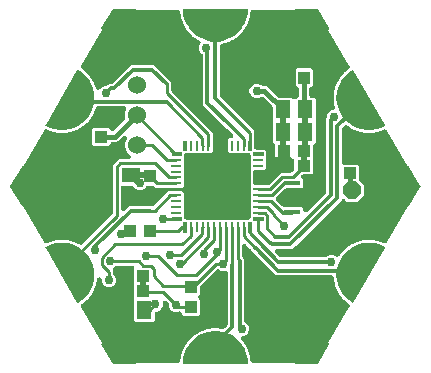
<source format=gbr>
G04 EAGLE Gerber RS-274X export*
G75*
%MOMM*%
%FSLAX34Y34*%
%LPD*%
%INBottom Copper*%
%IPPOS*%
%AMOC8*
5,1,8,0,0,1.08239X$1,22.5*%
G01*
%ADD10R,1.100000X1.000000*%
%ADD11R,1.300000X1.500000*%
%ADD12R,1.000000X1.100000*%
%ADD13R,1.399997X0.400000*%
%ADD14P,1.649562X8X22.500000*%
%ADD15R,1.500000X1.300000*%
%ADD16C,1.000000*%
%ADD17C,1.524000*%
%ADD18C,0.002538*%
%ADD19R,0.812800X0.254000*%
%ADD20R,0.254000X0.812800*%
%ADD21R,5.384800X5.384800*%
%ADD22C,0.508000*%
%ADD23C,0.254000*%
%ADD24C,0.756400*%
%ADD25C,0.304800*%
%ADD26C,0.406400*%

G36*
X422525Y319175D02*
X422525Y319175D01*
X422534Y319174D01*
X422726Y319198D01*
X422916Y319221D01*
X422924Y319223D01*
X422933Y319225D01*
X423115Y319286D01*
X423299Y319346D01*
X423306Y319350D01*
X423315Y319353D01*
X423482Y319449D01*
X423649Y319543D01*
X423656Y319549D01*
X423664Y319554D01*
X423917Y319768D01*
X439523Y335374D01*
X439540Y335395D01*
X439560Y335413D01*
X439667Y335551D01*
X439778Y335686D01*
X439790Y335710D01*
X439807Y335731D01*
X439885Y335888D01*
X439967Y336042D01*
X439974Y336067D01*
X439986Y336091D01*
X440032Y336261D01*
X440081Y336428D01*
X440084Y336454D01*
X440091Y336480D01*
X440118Y336811D01*
X440118Y399434D01*
X440127Y399467D01*
X440176Y399635D01*
X440179Y399661D01*
X440186Y399687D01*
X440213Y400018D01*
X440213Y401063D01*
X441137Y403294D01*
X442844Y405001D01*
X445074Y405925D01*
X445140Y405925D01*
X445333Y405944D01*
X445529Y405962D01*
X445535Y405964D01*
X445541Y405965D01*
X445727Y406022D01*
X445915Y406078D01*
X445920Y406081D01*
X445926Y406083D01*
X446096Y406175D01*
X446270Y406268D01*
X446275Y406272D01*
X446280Y406274D01*
X446427Y406397D01*
X446581Y406524D01*
X446584Y406528D01*
X446589Y406532D01*
X446710Y406683D01*
X446835Y406836D01*
X446838Y406841D01*
X446841Y406846D01*
X446931Y407018D01*
X447022Y407192D01*
X447024Y407198D01*
X447027Y407203D01*
X447080Y407387D01*
X447136Y407578D01*
X447137Y407584D01*
X447138Y407590D01*
X447154Y407783D01*
X447171Y407979D01*
X447171Y407985D01*
X447171Y407991D01*
X447149Y408184D01*
X447127Y408380D01*
X447125Y408386D01*
X447124Y408391D01*
X447112Y408429D01*
X447100Y408467D01*
X447102Y408479D01*
X447120Y408554D01*
X447125Y408679D01*
X447139Y408803D01*
X447132Y408880D01*
X447135Y408956D01*
X447112Y409117D01*
X447105Y409205D01*
X447095Y409239D01*
X447088Y409285D01*
X446896Y410130D01*
X446871Y410202D01*
X446856Y410277D01*
X446807Y410393D01*
X446768Y410511D01*
X446730Y410578D01*
X446700Y410648D01*
X446629Y410752D01*
X446574Y410849D01*
X446508Y411727D01*
X446497Y411794D01*
X446463Y412028D01*
X446266Y412893D01*
X446286Y412941D01*
X446309Y413064D01*
X446342Y413185D01*
X446347Y413261D01*
X446361Y413336D01*
X446362Y413500D01*
X446368Y413587D01*
X446363Y413622D01*
X446363Y413668D01*
X446299Y414533D01*
X446286Y414608D01*
X446282Y414685D01*
X446251Y414806D01*
X446229Y414929D01*
X446201Y415001D01*
X446183Y415075D01*
X446129Y415188D01*
X446088Y415292D01*
X446154Y416170D01*
X446152Y416238D01*
X446154Y416474D01*
X446088Y417359D01*
X446115Y417404D01*
X446156Y417522D01*
X446207Y417637D01*
X446223Y417711D01*
X446248Y417783D01*
X446274Y417945D01*
X446292Y418030D01*
X446293Y418066D01*
X446300Y418111D01*
X446365Y418976D01*
X446363Y419052D01*
X446371Y419128D01*
X446359Y419253D01*
X446355Y419378D01*
X446339Y419453D01*
X446331Y419529D01*
X446294Y419649D01*
X446270Y419757D01*
X446466Y420616D01*
X446474Y420683D01*
X446511Y420917D01*
X446578Y421801D01*
X446611Y421842D01*
X446670Y421952D01*
X446736Y422058D01*
X446764Y422130D01*
X446800Y422198D01*
X446849Y422353D01*
X446880Y422435D01*
X446886Y422470D01*
X446900Y422514D01*
X447093Y423359D01*
X447102Y423435D01*
X447121Y423509D01*
X447128Y423634D01*
X447143Y423758D01*
X447138Y423835D01*
X447141Y423911D01*
X447123Y424035D01*
X447115Y424146D01*
X447437Y424967D01*
X447455Y425031D01*
X447527Y425257D01*
X447724Y426122D01*
X447763Y426157D01*
X447838Y426257D01*
X447919Y426352D01*
X447957Y426419D01*
X448003Y426480D01*
X448074Y426627D01*
X448117Y426703D01*
X448128Y426737D01*
X448149Y426778D01*
X448466Y427585D01*
X448486Y427659D01*
X448516Y427729D01*
X448541Y427852D01*
X448575Y427972D01*
X448581Y428049D01*
X448596Y428124D01*
X448596Y428249D01*
X448605Y428360D01*
X449045Y429123D01*
X449073Y429184D01*
X449177Y429397D01*
X449502Y430223D01*
X449545Y430251D01*
X449634Y430340D01*
X449729Y430421D01*
X449776Y430482D01*
X449830Y430536D01*
X449923Y430670D01*
X449977Y430739D01*
X449993Y430771D01*
X450019Y430809D01*
X450453Y431559D01*
X450484Y431629D01*
X450524Y431694D01*
X450567Y431812D01*
X450619Y431926D01*
X450636Y432000D01*
X450662Y432072D01*
X450681Y432196D01*
X450706Y432305D01*
X451256Y432994D01*
X451292Y433050D01*
X451427Y433245D01*
X451871Y434013D01*
X451918Y434035D01*
X452019Y434109D01*
X452125Y434176D01*
X452181Y434228D01*
X452242Y434274D01*
X452342Y434380D01*
X452359Y434394D01*
X452370Y434407D01*
X452418Y434452D01*
X452438Y434482D01*
X452470Y434515D01*
X453010Y435193D01*
X453052Y435257D01*
X453101Y435316D01*
X453161Y435425D01*
X453229Y435531D01*
X453257Y435602D01*
X453294Y435669D01*
X453331Y435789D01*
X453372Y435893D01*
X454018Y436492D01*
X454062Y436542D01*
X454225Y436714D01*
X454778Y437408D01*
X454828Y437422D01*
X454939Y437481D01*
X455054Y437531D01*
X455116Y437574D01*
X455184Y437610D01*
X455313Y437711D01*
X455384Y437761D01*
X455409Y437787D01*
X455445Y437815D01*
X456081Y438405D01*
X456107Y438434D01*
X456133Y438456D01*
X456154Y438481D01*
X456189Y438513D01*
X456265Y438612D01*
X456348Y438706D01*
X456381Y438764D01*
X456386Y438770D01*
X456389Y438777D01*
X456432Y438833D01*
X456487Y438946D01*
X456543Y439043D01*
X457271Y439539D01*
X457322Y439582D01*
X457508Y439728D01*
X458159Y440332D01*
X458213Y440339D01*
X458330Y440380D01*
X458450Y440412D01*
X458520Y440446D01*
X458593Y440472D01*
X458725Y440547D01*
X458790Y440578D01*
X458797Y440583D01*
X458811Y440590D01*
X458840Y440613D01*
X458882Y440636D01*
X458890Y440642D01*
X458999Y440733D01*
X459113Y440818D01*
X459126Y440833D01*
X459130Y440836D01*
X459153Y440863D01*
X459198Y440901D01*
X459287Y441012D01*
X459382Y441118D01*
X459412Y441169D01*
X459449Y441216D01*
X459514Y441342D01*
X459587Y441465D01*
X459606Y441521D01*
X459633Y441574D01*
X459672Y441711D01*
X459719Y441845D01*
X459727Y441904D01*
X459743Y441961D01*
X459754Y442103D01*
X459774Y442244D01*
X459770Y442303D01*
X459774Y442362D01*
X459757Y442504D01*
X459749Y442646D01*
X459733Y442703D01*
X459726Y442762D01*
X459681Y442897D01*
X459645Y443035D01*
X459616Y443096D01*
X459600Y443144D01*
X459559Y443216D01*
X459503Y443335D01*
X441761Y474065D01*
X442389Y474361D01*
X442411Y474378D01*
X442438Y474388D01*
X442490Y474437D01*
X442548Y474480D01*
X442562Y474505D01*
X442583Y474525D01*
X442612Y474590D01*
X442648Y474652D01*
X442651Y474681D01*
X442663Y474707D01*
X442664Y474779D01*
X442673Y474849D01*
X442665Y474877D01*
X442666Y474906D01*
X442630Y475000D01*
X442619Y475041D01*
X442612Y475049D01*
X442608Y475062D01*
X433108Y491562D01*
X433056Y491620D01*
X433010Y491683D01*
X432991Y491694D01*
X432976Y491711D01*
X432906Y491744D01*
X432839Y491784D01*
X432815Y491788D01*
X432797Y491797D01*
X432752Y491799D01*
X432675Y491812D01*
X413675Y491812D01*
X413647Y491806D01*
X413619Y491809D01*
X413551Y491786D01*
X413480Y491772D01*
X413457Y491756D01*
X413430Y491747D01*
X413375Y491700D01*
X413316Y491660D01*
X413301Y491636D01*
X413280Y491617D01*
X413248Y491553D01*
X413209Y491492D01*
X413204Y491464D01*
X413192Y491439D01*
X413183Y491337D01*
X413176Y491296D01*
X413178Y491286D01*
X413177Y491273D01*
X413234Y490558D01*
X377698Y490558D01*
X377555Y490544D01*
X377410Y490537D01*
X377354Y490524D01*
X377297Y490518D01*
X377160Y490476D01*
X377019Y490441D01*
X376967Y490417D01*
X376912Y490400D01*
X376785Y490331D01*
X376655Y490270D01*
X376609Y490235D01*
X376558Y490208D01*
X376447Y490116D01*
X376332Y490030D01*
X376293Y489987D01*
X376249Y489950D01*
X376159Y489838D01*
X376062Y489731D01*
X376033Y489681D01*
X375997Y489636D01*
X375930Y489509D01*
X375857Y489385D01*
X375838Y489330D01*
X375811Y489279D01*
X375771Y489141D01*
X375724Y489005D01*
X375713Y488940D01*
X375700Y488892D01*
X375693Y488809D01*
X375672Y488677D01*
X375671Y488660D01*
X375673Y488584D01*
X375665Y488508D01*
X375667Y488492D01*
X375667Y488491D01*
X375668Y488482D01*
X375678Y488383D01*
X375681Y488257D01*
X375698Y488183D01*
X375705Y488108D01*
X375742Y487988D01*
X375767Y487880D01*
X375571Y487020D01*
X375567Y486988D01*
X375560Y486964D01*
X375555Y486910D01*
X375525Y486720D01*
X375459Y485835D01*
X375426Y485795D01*
X375367Y485684D01*
X375301Y485578D01*
X375273Y485507D01*
X375238Y485439D01*
X375188Y485284D01*
X375157Y485202D01*
X375151Y485166D01*
X375138Y485123D01*
X374945Y484280D01*
X374936Y484204D01*
X374917Y484130D01*
X374911Y484004D01*
X374895Y483880D01*
X374900Y483804D01*
X374897Y483728D01*
X374915Y483604D01*
X374923Y483492D01*
X374601Y482672D01*
X374583Y482607D01*
X374512Y482382D01*
X374315Y481517D01*
X374276Y481482D01*
X374201Y481381D01*
X374119Y481286D01*
X374082Y481220D01*
X374036Y481158D01*
X373965Y481012D01*
X373922Y480936D01*
X373911Y480902D01*
X373890Y480860D01*
X373574Y480055D01*
X373554Y479982D01*
X373524Y479911D01*
X373499Y479789D01*
X373465Y479668D01*
X373459Y479591D01*
X373444Y479517D01*
X373444Y479391D01*
X373436Y479280D01*
X372995Y478517D01*
X372968Y478456D01*
X372863Y478243D01*
X372539Y477417D01*
X372496Y477389D01*
X372407Y477300D01*
X372312Y477218D01*
X372265Y477158D01*
X372211Y477104D01*
X372118Y476970D01*
X372064Y476901D01*
X372048Y476869D01*
X372022Y476831D01*
X371590Y476082D01*
X371558Y476013D01*
X371518Y475947D01*
X371475Y475830D01*
X371424Y475716D01*
X371407Y475641D01*
X371380Y475569D01*
X371362Y475445D01*
X371337Y475337D01*
X370787Y474648D01*
X370751Y474591D01*
X370616Y474397D01*
X370173Y473628D01*
X370125Y473606D01*
X370024Y473532D01*
X369918Y473465D01*
X369863Y473413D01*
X369801Y473367D01*
X369689Y473248D01*
X369626Y473189D01*
X369605Y473159D01*
X369574Y473126D01*
X369035Y472450D01*
X368993Y472385D01*
X368944Y472327D01*
X368884Y472217D01*
X368816Y472112D01*
X368788Y472040D01*
X368751Y471973D01*
X368714Y471854D01*
X368673Y471750D01*
X368028Y471151D01*
X367983Y471101D01*
X367821Y470928D01*
X367268Y470234D01*
X367218Y470220D01*
X367107Y470161D01*
X366992Y470111D01*
X366929Y470067D01*
X366862Y470032D01*
X366733Y469931D01*
X366662Y469881D01*
X366637Y469855D01*
X366601Y469827D01*
X365967Y469239D01*
X365916Y469181D01*
X365859Y469131D01*
X365783Y469031D01*
X365700Y468937D01*
X365662Y468871D01*
X365616Y468810D01*
X365561Y468697D01*
X365505Y468600D01*
X364777Y468104D01*
X364726Y468061D01*
X364540Y467915D01*
X363889Y467311D01*
X363838Y467304D01*
X363720Y467263D01*
X363598Y467230D01*
X363530Y467197D01*
X363458Y467171D01*
X363316Y467091D01*
X363237Y467052D01*
X363209Y467030D01*
X363169Y467007D01*
X362455Y466520D01*
X362396Y466471D01*
X362332Y466430D01*
X362242Y466342D01*
X362146Y466262D01*
X362098Y466202D01*
X362044Y466148D01*
X361973Y466045D01*
X361903Y465958D01*
X361110Y465576D01*
X361053Y465541D01*
X360847Y465424D01*
X360113Y464924D01*
X360061Y464925D01*
X359938Y464902D01*
X359814Y464888D01*
X359741Y464864D01*
X359665Y464850D01*
X359513Y464792D01*
X359430Y464765D01*
X359399Y464748D01*
X359356Y464731D01*
X358577Y464356D01*
X358511Y464316D01*
X358442Y464285D01*
X358340Y464211D01*
X358233Y464146D01*
X358177Y464094D01*
X358115Y464050D01*
X358029Y463958D01*
X357948Y463882D01*
X357106Y463622D01*
X357044Y463596D01*
X356823Y463511D01*
X356024Y463126D01*
X355972Y463135D01*
X355847Y463130D01*
X355722Y463135D01*
X355646Y463123D01*
X355570Y463120D01*
X355410Y463085D01*
X355324Y463071D01*
X355290Y463059D01*
X355246Y463049D01*
X354419Y462794D01*
X354349Y462764D01*
X354275Y462743D01*
X354164Y462686D01*
X354048Y462638D01*
X353985Y462595D01*
X353917Y462560D01*
X353819Y462482D01*
X353727Y462419D01*
X352856Y462288D01*
X352790Y462271D01*
X352560Y462220D01*
X351318Y461837D01*
X351210Y461792D01*
X351099Y461755D01*
X351025Y461714D01*
X350947Y461681D01*
X350850Y461615D01*
X350748Y461558D01*
X350684Y461502D01*
X350614Y461455D01*
X350532Y461371D01*
X350443Y461294D01*
X350392Y461228D01*
X350332Y461167D01*
X350269Y461069D01*
X350197Y460976D01*
X350159Y460901D01*
X350113Y460830D01*
X350070Y460721D01*
X350017Y460616D01*
X349995Y460534D01*
X349964Y460455D01*
X349943Y460340D01*
X349913Y460227D01*
X349905Y460128D01*
X349892Y460059D01*
X349894Y459992D01*
X349886Y459896D01*
X349886Y418345D01*
X349888Y418318D01*
X349886Y418292D01*
X349908Y418118D01*
X349926Y417944D01*
X349933Y417919D01*
X349937Y417892D01*
X349992Y417726D01*
X350044Y417559D01*
X350057Y417536D01*
X350065Y417510D01*
X350152Y417359D01*
X350236Y417205D01*
X350253Y417185D01*
X350266Y417162D01*
X350481Y416909D01*
X378553Y388837D01*
X378567Y388792D01*
X378619Y388625D01*
X378632Y388602D01*
X378640Y388576D01*
X378726Y388427D01*
X378726Y374407D01*
X378728Y374390D01*
X378727Y374372D01*
X378748Y374190D01*
X378766Y374007D01*
X378771Y373990D01*
X378773Y373972D01*
X378830Y373798D01*
X378884Y373622D01*
X378893Y373606D01*
X378898Y373589D01*
X378989Y373429D01*
X379076Y373268D01*
X379087Y373254D01*
X379096Y373239D01*
X379216Y373099D01*
X379334Y372959D01*
X379348Y372947D01*
X379359Y372934D01*
X379504Y372821D01*
X379648Y372706D01*
X379663Y372698D01*
X379677Y372687D01*
X379842Y372605D01*
X380005Y372521D01*
X380022Y372516D01*
X380038Y372508D01*
X380216Y372460D01*
X380392Y372409D01*
X380410Y372408D01*
X380427Y372403D01*
X380757Y372376D01*
X387210Y372376D01*
X388557Y371029D01*
X388557Y356599D01*
X387218Y355260D01*
X379413Y355260D01*
X379294Y355245D01*
X379176Y355237D01*
X379137Y355225D01*
X379097Y355220D01*
X378986Y355176D01*
X378873Y355139D01*
X378839Y355118D01*
X378801Y355103D01*
X378705Y355033D01*
X378604Y354969D01*
X378577Y354940D01*
X378544Y354916D01*
X378468Y354824D01*
X378386Y354738D01*
X378367Y354702D01*
X378341Y354671D01*
X378290Y354563D01*
X378233Y354459D01*
X378223Y354420D01*
X378206Y354383D01*
X378183Y354267D01*
X378153Y354151D01*
X378150Y354091D01*
X378146Y354071D01*
X378147Y354051D01*
X378143Y353991D01*
X378143Y343637D01*
X378158Y343519D01*
X378166Y343401D01*
X378178Y343362D01*
X378183Y343322D01*
X378227Y343211D01*
X378264Y343098D01*
X378285Y343064D01*
X378300Y343026D01*
X378370Y342930D01*
X378434Y342829D01*
X378463Y342802D01*
X378487Y342769D01*
X378579Y342693D01*
X378665Y342611D01*
X378701Y342592D01*
X378732Y342566D01*
X378840Y342515D01*
X378944Y342458D01*
X378983Y342448D01*
X379020Y342431D01*
X379136Y342408D01*
X379252Y342378D01*
X379312Y342375D01*
X379332Y342371D01*
X379352Y342372D01*
X379413Y342368D01*
X390159Y342368D01*
X390257Y342381D01*
X390356Y342384D01*
X390414Y342400D01*
X390474Y342408D01*
X390566Y342445D01*
X390661Y342472D01*
X390714Y342503D01*
X390770Y342525D01*
X390850Y342583D01*
X390935Y342634D01*
X391011Y342700D01*
X391027Y342712D01*
X391035Y342721D01*
X391056Y342740D01*
X401216Y352900D01*
X409819Y352900D01*
X409918Y352913D01*
X410017Y352916D01*
X410075Y352932D01*
X410135Y352940D01*
X410227Y352976D01*
X410322Y353004D01*
X410374Y353035D01*
X410431Y353057D01*
X410511Y353115D01*
X410596Y353166D01*
X410672Y353232D01*
X410688Y353244D01*
X410696Y353253D01*
X410717Y353272D01*
X412060Y354615D01*
X412121Y354693D01*
X412189Y354765D01*
X412218Y354818D01*
X412255Y354866D01*
X412294Y354957D01*
X412342Y355044D01*
X412357Y355102D01*
X412381Y355158D01*
X412397Y355256D01*
X412422Y355352D01*
X412428Y355452D01*
X412431Y355472D01*
X412430Y355484D01*
X412432Y355512D01*
X412432Y363538D01*
X412419Y363636D01*
X412416Y363735D01*
X412400Y363793D01*
X412392Y363853D01*
X412355Y363945D01*
X412328Y364040D01*
X412297Y364092D01*
X412275Y364149D01*
X412217Y364229D01*
X412166Y364314D01*
X412100Y364390D01*
X412088Y364406D01*
X412079Y364414D01*
X412060Y364435D01*
X410473Y366023D01*
X410394Y366083D01*
X410322Y366151D01*
X410269Y366180D01*
X410221Y366217D01*
X410130Y366257D01*
X410044Y366305D01*
X409985Y366320D01*
X409929Y366344D01*
X409831Y366359D01*
X409736Y366384D01*
X409636Y366390D01*
X409615Y366394D01*
X409603Y366392D01*
X409575Y366394D01*
X396875Y366394D01*
X396777Y366382D01*
X396678Y366379D01*
X396620Y366362D01*
X396559Y366354D01*
X396467Y366318D01*
X396463Y366317D01*
X396463Y376061D01*
X396461Y376088D01*
X396463Y376115D01*
X396441Y376289D01*
X396423Y376462D01*
X396416Y376488D01*
X396412Y376514D01*
X396356Y376680D01*
X396305Y376847D01*
X396292Y376871D01*
X396284Y376896D01*
X396197Y377047D01*
X396113Y377201D01*
X396096Y377222D01*
X396083Y377245D01*
X395868Y377498D01*
X394463Y378903D01*
X394463Y395945D01*
X394548Y396106D01*
X394554Y396123D01*
X394562Y396139D01*
X394611Y396316D01*
X394663Y396492D01*
X394665Y396509D01*
X394670Y396527D01*
X394683Y396710D01*
X394700Y396893D01*
X394698Y396910D01*
X394699Y396928D01*
X394676Y397111D01*
X394656Y397293D01*
X394651Y397310D01*
X394649Y397328D01*
X394590Y397502D01*
X394535Y397677D01*
X394526Y397692D01*
X394520Y397709D01*
X394463Y397809D01*
X394463Y408238D01*
X394461Y408264D01*
X394463Y408291D01*
X394441Y408465D01*
X394423Y408638D01*
X394416Y408664D01*
X394412Y408690D01*
X394357Y408856D01*
X394305Y409023D01*
X394292Y409047D01*
X394284Y409072D01*
X394197Y409224D01*
X394113Y409377D01*
X394096Y409398D01*
X394083Y409421D01*
X393868Y409674D01*
X386794Y416749D01*
X386776Y416763D01*
X386762Y416780D01*
X386621Y416890D01*
X386482Y417004D01*
X386462Y417014D01*
X386445Y417028D01*
X386284Y417109D01*
X386126Y417192D01*
X386105Y417199D01*
X386085Y417209D01*
X385912Y417256D01*
X385740Y417307D01*
X385718Y417309D01*
X385697Y417315D01*
X385518Y417327D01*
X385339Y417344D01*
X385317Y417341D01*
X385295Y417343D01*
X385117Y417320D01*
X384939Y417300D01*
X384918Y417294D01*
X384896Y417291D01*
X384580Y417189D01*
X382207Y416206D01*
X379793Y416206D01*
X377562Y417130D01*
X375855Y418837D01*
X374931Y421068D01*
X374931Y423482D01*
X375855Y425713D01*
X377562Y427420D01*
X379793Y428344D01*
X382207Y428344D01*
X384438Y427420D01*
X384669Y427189D01*
X384690Y427172D01*
X384707Y427151D01*
X384845Y427044D01*
X384980Y426934D01*
X385004Y426921D01*
X385025Y426905D01*
X385182Y426827D01*
X385336Y426745D01*
X385362Y426737D01*
X385386Y426725D01*
X385555Y426680D01*
X385722Y426630D01*
X385749Y426628D01*
X385774Y426621D01*
X386105Y426594D01*
X388234Y426594D01*
X389821Y425936D01*
X398976Y416782D01*
X398997Y416765D01*
X399014Y416744D01*
X399152Y416637D01*
X399287Y416527D01*
X399311Y416514D01*
X399332Y416498D01*
X399489Y416420D01*
X399643Y416338D01*
X399669Y416330D01*
X399693Y416318D01*
X399862Y416273D01*
X400029Y416223D01*
X400056Y416221D01*
X400082Y416214D01*
X400412Y416187D01*
X410697Y416187D01*
X411314Y415570D01*
X411327Y415559D01*
X411339Y415545D01*
X411483Y415431D01*
X411625Y415315D01*
X411641Y415307D01*
X411655Y415296D01*
X411819Y415212D01*
X411981Y415127D01*
X411998Y415121D01*
X412014Y415113D01*
X412191Y415064D01*
X412367Y415012D01*
X412385Y415010D01*
X412402Y415005D01*
X412585Y414992D01*
X412768Y414975D01*
X412786Y414977D01*
X412803Y414976D01*
X412985Y414999D01*
X413168Y415019D01*
X413185Y415024D01*
X413203Y415026D01*
X413376Y415085D01*
X413552Y415140D01*
X413568Y415149D01*
X413584Y415155D01*
X413743Y415246D01*
X413904Y415335D01*
X413918Y415347D01*
X413933Y415356D01*
X414186Y415570D01*
X414803Y416187D01*
X414900Y416187D01*
X414918Y416189D01*
X414936Y416187D01*
X415118Y416208D01*
X415301Y416227D01*
X415318Y416232D01*
X415335Y416234D01*
X415510Y416291D01*
X415686Y416345D01*
X415701Y416353D01*
X415718Y416359D01*
X415878Y416449D01*
X416040Y416537D01*
X416053Y416548D01*
X416069Y416557D01*
X416208Y416677D01*
X416349Y416794D01*
X416360Y416808D01*
X416374Y416820D01*
X416486Y416965D01*
X416601Y417108D01*
X416609Y417124D01*
X416620Y417138D01*
X416702Y417303D01*
X416787Y417465D01*
X416792Y417482D01*
X416800Y417498D01*
X416847Y417677D01*
X416898Y417852D01*
X416900Y417870D01*
X416904Y417887D01*
X416931Y418218D01*
X416931Y423570D01*
X416929Y423587D01*
X416931Y423605D01*
X416910Y423787D01*
X416891Y423970D01*
X416886Y423987D01*
X416884Y424005D01*
X416827Y424179D01*
X416773Y424355D01*
X416765Y424371D01*
X416759Y424388D01*
X416669Y424548D01*
X416581Y424709D01*
X416570Y424723D01*
X416561Y424738D01*
X416441Y424878D01*
X416324Y425018D01*
X416310Y425030D01*
X416298Y425043D01*
X416153Y425156D01*
X416010Y425271D01*
X415994Y425279D01*
X415980Y425290D01*
X415815Y425372D01*
X415653Y425456D01*
X415636Y425461D01*
X415620Y425469D01*
X415441Y425517D01*
X415364Y425539D01*
X413963Y426940D01*
X413963Y439835D01*
X415303Y441174D01*
X427197Y441174D01*
X428537Y439835D01*
X428537Y426940D01*
X427143Y425546D01*
X426990Y425497D01*
X426814Y425443D01*
X426799Y425434D01*
X426782Y425429D01*
X426622Y425338D01*
X426460Y425251D01*
X426447Y425240D01*
X426431Y425231D01*
X426292Y425111D01*
X426151Y424993D01*
X426140Y424979D01*
X426126Y424968D01*
X426014Y424823D01*
X425899Y424679D01*
X425891Y424664D01*
X425880Y424650D01*
X425798Y424485D01*
X425713Y424322D01*
X425708Y424305D01*
X425700Y424289D01*
X425653Y424111D01*
X425602Y423935D01*
X425600Y423917D01*
X425596Y423900D01*
X425569Y423570D01*
X425569Y418218D01*
X425571Y418200D01*
X425569Y418182D01*
X425590Y418000D01*
X425609Y417817D01*
X425614Y417800D01*
X425616Y417783D01*
X425673Y417608D01*
X425727Y417432D01*
X425735Y417417D01*
X425741Y417400D01*
X425831Y417240D01*
X425919Y417078D01*
X425930Y417065D01*
X425939Y417049D01*
X426059Y416909D01*
X426176Y416769D01*
X426190Y416758D01*
X426202Y416744D01*
X426347Y416632D01*
X426490Y416517D01*
X426506Y416509D01*
X426520Y416498D01*
X426685Y416416D01*
X426847Y416331D01*
X426864Y416326D01*
X426880Y416318D01*
X427059Y416270D01*
X427234Y416220D01*
X427252Y416218D01*
X427269Y416214D01*
X427600Y416187D01*
X429697Y416187D01*
X431037Y414847D01*
X431037Y397805D01*
X430952Y397644D01*
X430946Y397627D01*
X430938Y397611D01*
X430889Y397434D01*
X430837Y397258D01*
X430835Y397240D01*
X430830Y397223D01*
X430817Y397041D01*
X430800Y396857D01*
X430802Y396839D01*
X430801Y396822D01*
X430824Y396641D01*
X430844Y396457D01*
X430849Y396440D01*
X430851Y396422D01*
X430910Y396248D01*
X430965Y396073D01*
X430974Y396057D01*
X430980Y396040D01*
X431037Y395941D01*
X431037Y378903D01*
X429632Y377498D01*
X429615Y377477D01*
X429594Y377460D01*
X429487Y377322D01*
X429377Y377186D01*
X429364Y377163D01*
X429348Y377141D01*
X429270Y376985D01*
X429188Y376831D01*
X429180Y376805D01*
X429168Y376781D01*
X429123Y376612D01*
X429073Y376445D01*
X429071Y376418D01*
X429064Y376392D01*
X429037Y376061D01*
X429037Y352828D01*
X427697Y351488D01*
X420599Y351488D01*
X420591Y351487D01*
X420582Y351488D01*
X420390Y351467D01*
X420199Y351448D01*
X420190Y351446D01*
X420181Y351445D01*
X419999Y351387D01*
X419814Y351330D01*
X419806Y351326D01*
X419798Y351323D01*
X419629Y351230D01*
X419460Y351138D01*
X419453Y351133D01*
X419445Y351128D01*
X419297Y351003D01*
X419151Y350881D01*
X419145Y350874D01*
X419138Y350868D01*
X419018Y350716D01*
X418898Y350567D01*
X418894Y350559D01*
X418889Y350552D01*
X418801Y350380D01*
X418713Y350210D01*
X418710Y350201D01*
X418706Y350193D01*
X418654Y350007D01*
X418601Y349823D01*
X418601Y349814D01*
X418598Y349805D01*
X418584Y349613D01*
X418569Y349421D01*
X418570Y349413D01*
X418569Y349404D01*
X418593Y349211D01*
X418615Y349022D01*
X418618Y349013D01*
X418619Y349004D01*
X418681Y348821D01*
X418740Y348639D01*
X418745Y348631D01*
X418748Y348623D01*
X418843Y348456D01*
X418938Y348288D01*
X418944Y348281D01*
X418948Y348274D01*
X419163Y348021D01*
X420449Y346735D01*
X420449Y340840D01*
X419110Y339501D01*
X405697Y339501D01*
X405671Y339498D01*
X405644Y339500D01*
X405470Y339478D01*
X405296Y339461D01*
X405271Y339453D01*
X405244Y339450D01*
X405079Y339394D01*
X404912Y339343D01*
X404888Y339330D01*
X404863Y339321D01*
X404711Y339234D01*
X404558Y339151D01*
X404537Y339134D01*
X404514Y339120D01*
X404261Y338906D01*
X397785Y332430D01*
X397774Y332416D01*
X397760Y332405D01*
X397647Y332261D01*
X397530Y332119D01*
X397522Y332103D01*
X397511Y332089D01*
X397427Y331924D01*
X397341Y331763D01*
X397336Y331746D01*
X397328Y331730D01*
X397279Y331552D01*
X397227Y331377D01*
X397225Y331359D01*
X397220Y331342D01*
X397207Y331159D01*
X397190Y330976D01*
X397192Y330958D01*
X397191Y330940D01*
X397214Y330758D01*
X397234Y330576D01*
X397239Y330559D01*
X397241Y330541D01*
X397300Y330367D01*
X397355Y330192D01*
X397364Y330176D01*
X397369Y330159D01*
X397461Y330000D01*
X397550Y329840D01*
X397561Y329826D01*
X397570Y329810D01*
X397785Y329557D01*
X402673Y324669D01*
X402683Y324661D01*
X402687Y324656D01*
X402697Y324648D01*
X402711Y324632D01*
X402849Y324525D01*
X402985Y324414D01*
X403009Y324402D01*
X403030Y324385D01*
X403186Y324308D01*
X403341Y324225D01*
X403366Y324218D01*
X403390Y324206D01*
X403559Y324161D01*
X403726Y324111D01*
X403753Y324108D01*
X403779Y324101D01*
X404110Y324074D01*
X419110Y324074D01*
X420449Y322735D01*
X420449Y321205D01*
X420450Y321196D01*
X420449Y321187D01*
X420470Y320994D01*
X420489Y320804D01*
X420492Y320796D01*
X420493Y320787D01*
X420551Y320602D01*
X420607Y320419D01*
X420611Y320411D01*
X420614Y320403D01*
X420707Y320235D01*
X420799Y320065D01*
X420805Y320058D01*
X420809Y320051D01*
X420934Y319903D01*
X421057Y319756D01*
X421064Y319750D01*
X421069Y319744D01*
X421221Y319624D01*
X421370Y319504D01*
X421378Y319499D01*
X421385Y319494D01*
X421558Y319406D01*
X421728Y319318D01*
X421736Y319316D01*
X421744Y319312D01*
X421931Y319260D01*
X422115Y319207D01*
X422124Y319206D01*
X422132Y319204D01*
X422325Y319189D01*
X422516Y319174D01*
X422525Y319175D01*
G37*
G36*
X373842Y313121D02*
X373842Y313121D01*
X373860Y313120D01*
X374042Y313141D01*
X374225Y313159D01*
X374242Y313164D01*
X374260Y313166D01*
X374434Y313223D01*
X374610Y313277D01*
X374626Y313286D01*
X374643Y313291D01*
X374803Y313382D01*
X374964Y313469D01*
X374978Y313480D01*
X374993Y313489D01*
X375133Y313609D01*
X375273Y313727D01*
X375285Y313741D01*
X375298Y313752D01*
X375411Y313897D01*
X375526Y314041D01*
X375534Y314056D01*
X375545Y314070D01*
X375627Y314235D01*
X375711Y314398D01*
X375716Y314415D01*
X375724Y314431D01*
X375772Y314609D01*
X375823Y314785D01*
X375824Y314803D01*
X375829Y314820D01*
X375856Y315150D01*
X375856Y367475D01*
X375854Y367492D01*
X375855Y367510D01*
X375834Y367692D01*
X375816Y367875D01*
X375811Y367892D01*
X375809Y367910D01*
X375752Y368084D01*
X375698Y368260D01*
X375689Y368276D01*
X375684Y368293D01*
X375593Y368453D01*
X375506Y368614D01*
X375495Y368628D01*
X375486Y368643D01*
X375366Y368783D01*
X375248Y368923D01*
X375234Y368935D01*
X375223Y368948D01*
X375078Y369061D01*
X374934Y369176D01*
X374919Y369184D01*
X374905Y369195D01*
X374740Y369277D01*
X374577Y369361D01*
X374560Y369366D01*
X374544Y369374D01*
X374366Y369422D01*
X374190Y369473D01*
X374172Y369474D01*
X374155Y369479D01*
X373825Y369506D01*
X357948Y369506D01*
X356609Y370845D01*
X356609Y380868D01*
X357948Y382207D01*
X359245Y382207D01*
X359254Y382208D01*
X359263Y382207D01*
X359456Y382228D01*
X359645Y382247D01*
X359654Y382250D01*
X359663Y382251D01*
X359847Y382309D01*
X360030Y382365D01*
X360038Y382370D01*
X360047Y382372D01*
X360215Y382465D01*
X360384Y382557D01*
X360391Y382563D01*
X360399Y382567D01*
X360546Y382692D01*
X360694Y382815D01*
X360699Y382822D01*
X360706Y382828D01*
X360825Y382978D01*
X360946Y383129D01*
X360950Y383136D01*
X360956Y383143D01*
X361043Y383316D01*
X361132Y383486D01*
X361134Y383494D01*
X361138Y383502D01*
X361190Y383689D01*
X361243Y383873D01*
X361244Y383882D01*
X361246Y383890D01*
X361260Y384083D01*
X361276Y384274D01*
X361275Y384283D01*
X361275Y384292D01*
X361251Y384484D01*
X361229Y384674D01*
X361226Y384682D01*
X361225Y384691D01*
X361164Y384873D01*
X361104Y385057D01*
X361100Y385065D01*
X361097Y385073D01*
X361001Y385240D01*
X360906Y385407D01*
X360900Y385414D01*
X360896Y385422D01*
X360681Y385675D01*
X356668Y389688D01*
X356647Y389705D01*
X356629Y389726D01*
X356491Y389833D01*
X356356Y389943D01*
X356332Y389956D01*
X356311Y389972D01*
X356154Y390050D01*
X356000Y390132D01*
X355975Y390140D01*
X355951Y390152D01*
X355781Y390197D01*
X355659Y390234D01*
X338170Y407722D01*
X338170Y407723D01*
X335343Y410550D01*
X335343Y452302D01*
X335340Y452329D01*
X335342Y452356D01*
X335320Y452530D01*
X335303Y452703D01*
X335295Y452729D01*
X335292Y452755D01*
X335236Y452921D01*
X335185Y453088D01*
X335172Y453112D01*
X335163Y453137D01*
X335076Y453288D01*
X334993Y453442D01*
X334976Y453462D01*
X334963Y453486D01*
X334748Y453739D01*
X333338Y455148D01*
X332414Y457379D01*
X332414Y459793D01*
X333357Y462068D01*
X333360Y462078D01*
X333364Y462087D01*
X333418Y462272D01*
X333473Y462453D01*
X333474Y462464D01*
X333477Y462474D01*
X333493Y462666D01*
X333511Y462854D01*
X333510Y462864D01*
X333511Y462875D01*
X333489Y463065D01*
X333469Y463255D01*
X333466Y463265D01*
X333465Y463275D01*
X333407Y463455D01*
X333350Y463639D01*
X333345Y463648D01*
X333341Y463658D01*
X333248Y463825D01*
X333156Y463992D01*
X333150Y464000D01*
X333144Y464009D01*
X333019Y464155D01*
X332897Y464300D01*
X332889Y464307D01*
X332882Y464315D01*
X332624Y464523D01*
X331303Y465424D01*
X331244Y465456D01*
X331040Y465576D01*
X330241Y465961D01*
X330216Y466006D01*
X330134Y466101D01*
X330060Y466202D01*
X330003Y466254D01*
X329953Y466312D01*
X329827Y466414D01*
X329762Y466473D01*
X329731Y466491D01*
X329695Y466520D01*
X328981Y467007D01*
X328914Y467044D01*
X328852Y467089D01*
X328737Y467140D01*
X328627Y467200D01*
X328554Y467223D01*
X328485Y467254D01*
X328362Y467282D01*
X328256Y467315D01*
X327610Y467915D01*
X327556Y467955D01*
X327373Y468104D01*
X326639Y468604D01*
X326621Y468653D01*
X326554Y468759D01*
X326496Y468870D01*
X326448Y468929D01*
X326407Y468994D01*
X326297Y469114D01*
X326242Y469182D01*
X326214Y469205D01*
X326183Y469239D01*
X325549Y469827D01*
X325488Y469873D01*
X325434Y469926D01*
X325328Y469994D01*
X325228Y470070D01*
X325160Y470103D01*
X325095Y470145D01*
X324979Y470191D01*
X324878Y470239D01*
X324329Y470928D01*
X324282Y470976D01*
X324122Y471151D01*
X323472Y471754D01*
X323461Y471805D01*
X323411Y471920D01*
X323370Y472038D01*
X323331Y472104D01*
X323300Y472174D01*
X323209Y472310D01*
X323165Y472385D01*
X323141Y472412D01*
X323115Y472450D01*
X322576Y473126D01*
X322523Y473181D01*
X322477Y473242D01*
X322383Y473324D01*
X322295Y473414D01*
X322232Y473457D01*
X322175Y473508D01*
X322066Y473571D01*
X321974Y473634D01*
X321534Y474397D01*
X321494Y474451D01*
X321363Y474648D01*
X320809Y475341D01*
X320806Y475394D01*
X320774Y475515D01*
X320751Y475638D01*
X320722Y475709D01*
X320702Y475783D01*
X320632Y475930D01*
X320600Y476011D01*
X320580Y476041D01*
X320560Y476082D01*
X320128Y476831D01*
X320083Y476894D01*
X320047Y476961D01*
X319966Y477056D01*
X319893Y477158D01*
X319837Y477210D01*
X319788Y477269D01*
X319690Y477347D01*
X319609Y477423D01*
X319287Y478243D01*
X319256Y478303D01*
X319155Y478517D01*
X318711Y479285D01*
X318716Y479337D01*
X318702Y479462D01*
X318697Y479587D01*
X318680Y479662D01*
X318671Y479738D01*
X318624Y479894D01*
X318604Y479979D01*
X318589Y480011D01*
X318576Y480055D01*
X318260Y480860D01*
X318225Y480928D01*
X318199Y481000D01*
X318133Y481107D01*
X318076Y481219D01*
X318028Y481279D01*
X317989Y481344D01*
X317904Y481435D01*
X317834Y481523D01*
X317638Y482382D01*
X317617Y482446D01*
X317549Y482672D01*
X317224Y483498D01*
X317237Y483549D01*
X317241Y483674D01*
X317256Y483799D01*
X317249Y483875D01*
X317252Y483951D01*
X317229Y484113D01*
X317221Y484200D01*
X317211Y484234D01*
X317205Y484280D01*
X317012Y485123D01*
X316988Y485195D01*
X316973Y485270D01*
X316924Y485385D01*
X316884Y485504D01*
X316846Y485571D01*
X316817Y485641D01*
X316746Y485745D01*
X316690Y485841D01*
X316625Y486720D01*
X316613Y486786D01*
X316579Y487020D01*
X316382Y487885D01*
X316401Y487932D01*
X316425Y488056D01*
X316458Y488178D01*
X316462Y488253D01*
X316477Y488328D01*
X316478Y488492D01*
X316480Y488518D01*
X316483Y488562D01*
X316483Y488566D01*
X316484Y488580D01*
X316479Y488615D01*
X316479Y488660D01*
X316478Y488677D01*
X316453Y488819D01*
X316436Y488962D01*
X316418Y489017D01*
X316408Y489074D01*
X316356Y489208D01*
X316311Y489345D01*
X316283Y489395D01*
X316262Y489449D01*
X316184Y489570D01*
X316114Y489695D01*
X316076Y489739D01*
X316045Y489787D01*
X315945Y489891D01*
X315850Y490000D01*
X315805Y490035D01*
X315765Y490077D01*
X315646Y490159D01*
X315532Y490247D01*
X315481Y490272D01*
X315433Y490305D01*
X315301Y490362D01*
X315172Y490426D01*
X315116Y490441D01*
X315063Y490464D01*
X314922Y490493D01*
X314783Y490531D01*
X314717Y490536D01*
X314669Y490546D01*
X314586Y490547D01*
X314452Y490558D01*
X278916Y490558D01*
X278973Y491273D01*
X278969Y491301D01*
X278974Y491329D01*
X278957Y491399D01*
X278949Y491470D01*
X278935Y491495D01*
X278928Y491522D01*
X278885Y491580D01*
X278850Y491643D01*
X278827Y491660D01*
X278810Y491683D01*
X278748Y491719D01*
X278691Y491763D01*
X278663Y491770D01*
X278639Y491784D01*
X278539Y491801D01*
X278498Y491811D01*
X278488Y491810D01*
X278475Y491812D01*
X259475Y491812D01*
X259399Y491796D01*
X259321Y491788D01*
X259302Y491777D01*
X259280Y491772D01*
X259216Y491728D01*
X259148Y491690D01*
X259132Y491671D01*
X259116Y491660D01*
X259092Y491622D01*
X259042Y491562D01*
X249542Y475062D01*
X249533Y475034D01*
X249517Y475011D01*
X249502Y474941D01*
X249479Y474873D01*
X249482Y474845D01*
X249476Y474816D01*
X249490Y474746D01*
X249495Y474675D01*
X249508Y474649D01*
X249514Y474621D01*
X249554Y474562D01*
X249587Y474498D01*
X249609Y474480D01*
X249625Y474456D01*
X249708Y474399D01*
X249740Y474372D01*
X249751Y474369D01*
X249762Y474361D01*
X250389Y474065D01*
X232647Y443335D01*
X232589Y443205D01*
X232523Y443079D01*
X232506Y443022D01*
X232481Y442968D01*
X232450Y442829D01*
X232410Y442692D01*
X232405Y442633D01*
X232391Y442575D01*
X232387Y442433D01*
X232375Y442291D01*
X232382Y442232D01*
X232380Y442173D01*
X232405Y442033D01*
X232421Y441891D01*
X232439Y441834D01*
X232449Y441776D01*
X232500Y441644D01*
X232544Y441508D01*
X232573Y441456D01*
X232594Y441401D01*
X232671Y441281D01*
X232740Y441157D01*
X232779Y441111D01*
X232811Y441061D01*
X232910Y440959D01*
X233002Y440851D01*
X233052Y440811D01*
X233073Y440788D01*
X233078Y440785D01*
X233091Y440771D01*
X233158Y440725D01*
X233260Y440642D01*
X233268Y440636D01*
X233337Y440599D01*
X233400Y440553D01*
X233415Y440547D01*
X233422Y440542D01*
X233497Y440510D01*
X233513Y440503D01*
X233622Y440443D01*
X233696Y440420D01*
X233767Y440388D01*
X233888Y440360D01*
X233996Y440327D01*
X234642Y439728D01*
X234695Y439687D01*
X234879Y439539D01*
X235613Y439039D01*
X235631Y438990D01*
X235698Y438884D01*
X235756Y438773D01*
X235798Y438722D01*
X235804Y438711D01*
X235812Y438702D01*
X235845Y438649D01*
X235956Y438529D01*
X236010Y438461D01*
X236038Y438439D01*
X236067Y438407D01*
X236067Y438406D01*
X236068Y438406D01*
X236069Y438405D01*
X236705Y437815D01*
X236766Y437769D01*
X236821Y437715D01*
X236926Y437648D01*
X237026Y437572D01*
X237095Y437539D01*
X237159Y437497D01*
X237275Y437451D01*
X237376Y437403D01*
X237925Y436714D01*
X237972Y436666D01*
X238132Y436492D01*
X238783Y435888D01*
X238794Y435837D01*
X238844Y435722D01*
X238885Y435604D01*
X238924Y435538D01*
X238954Y435468D01*
X239046Y435333D01*
X239090Y435258D01*
X239114Y435231D01*
X239140Y435193D01*
X239680Y434515D01*
X239734Y434460D01*
X239780Y434399D01*
X239838Y434348D01*
X239842Y434344D01*
X239852Y434336D01*
X239874Y434317D01*
X239961Y434227D01*
X240025Y434184D01*
X240082Y434133D01*
X240190Y434070D01*
X240282Y434007D01*
X240723Y433245D01*
X240762Y433190D01*
X240894Y432994D01*
X241448Y432300D01*
X241451Y432248D01*
X241483Y432127D01*
X241507Y432004D01*
X241535Y431933D01*
X241555Y431859D01*
X241625Y431711D01*
X241658Y431631D01*
X241677Y431601D01*
X241697Y431559D01*
X242131Y430809D01*
X242175Y430746D01*
X242212Y430679D01*
X242293Y430583D01*
X242366Y430482D01*
X242422Y430430D01*
X242471Y430371D01*
X242569Y430293D01*
X242650Y430217D01*
X242973Y429397D01*
X243003Y429337D01*
X243105Y429123D01*
X243548Y428355D01*
X243544Y428303D01*
X243558Y428179D01*
X243562Y428053D01*
X243580Y427979D01*
X243589Y427903D01*
X243636Y427747D01*
X243656Y427662D01*
X243671Y427629D01*
X243684Y427585D01*
X244001Y426778D01*
X244036Y426710D01*
X244062Y426638D01*
X244128Y426531D01*
X244185Y426420D01*
X244233Y426360D01*
X244273Y426295D01*
X244358Y426203D01*
X244427Y426116D01*
X244623Y425257D01*
X244645Y425193D01*
X244713Y424967D01*
X244926Y424424D01*
X244939Y424399D01*
X244947Y424372D01*
X245031Y424220D01*
X245110Y424065D01*
X245127Y424044D01*
X245141Y424019D01*
X245252Y423886D01*
X245361Y423750D01*
X245382Y423732D01*
X245400Y423711D01*
X245536Y423603D01*
X245668Y423491D01*
X245693Y423477D01*
X245715Y423460D01*
X245869Y423381D01*
X246021Y423297D01*
X246048Y423289D01*
X246073Y423276D01*
X246240Y423229D01*
X246406Y423177D01*
X246433Y423174D01*
X246460Y423167D01*
X246634Y423153D01*
X246806Y423135D01*
X246834Y423138D01*
X246862Y423136D01*
X247034Y423157D01*
X247207Y423173D01*
X247234Y423181D01*
X247261Y423184D01*
X247426Y423239D01*
X247592Y423289D01*
X247617Y423302D01*
X247644Y423311D01*
X247794Y423397D01*
X247948Y423479D01*
X247969Y423497D01*
X247993Y423511D01*
X248124Y423625D01*
X248258Y423735D01*
X248276Y423757D01*
X248297Y423775D01*
X248344Y423836D01*
X250257Y425749D01*
X252488Y426673D01*
X253533Y426673D01*
X253559Y426676D01*
X253586Y426674D01*
X253760Y426696D01*
X253933Y426713D01*
X253959Y426721D01*
X253986Y426724D01*
X254151Y426780D01*
X254318Y426831D01*
X254342Y426844D01*
X254367Y426853D01*
X254519Y426940D01*
X254672Y427023D01*
X254693Y427040D01*
X254716Y427054D01*
X254969Y427268D01*
X255720Y428019D01*
X257900Y428019D01*
X257926Y428021D01*
X257953Y428019D01*
X258127Y428041D01*
X258301Y428059D01*
X258326Y428066D01*
X258353Y428070D01*
X258518Y428125D01*
X258685Y428177D01*
X258709Y428190D01*
X258734Y428198D01*
X258886Y428285D01*
X259039Y428369D01*
X259060Y428386D01*
X259083Y428399D01*
X259336Y428614D01*
X274588Y443866D01*
X294251Y443866D01*
X308871Y429246D01*
X308871Y425959D01*
X308850Y425917D01*
X308768Y425763D01*
X308761Y425737D01*
X308749Y425713D01*
X308703Y425544D01*
X308654Y425377D01*
X308651Y425350D01*
X308644Y425324D01*
X308617Y424994D01*
X308617Y422796D01*
X308620Y422770D01*
X308618Y422743D01*
X308640Y422569D01*
X308657Y422396D01*
X308665Y422370D01*
X308668Y422343D01*
X308724Y422178D01*
X308775Y422011D01*
X308788Y421987D01*
X308797Y421962D01*
X308884Y421810D01*
X308967Y421657D01*
X308984Y421636D01*
X308997Y421613D01*
X309212Y421360D01*
X343717Y386855D01*
X343717Y370845D01*
X342378Y369506D01*
X321500Y369506D01*
X321483Y369504D01*
X321465Y369505D01*
X321283Y369484D01*
X321100Y369466D01*
X321083Y369461D01*
X321065Y369459D01*
X320891Y369402D01*
X320715Y369348D01*
X320699Y369339D01*
X320682Y369334D01*
X320522Y369243D01*
X320361Y369156D01*
X320347Y369145D01*
X320332Y369136D01*
X320192Y369016D01*
X320052Y368898D01*
X320040Y368884D01*
X320027Y368873D01*
X319914Y368728D01*
X319799Y368584D01*
X319791Y368569D01*
X319780Y368555D01*
X319698Y368390D01*
X319614Y368227D01*
X319609Y368210D01*
X319601Y368194D01*
X319553Y368016D01*
X319502Y367840D01*
X319501Y367822D01*
X319496Y367805D01*
X319469Y367475D01*
X319469Y341596D01*
X318121Y340248D01*
X318110Y340234D01*
X318096Y340223D01*
X317982Y340079D01*
X317866Y339937D01*
X317858Y339921D01*
X317847Y339907D01*
X317763Y339743D01*
X317678Y339581D01*
X317672Y339564D01*
X317664Y339548D01*
X317615Y339371D01*
X317563Y339195D01*
X317561Y339177D01*
X317556Y339160D01*
X317543Y338977D01*
X317526Y338794D01*
X317528Y338776D01*
X317527Y338759D01*
X317550Y338577D01*
X317570Y338394D01*
X317575Y338377D01*
X317577Y338359D01*
X317636Y338185D01*
X317691Y338010D01*
X317700Y337994D01*
X317706Y337978D01*
X317797Y337819D01*
X317886Y337658D01*
X317898Y337644D01*
X317907Y337629D01*
X318121Y337376D01*
X319469Y336028D01*
X319469Y315150D01*
X319471Y315133D01*
X319470Y315115D01*
X319491Y314933D01*
X319509Y314750D01*
X319514Y314733D01*
X319516Y314715D01*
X319573Y314541D01*
X319627Y314365D01*
X319636Y314349D01*
X319641Y314332D01*
X319732Y314172D01*
X319819Y314011D01*
X319830Y313997D01*
X319839Y313982D01*
X319959Y313842D01*
X320077Y313702D01*
X320091Y313690D01*
X320102Y313677D01*
X320247Y313564D01*
X320391Y313449D01*
X320406Y313441D01*
X320420Y313430D01*
X320585Y313348D01*
X320748Y313264D01*
X320765Y313259D01*
X320781Y313251D01*
X320959Y313203D01*
X321135Y313152D01*
X321153Y313151D01*
X321170Y313146D01*
X321500Y313119D01*
X373825Y313119D01*
X373842Y313121D01*
G37*
G36*
X232065Y291903D02*
X232065Y291903D01*
X232095Y291901D01*
X232265Y291923D01*
X232436Y291939D01*
X232465Y291948D01*
X232494Y291952D01*
X232657Y292006D01*
X232821Y292056D01*
X232848Y292070D01*
X232876Y292080D01*
X233025Y292166D01*
X233176Y292247D01*
X233199Y292266D01*
X233225Y292281D01*
X233478Y292496D01*
X258385Y317403D01*
X258402Y317424D01*
X258423Y317441D01*
X258530Y317579D01*
X258640Y317714D01*
X258653Y317738D01*
X258669Y317759D01*
X258747Y317916D01*
X258829Y318070D01*
X258837Y318096D01*
X258849Y318120D01*
X258894Y318289D01*
X258944Y318456D01*
X258946Y318483D01*
X258953Y318508D01*
X258980Y318839D01*
X258980Y359214D01*
X264191Y364425D01*
X272298Y364425D01*
X272307Y364426D01*
X272316Y364425D01*
X272508Y364446D01*
X272699Y364465D01*
X272707Y364468D01*
X272716Y364469D01*
X272899Y364526D01*
X273084Y364583D01*
X273092Y364588D01*
X273100Y364590D01*
X273268Y364683D01*
X273438Y364775D01*
X273445Y364781D01*
X273452Y364785D01*
X273599Y364910D01*
X273747Y365033D01*
X273753Y365040D01*
X273759Y365046D01*
X273878Y365196D01*
X273999Y365347D01*
X274003Y365354D01*
X274009Y365361D01*
X274097Y365534D01*
X274185Y365704D01*
X274187Y365712D01*
X274191Y365720D01*
X274243Y365907D01*
X274296Y366091D01*
X274297Y366100D01*
X274299Y366108D01*
X274313Y366301D01*
X274329Y366492D01*
X274328Y366501D01*
X274329Y366510D01*
X274304Y366702D01*
X274282Y366892D01*
X274279Y366900D01*
X274278Y366909D01*
X274217Y367092D01*
X274157Y367275D01*
X274153Y367283D01*
X274150Y367291D01*
X274055Y367456D01*
X273959Y367625D01*
X273954Y367632D01*
X273949Y367640D01*
X273734Y367893D01*
X271001Y370626D01*
X269493Y374267D01*
X269493Y378208D01*
X270829Y381432D01*
X270830Y381436D01*
X270832Y381440D01*
X270888Y381629D01*
X270945Y381817D01*
X270946Y381822D01*
X270947Y381826D01*
X270965Y382024D01*
X270983Y382218D01*
X270983Y382222D01*
X270983Y382227D01*
X270962Y382426D01*
X270942Y382619D01*
X270940Y382623D01*
X270940Y382627D01*
X270881Y382813D01*
X270822Y383003D01*
X270820Y383007D01*
X270818Y383011D01*
X270725Y383181D01*
X270628Y383356D01*
X270626Y383360D01*
X270623Y383364D01*
X270496Y383513D01*
X270369Y383664D01*
X270366Y383667D01*
X270363Y383671D01*
X270209Y383792D01*
X270055Y383915D01*
X270051Y383917D01*
X270047Y383920D01*
X269870Y384010D01*
X269696Y384099D01*
X269692Y384100D01*
X269688Y384102D01*
X269496Y384156D01*
X269309Y384209D01*
X269305Y384209D01*
X269300Y384210D01*
X269099Y384225D01*
X268908Y384240D01*
X268903Y384240D01*
X268899Y384240D01*
X268701Y384215D01*
X268508Y384191D01*
X268504Y384190D01*
X268499Y384189D01*
X268314Y384127D01*
X268126Y384065D01*
X268122Y384063D01*
X268118Y384061D01*
X267947Y383963D01*
X267776Y383865D01*
X267773Y383863D01*
X267769Y383860D01*
X267516Y383646D01*
X263359Y379489D01*
X261772Y378831D01*
X259055Y378831D01*
X259038Y378829D01*
X259020Y378831D01*
X258838Y378810D01*
X258655Y378791D01*
X258638Y378786D01*
X258620Y378784D01*
X258446Y378727D01*
X258270Y378673D01*
X258254Y378665D01*
X258237Y378659D01*
X258077Y378569D01*
X257916Y378481D01*
X257902Y378470D01*
X257887Y378461D01*
X257747Y378341D01*
X257607Y378224D01*
X257595Y378210D01*
X257582Y378198D01*
X257469Y378053D01*
X257354Y377910D01*
X257346Y377894D01*
X257335Y377880D01*
X257253Y377715D01*
X257169Y377553D01*
X257164Y377536D01*
X257156Y377520D01*
X257108Y377341D01*
X257086Y377264D01*
X255685Y375863D01*
X242790Y375863D01*
X241451Y377203D01*
X241451Y389097D01*
X242790Y390437D01*
X255685Y390437D01*
X257452Y388670D01*
X257466Y388658D01*
X257477Y388645D01*
X257622Y388531D01*
X257763Y388415D01*
X257779Y388406D01*
X257793Y388395D01*
X257957Y388312D01*
X258119Y388226D01*
X258136Y388221D01*
X258152Y388213D01*
X258329Y388163D01*
X258505Y388111D01*
X258523Y388109D01*
X258540Y388105D01*
X258723Y388091D01*
X258906Y388075D01*
X258924Y388077D01*
X258941Y388075D01*
X259123Y388098D01*
X259306Y388118D01*
X259323Y388124D01*
X259341Y388126D01*
X259514Y388184D01*
X259690Y388240D01*
X259706Y388248D01*
X259723Y388254D01*
X259882Y388346D01*
X260042Y388434D01*
X260056Y388446D01*
X260071Y388455D01*
X260324Y388670D01*
X269069Y397414D01*
X269083Y397432D01*
X269100Y397446D01*
X269211Y397587D01*
X269324Y397726D01*
X269335Y397745D01*
X269348Y397763D01*
X269429Y397924D01*
X269513Y398081D01*
X269519Y398103D01*
X269529Y398123D01*
X269577Y398296D01*
X269628Y398467D01*
X269630Y398490D01*
X269636Y398511D01*
X269648Y398689D01*
X269664Y398868D01*
X269662Y398891D01*
X269663Y398913D01*
X269640Y399090D01*
X269621Y399269D01*
X269614Y399290D01*
X269611Y399312D01*
X269509Y399628D01*
X269493Y399667D01*
X269493Y403608D01*
X270564Y406193D01*
X270568Y406206D01*
X270574Y406218D01*
X270626Y406398D01*
X270681Y406579D01*
X270682Y406592D01*
X270685Y406605D01*
X270701Y406792D01*
X270719Y406979D01*
X270717Y406993D01*
X270718Y407006D01*
X270696Y407194D01*
X270677Y407380D01*
X270673Y407393D01*
X270671Y407406D01*
X270613Y407585D01*
X270557Y407764D01*
X270551Y407776D01*
X270547Y407789D01*
X270454Y407953D01*
X270364Y408117D01*
X270355Y408128D01*
X270349Y408139D01*
X270226Y408281D01*
X270105Y408426D01*
X270094Y408434D01*
X270086Y408444D01*
X269937Y408559D01*
X269790Y408677D01*
X269778Y408683D01*
X269767Y408691D01*
X269599Y408775D01*
X269432Y408860D01*
X269419Y408864D01*
X269407Y408870D01*
X269224Y408919D01*
X269044Y408970D01*
X269031Y408971D01*
X269018Y408975D01*
X268687Y409002D01*
X246623Y409002D01*
X246582Y408998D01*
X246541Y409000D01*
X246382Y408978D01*
X246223Y408962D01*
X246183Y408950D01*
X246142Y408944D01*
X245991Y408891D01*
X245838Y408844D01*
X245801Y408824D01*
X245762Y408810D01*
X245625Y408728D01*
X245484Y408652D01*
X245452Y408625D01*
X245416Y408604D01*
X245297Y408497D01*
X245175Y408394D01*
X245149Y408362D01*
X245118Y408334D01*
X245023Y408205D01*
X244922Y408080D01*
X244903Y408044D01*
X244878Y408010D01*
X244755Y407757D01*
X244737Y407723D01*
X244735Y407718D01*
X244732Y407712D01*
X244719Y407677D01*
X244700Y407612D01*
X244629Y407387D01*
X244432Y406522D01*
X244393Y406486D01*
X244319Y406386D01*
X244237Y406291D01*
X244199Y406224D01*
X244154Y406163D01*
X244082Y406016D01*
X244039Y405940D01*
X244028Y405906D01*
X244008Y405865D01*
X243692Y405058D01*
X243671Y404984D01*
X243641Y404913D01*
X243616Y404791D01*
X243582Y404670D01*
X243577Y404594D01*
X243562Y404519D01*
X243561Y404393D01*
X243553Y404282D01*
X243113Y403519D01*
X243085Y403458D01*
X242981Y403246D01*
X242657Y402419D01*
X242614Y402391D01*
X242525Y402302D01*
X242430Y402220D01*
X242383Y402160D01*
X242329Y402106D01*
X242236Y401972D01*
X242182Y401903D01*
X242166Y401871D01*
X242140Y401833D01*
X241707Y401082D01*
X241675Y401013D01*
X241635Y400947D01*
X241593Y400829D01*
X241541Y400715D01*
X241524Y400641D01*
X241498Y400569D01*
X241479Y400445D01*
X241454Y400336D01*
X240905Y399647D01*
X240869Y399591D01*
X240734Y399396D01*
X240291Y398628D01*
X240243Y398606D01*
X240142Y398531D01*
X240036Y398465D01*
X239981Y398412D01*
X239919Y398367D01*
X239807Y398248D01*
X239744Y398188D01*
X239723Y398158D01*
X239692Y398125D01*
X239152Y397447D01*
X239110Y397383D01*
X239061Y397324D01*
X239001Y397214D01*
X238933Y397109D01*
X238905Y397038D01*
X238869Y396970D01*
X238832Y396851D01*
X238791Y396747D01*
X238145Y396147D01*
X238100Y396097D01*
X237939Y395925D01*
X237386Y395231D01*
X237336Y395216D01*
X237225Y395158D01*
X237110Y395108D01*
X237047Y395064D01*
X236979Y395028D01*
X236851Y394927D01*
X236780Y394877D01*
X236755Y394852D01*
X236719Y394823D01*
X236083Y394233D01*
X236033Y394176D01*
X235975Y394125D01*
X235900Y394025D01*
X235817Y393931D01*
X235779Y393865D01*
X235732Y393804D01*
X235678Y393691D01*
X235622Y393595D01*
X234894Y393098D01*
X234843Y393055D01*
X234657Y392909D01*
X234007Y392305D01*
X233955Y392298D01*
X233836Y392257D01*
X233716Y392224D01*
X233647Y392190D01*
X233575Y392165D01*
X233433Y392084D01*
X233355Y392046D01*
X233326Y392024D01*
X233286Y392001D01*
X232570Y391513D01*
X232511Y391463D01*
X232447Y391422D01*
X232358Y391334D01*
X232262Y391254D01*
X232214Y391194D01*
X232159Y391141D01*
X232088Y391037D01*
X232019Y390950D01*
X231225Y390568D01*
X231168Y390532D01*
X230962Y390416D01*
X230229Y389916D01*
X230177Y389916D01*
X230054Y389893D01*
X229929Y389879D01*
X229857Y389856D01*
X229781Y389842D01*
X229629Y389783D01*
X229546Y389756D01*
X229515Y389739D01*
X229472Y389722D01*
X228691Y389346D01*
X228626Y389306D01*
X228556Y389275D01*
X228454Y389201D01*
X228347Y389136D01*
X228291Y389084D01*
X228229Y389040D01*
X228144Y388948D01*
X228062Y388872D01*
X227220Y388612D01*
X227158Y388586D01*
X226937Y388501D01*
X226138Y388116D01*
X226087Y388124D01*
X225961Y388120D01*
X225836Y388124D01*
X225761Y388112D01*
X225684Y388109D01*
X225525Y388074D01*
X225439Y388060D01*
X225405Y388048D01*
X225360Y388038D01*
X224532Y387782D01*
X224461Y387752D01*
X224388Y387731D01*
X224276Y387674D01*
X224161Y387626D01*
X224098Y387583D01*
X224029Y387548D01*
X223932Y387470D01*
X223839Y387407D01*
X222968Y387275D01*
X222903Y387259D01*
X222672Y387208D01*
X221824Y386946D01*
X221775Y386962D01*
X221650Y386976D01*
X221527Y386999D01*
X221450Y386998D01*
X221374Y387007D01*
X221212Y386996D01*
X221124Y386995D01*
X221089Y386988D01*
X221043Y386984D01*
X220186Y386855D01*
X220112Y386836D01*
X220036Y386827D01*
X219918Y386787D01*
X219796Y386756D01*
X219727Y386723D01*
X219655Y386698D01*
X219546Y386636D01*
X219446Y386587D01*
X218564Y386587D01*
X218498Y386580D01*
X218262Y386564D01*
X217384Y386432D01*
X217337Y386455D01*
X217217Y386487D01*
X217098Y386529D01*
X217023Y386540D01*
X216949Y386559D01*
X216786Y386573D01*
X216700Y386585D01*
X216664Y386583D01*
X216618Y386586D01*
X215751Y386586D01*
X215675Y386579D01*
X215599Y386580D01*
X215475Y386559D01*
X215350Y386546D01*
X215277Y386524D01*
X215202Y386510D01*
X215086Y386465D01*
X214979Y386432D01*
X214107Y386563D01*
X214040Y386566D01*
X213805Y386586D01*
X212917Y386585D01*
X212874Y386615D01*
X212760Y386665D01*
X212649Y386724D01*
X212576Y386746D01*
X212506Y386776D01*
X212347Y386814D01*
X212263Y386839D01*
X212227Y386842D01*
X212183Y386852D01*
X211325Y386981D01*
X211249Y386985D01*
X211174Y386998D01*
X211048Y386995D01*
X210923Y387001D01*
X210848Y386990D01*
X210771Y386988D01*
X210649Y386960D01*
X210539Y386944D01*
X209697Y387203D01*
X209631Y387217D01*
X209401Y387271D01*
X208523Y387403D01*
X208485Y387439D01*
X208379Y387506D01*
X208279Y387580D01*
X208209Y387613D01*
X208144Y387653D01*
X207993Y387714D01*
X207914Y387751D01*
X207879Y387759D01*
X207836Y387777D01*
X207008Y388032D01*
X206933Y388047D01*
X206860Y388071D01*
X206736Y388087D01*
X206613Y388112D01*
X206537Y388112D01*
X206461Y388121D01*
X206336Y388112D01*
X206224Y388112D01*
X205430Y388494D01*
X205367Y388517D01*
X205148Y388605D01*
X204300Y388866D01*
X204267Y388908D01*
X204173Y388989D01*
X204084Y389078D01*
X204020Y389121D01*
X203962Y389171D01*
X203822Y389253D01*
X203749Y389301D01*
X203716Y389315D01*
X203675Y389339D01*
X203649Y389351D01*
X203515Y389400D01*
X203384Y389456D01*
X203326Y389469D01*
X203271Y389489D01*
X203130Y389510D01*
X202990Y389540D01*
X202931Y389540D01*
X202873Y389549D01*
X202730Y389542D01*
X202588Y389544D01*
X202529Y389532D01*
X202470Y389530D01*
X202332Y389495D01*
X202192Y389468D01*
X202137Y389446D01*
X202080Y389431D01*
X201951Y389370D01*
X201819Y389316D01*
X201770Y389283D01*
X201717Y389258D01*
X201603Y389172D01*
X201484Y389093D01*
X201442Y389051D01*
X201395Y389016D01*
X201300Y388909D01*
X201199Y388809D01*
X201161Y388753D01*
X201127Y388715D01*
X201085Y388644D01*
X201010Y388536D01*
X183267Y357803D01*
X182659Y358223D01*
X182632Y358235D01*
X182610Y358253D01*
X182541Y358274D01*
X182476Y358301D01*
X182447Y358302D01*
X182419Y358310D01*
X182348Y358302D01*
X182277Y358302D01*
X182250Y358291D01*
X182221Y358288D01*
X182159Y358253D01*
X182094Y358225D01*
X182073Y358204D01*
X182048Y358190D01*
X181985Y358113D01*
X181955Y358082D01*
X181951Y358072D01*
X181942Y358062D01*
X172442Y341562D01*
X172418Y341489D01*
X172387Y341418D01*
X172387Y341395D01*
X172379Y341373D01*
X172386Y341296D01*
X172385Y341219D01*
X172394Y341195D01*
X172395Y341175D01*
X172416Y341135D01*
X172435Y341083D01*
X172436Y341078D01*
X172438Y341076D01*
X172442Y341063D01*
X181942Y324563D01*
X181961Y324542D01*
X181974Y324515D01*
X182027Y324468D01*
X182074Y324414D01*
X182100Y324402D01*
X182122Y324382D01*
X182189Y324359D01*
X182253Y324328D01*
X182282Y324327D01*
X182309Y324318D01*
X182381Y324322D01*
X182452Y324319D01*
X182479Y324329D01*
X182508Y324331D01*
X182598Y324374D01*
X182638Y324388D01*
X182646Y324396D01*
X182659Y324402D01*
X183267Y324822D01*
X201010Y294089D01*
X201093Y293973D01*
X201170Y293853D01*
X201211Y293810D01*
X201245Y293762D01*
X201349Y293665D01*
X201448Y293562D01*
X201496Y293528D01*
X201540Y293488D01*
X201661Y293413D01*
X201778Y293332D01*
X201832Y293308D01*
X201883Y293277D01*
X202017Y293228D01*
X202147Y293171D01*
X202205Y293158D01*
X202261Y293138D01*
X202401Y293116D01*
X202541Y293086D01*
X202600Y293085D01*
X202659Y293076D01*
X202801Y293083D01*
X202943Y293081D01*
X203002Y293092D01*
X203061Y293094D01*
X203199Y293129D01*
X203339Y293155D01*
X203402Y293179D01*
X203452Y293191D01*
X203526Y293227D01*
X203649Y293274D01*
X203675Y293286D01*
X203741Y293327D01*
X203812Y293358D01*
X203913Y293431D01*
X204019Y293496D01*
X204076Y293548D01*
X204139Y293593D01*
X204223Y293684D01*
X204306Y293761D01*
X205148Y294020D01*
X205210Y294046D01*
X205430Y294131D01*
X206230Y294516D01*
X206281Y294507D01*
X206407Y294512D01*
X206532Y294507D01*
X206607Y294519D01*
X206684Y294522D01*
X206843Y294557D01*
X206929Y294571D01*
X206963Y294583D01*
X207008Y294593D01*
X207836Y294848D01*
X207907Y294878D01*
X207981Y294899D01*
X208092Y294956D01*
X208207Y295005D01*
X208271Y295048D01*
X208339Y295082D01*
X208437Y295160D01*
X208529Y295223D01*
X209401Y295354D01*
X209465Y295371D01*
X209697Y295422D01*
X210545Y295683D01*
X210594Y295667D01*
X210719Y295653D01*
X210842Y295629D01*
X210918Y295630D01*
X210994Y295621D01*
X211157Y295632D01*
X211244Y295633D01*
X211279Y295641D01*
X211325Y295644D01*
X212183Y295773D01*
X212257Y295791D01*
X212333Y295801D01*
X212451Y295841D01*
X212573Y295872D01*
X212642Y295905D01*
X212714Y295929D01*
X212823Y295992D01*
X212923Y296040D01*
X213805Y296039D01*
X213872Y296046D01*
X214107Y296062D01*
X214985Y296194D01*
X215032Y296171D01*
X215152Y296138D01*
X215271Y296097D01*
X215347Y296086D01*
X215420Y296066D01*
X215583Y296053D01*
X215669Y296040D01*
X215705Y296043D01*
X215751Y296039D01*
X216618Y296039D01*
X216694Y296046D01*
X216771Y296044D01*
X216894Y296066D01*
X217019Y296078D01*
X217092Y296101D01*
X217167Y296114D01*
X217284Y296160D01*
X217390Y296192D01*
X218262Y296061D01*
X218329Y296057D01*
X218564Y296038D01*
X219452Y296038D01*
X219494Y296008D01*
X219609Y295957D01*
X219720Y295899D01*
X219793Y295877D01*
X219863Y295846D01*
X220022Y295809D01*
X220106Y295784D01*
X220141Y295781D01*
X220186Y295770D01*
X221043Y295640D01*
X221120Y295637D01*
X221195Y295623D01*
X221321Y295626D01*
X221445Y295620D01*
X221521Y295631D01*
X221598Y295633D01*
X221720Y295661D01*
X221830Y295677D01*
X222672Y295417D01*
X222738Y295404D01*
X222968Y295350D01*
X223845Y295217D01*
X223883Y295181D01*
X223989Y295115D01*
X224090Y295040D01*
X224159Y295007D01*
X224224Y294967D01*
X224375Y294906D01*
X224454Y294869D01*
X224489Y294860D01*
X224532Y294843D01*
X225360Y294587D01*
X225435Y294572D01*
X225508Y294548D01*
X225632Y294532D01*
X225755Y294507D01*
X225831Y294507D01*
X225907Y294498D01*
X226032Y294507D01*
X226144Y294507D01*
X226938Y294124D01*
X227001Y294101D01*
X227220Y294013D01*
X228068Y293751D01*
X228100Y293710D01*
X228195Y293628D01*
X228283Y293539D01*
X228347Y293497D01*
X228405Y293447D01*
X228545Y293364D01*
X228618Y293316D01*
X228651Y293302D01*
X228691Y293279D01*
X229472Y292903D01*
X229543Y292876D01*
X229612Y292841D01*
X229732Y292807D01*
X229850Y292765D01*
X229926Y292753D01*
X229999Y292732D01*
X230124Y292723D01*
X230234Y292706D01*
X230897Y292254D01*
X230923Y292240D01*
X230947Y292221D01*
X231100Y292143D01*
X231250Y292061D01*
X231279Y292052D01*
X231306Y292039D01*
X231471Y291993D01*
X231635Y291942D01*
X231665Y291939D01*
X231694Y291931D01*
X231865Y291918D01*
X232035Y291901D01*
X232065Y291903D01*
G37*
G36*
X432751Y190829D02*
X432751Y190829D01*
X432829Y190837D01*
X432848Y190848D01*
X432870Y190853D01*
X432934Y190897D01*
X433002Y190935D01*
X433018Y190954D01*
X433034Y190965D01*
X433058Y191003D01*
X433108Y191063D01*
X442608Y207563D01*
X442617Y207591D01*
X442633Y207614D01*
X442648Y207684D01*
X442671Y207752D01*
X442668Y207781D01*
X442674Y207809D01*
X442661Y207879D01*
X442655Y207950D01*
X442642Y207976D01*
X442636Y208004D01*
X442596Y208063D01*
X442563Y208127D01*
X442541Y208145D01*
X442525Y208169D01*
X442442Y208226D01*
X442410Y208253D01*
X442399Y208256D01*
X442389Y208264D01*
X441761Y208561D01*
X459503Y239290D01*
X459562Y239421D01*
X459628Y239548D01*
X459644Y239604D01*
X459669Y239657D01*
X459701Y239797D01*
X459741Y239934D01*
X459746Y239993D01*
X459759Y240050D01*
X459763Y240193D01*
X459775Y240335D01*
X459768Y240394D01*
X459770Y240452D01*
X459745Y240593D01*
X459729Y240735D01*
X459711Y240791D01*
X459701Y240849D01*
X459649Y240982D01*
X459605Y241119D01*
X459577Y241170D01*
X459555Y241224D01*
X459479Y241345D01*
X459409Y241470D01*
X459370Y241514D01*
X459339Y241564D01*
X459239Y241667D01*
X459146Y241775D01*
X459098Y241814D01*
X459077Y241837D01*
X459072Y241840D01*
X459059Y241854D01*
X458991Y241901D01*
X458888Y241984D01*
X458880Y241990D01*
X458813Y242027D01*
X458750Y242071D01*
X458735Y242078D01*
X458728Y242083D01*
X458652Y242115D01*
X458636Y242123D01*
X458527Y242182D01*
X458453Y242205D01*
X458383Y242237D01*
X458261Y242265D01*
X458154Y242298D01*
X457508Y242897D01*
X457455Y242938D01*
X457271Y243086D01*
X456537Y243586D01*
X456519Y243635D01*
X456452Y243741D01*
X456394Y243852D01*
X456346Y243911D01*
X456305Y243976D01*
X456195Y244096D01*
X456140Y244164D01*
X456112Y244187D01*
X456081Y244220D01*
X455445Y244810D01*
X455384Y244856D01*
X455329Y244909D01*
X455224Y244977D01*
X455124Y245053D01*
X455055Y245086D01*
X454991Y245128D01*
X454875Y245174D01*
X454774Y245222D01*
X454225Y245911D01*
X454178Y245959D01*
X454018Y246133D01*
X453367Y246737D01*
X453356Y246788D01*
X453306Y246903D01*
X453265Y247021D01*
X453226Y247087D01*
X453195Y247157D01*
X453104Y247292D01*
X453060Y247367D01*
X453036Y247394D01*
X453010Y247432D01*
X452470Y248110D01*
X452416Y248165D01*
X452370Y248226D01*
X452276Y248309D01*
X452189Y248398D01*
X452126Y248441D01*
X452068Y248492D01*
X451959Y248555D01*
X451868Y248618D01*
X451427Y249380D01*
X451387Y249435D01*
X451256Y249631D01*
X450702Y250325D01*
X450699Y250377D01*
X450667Y250498D01*
X450643Y250621D01*
X450615Y250692D01*
X450595Y250766D01*
X450525Y250914D01*
X450492Y250994D01*
X450473Y251024D01*
X450453Y251066D01*
X450019Y251816D01*
X449975Y251879D01*
X449938Y251946D01*
X449857Y252042D01*
X449784Y252143D01*
X449728Y252195D01*
X449679Y252254D01*
X449581Y252332D01*
X449500Y252408D01*
X449177Y253228D01*
X449147Y253288D01*
X449045Y253502D01*
X448602Y254270D01*
X448606Y254322D01*
X448592Y254446D01*
X448588Y254572D01*
X448570Y254646D01*
X448561Y254722D01*
X448514Y254878D01*
X448494Y254963D01*
X448479Y254996D01*
X448466Y255040D01*
X448149Y255847D01*
X448114Y255915D01*
X448088Y255987D01*
X448022Y256094D01*
X447965Y256205D01*
X447917Y256265D01*
X447877Y256330D01*
X447792Y256422D01*
X447723Y256509D01*
X447527Y257368D01*
X447505Y257432D01*
X447437Y257658D01*
X447112Y258484D01*
X447125Y258535D01*
X447130Y258660D01*
X447144Y258785D01*
X447137Y258861D01*
X447140Y258938D01*
X447117Y259099D01*
X447109Y259186D01*
X447099Y259221D01*
X447093Y259266D01*
X446900Y260111D01*
X446875Y260184D01*
X446860Y260258D01*
X446811Y260374D01*
X446771Y260493D01*
X446733Y260559D01*
X446704Y260629D01*
X446633Y260733D01*
X446577Y260830D01*
X446511Y261708D01*
X446500Y261775D01*
X446466Y262009D01*
X446268Y262874D01*
X446288Y262922D01*
X446311Y263045D01*
X446344Y263166D01*
X446349Y263242D01*
X446363Y263318D01*
X446364Y263481D01*
X446370Y263568D01*
X446365Y263603D01*
X446365Y263649D01*
X446330Y264123D01*
X446305Y264264D01*
X446288Y264406D01*
X446270Y264462D01*
X446260Y264520D01*
X446208Y264653D01*
X446163Y264789D01*
X446134Y264840D01*
X446113Y264894D01*
X446036Y265015D01*
X445965Y265139D01*
X445927Y265184D01*
X445895Y265233D01*
X445795Y265336D01*
X445702Y265444D01*
X445656Y265480D01*
X445615Y265522D01*
X445497Y265603D01*
X445384Y265691D01*
X445332Y265717D01*
X445283Y265750D01*
X445152Y265806D01*
X445024Y265870D01*
X444967Y265885D01*
X444913Y265908D01*
X444773Y265937D01*
X444635Y265975D01*
X444568Y265980D01*
X444519Y265990D01*
X444436Y265991D01*
X444304Y266002D01*
X397631Y266002D01*
X376249Y287383D01*
X376246Y287418D01*
X376238Y287444D01*
X376235Y287471D01*
X376179Y287636D01*
X376128Y287803D01*
X376115Y287827D01*
X376106Y287852D01*
X376019Y288003D01*
X375936Y288157D01*
X375919Y288178D01*
X375906Y288201D01*
X375691Y288454D01*
X372191Y291954D01*
X372184Y291960D01*
X372178Y291967D01*
X372029Y292087D01*
X371879Y292209D01*
X371871Y292213D01*
X371864Y292219D01*
X371694Y292308D01*
X371524Y292398D01*
X371515Y292400D01*
X371507Y292405D01*
X371323Y292458D01*
X371138Y292513D01*
X371129Y292514D01*
X371120Y292516D01*
X370929Y292532D01*
X370737Y292549D01*
X370728Y292548D01*
X370719Y292549D01*
X370530Y292527D01*
X370336Y292506D01*
X370328Y292503D01*
X370319Y292502D01*
X370137Y292443D01*
X369953Y292384D01*
X369945Y292380D01*
X369936Y292377D01*
X369768Y292282D01*
X369600Y292189D01*
X369594Y292184D01*
X369586Y292179D01*
X369440Y292053D01*
X369293Y291929D01*
X369288Y291922D01*
X369281Y291916D01*
X369164Y291765D01*
X369044Y291613D01*
X369040Y291605D01*
X369034Y291598D01*
X368949Y291426D01*
X368861Y291254D01*
X368859Y291245D01*
X368855Y291237D01*
X368805Y291051D01*
X368753Y290866D01*
X368753Y290857D01*
X368750Y290849D01*
X368723Y290518D01*
X368723Y282455D01*
X368726Y282428D01*
X368724Y282401D01*
X368746Y282227D01*
X368763Y282054D01*
X368771Y282029D01*
X368774Y282002D01*
X368830Y281836D01*
X368881Y281669D01*
X368894Y281646D01*
X368903Y281620D01*
X368990Y281469D01*
X369073Y281315D01*
X369090Y281295D01*
X369104Y281271D01*
X369318Y281018D01*
X370565Y279772D01*
X370565Y227650D01*
X370567Y227628D01*
X370565Y227606D01*
X370587Y227428D01*
X370605Y227250D01*
X370611Y227228D01*
X370614Y227206D01*
X370670Y227037D01*
X370723Y226865D01*
X370733Y226845D01*
X370740Y226824D01*
X370829Y226669D01*
X370915Y226511D01*
X370929Y226494D01*
X370940Y226474D01*
X371057Y226339D01*
X371172Y226202D01*
X371190Y226188D01*
X371204Y226171D01*
X371346Y226061D01*
X371486Y225949D01*
X371506Y225939D01*
X371524Y225925D01*
X371721Y225824D01*
X373445Y224100D01*
X374369Y221870D01*
X374369Y219455D01*
X373445Y217225D01*
X371738Y215518D01*
X369368Y214536D01*
X369349Y214533D01*
X369204Y214481D01*
X369056Y214436D01*
X369014Y214413D01*
X368970Y214397D01*
X368838Y214318D01*
X368702Y214244D01*
X368666Y214214D01*
X368625Y214190D01*
X368511Y214085D01*
X368392Y213986D01*
X368363Y213950D01*
X368328Y213918D01*
X368237Y213793D01*
X368140Y213672D01*
X368118Y213631D01*
X368091Y213593D01*
X368026Y213452D01*
X367955Y213315D01*
X367942Y213270D01*
X367922Y213227D01*
X367886Y213077D01*
X367843Y212928D01*
X367839Y212881D01*
X367828Y212836D01*
X367823Y212681D01*
X367810Y212527D01*
X367816Y212480D01*
X367814Y212433D01*
X367839Y212281D01*
X367857Y212127D01*
X367872Y212082D01*
X367879Y212036D01*
X367934Y211891D01*
X367982Y211744D01*
X368005Y211703D01*
X368022Y211659D01*
X368104Y211528D01*
X368180Y211394D01*
X368211Y211358D01*
X368236Y211318D01*
X368404Y211134D01*
X368443Y211089D01*
X368451Y211083D01*
X368460Y211073D01*
X368678Y210871D01*
X368689Y210820D01*
X368739Y210705D01*
X368780Y210587D01*
X368819Y210521D01*
X368850Y210451D01*
X368940Y210315D01*
X368985Y210240D01*
X369009Y210213D01*
X369035Y210175D01*
X369574Y209499D01*
X369627Y209444D01*
X369673Y209383D01*
X369767Y209300D01*
X369855Y209211D01*
X369918Y209168D01*
X369975Y209117D01*
X370084Y209054D01*
X370176Y208991D01*
X370616Y208228D01*
X370656Y208174D01*
X370787Y207977D01*
X371341Y207284D01*
X371344Y207231D01*
X371376Y207110D01*
X371399Y206987D01*
X371428Y206916D01*
X371448Y206842D01*
X371517Y206695D01*
X371550Y206614D01*
X371570Y206584D01*
X371590Y206543D01*
X372022Y205794D01*
X372066Y205732D01*
X372103Y205664D01*
X372184Y205568D01*
X372257Y205467D01*
X372313Y205415D01*
X372362Y205356D01*
X372460Y205278D01*
X372541Y205202D01*
X372863Y204382D01*
X372894Y204322D01*
X372995Y204108D01*
X373439Y203340D01*
X373434Y203288D01*
X373448Y203163D01*
X373453Y203038D01*
X373470Y202963D01*
X373479Y202887D01*
X373526Y202731D01*
X373546Y202646D01*
X373561Y202614D01*
X373574Y202570D01*
X373890Y201765D01*
X373925Y201697D01*
X373951Y201625D01*
X374017Y201518D01*
X374074Y201406D01*
X374122Y201346D01*
X374161Y201281D01*
X374246Y201190D01*
X374316Y201102D01*
X374512Y200243D01*
X374533Y200180D01*
X374601Y199953D01*
X374926Y199127D01*
X374913Y199076D01*
X374909Y198951D01*
X374894Y198826D01*
X374901Y198750D01*
X374898Y198674D01*
X374921Y198512D01*
X374929Y198425D01*
X374939Y198391D01*
X374945Y198345D01*
X375137Y197502D01*
X375162Y197430D01*
X375177Y197355D01*
X375226Y197240D01*
X375266Y197121D01*
X375304Y197054D01*
X375333Y196984D01*
X375404Y196880D01*
X375460Y196784D01*
X375525Y195905D01*
X375537Y195839D01*
X375571Y195605D01*
X375768Y194740D01*
X375749Y194693D01*
X375725Y194569D01*
X375692Y194447D01*
X375688Y194372D01*
X375673Y194297D01*
X375672Y194133D01*
X375670Y194107D01*
X375667Y194063D01*
X375667Y194059D01*
X375666Y194045D01*
X375671Y194010D01*
X375671Y193965D01*
X375672Y193948D01*
X375697Y193806D01*
X375714Y193663D01*
X375732Y193608D01*
X375742Y193551D01*
X375794Y193417D01*
X375839Y193280D01*
X375867Y193230D01*
X375888Y193176D01*
X375966Y193055D01*
X376036Y192930D01*
X376074Y192886D01*
X376105Y192838D01*
X376206Y192734D01*
X376300Y192625D01*
X376345Y192590D01*
X376385Y192548D01*
X376504Y192466D01*
X376618Y192378D01*
X376669Y192353D01*
X376717Y192320D01*
X376849Y192263D01*
X376978Y192199D01*
X377034Y192184D01*
X377087Y192161D01*
X377228Y192132D01*
X377367Y192094D01*
X377433Y192089D01*
X377481Y192079D01*
X377564Y192078D01*
X377698Y192067D01*
X413234Y192067D01*
X413177Y191352D01*
X413181Y191324D01*
X413176Y191296D01*
X413193Y191226D01*
X413201Y191155D01*
X413216Y191130D01*
X413222Y191103D01*
X413265Y191045D01*
X413301Y190982D01*
X413323Y190965D01*
X413340Y190942D01*
X413402Y190906D01*
X413459Y190862D01*
X413487Y190855D01*
X413511Y190841D01*
X413611Y190824D01*
X413652Y190814D01*
X413662Y190815D01*
X413675Y190813D01*
X432675Y190813D01*
X432751Y190829D01*
G37*
G36*
X438550Y281218D02*
X438550Y281218D01*
X438577Y281216D01*
X438750Y281238D01*
X438924Y281255D01*
X438949Y281263D01*
X438976Y281266D01*
X439142Y281322D01*
X439309Y281373D01*
X439332Y281386D01*
X439358Y281395D01*
X439509Y281482D01*
X439663Y281565D01*
X439683Y281582D01*
X439707Y281595D01*
X439960Y281810D01*
X440699Y282549D01*
X442929Y283473D01*
X445343Y283473D01*
X447574Y282549D01*
X447819Y282304D01*
X447921Y282221D01*
X448017Y282130D01*
X448077Y282093D01*
X448130Y282049D01*
X448247Y281987D01*
X448359Y281918D01*
X448425Y281893D01*
X448486Y281861D01*
X448613Y281823D01*
X448736Y281777D01*
X448805Y281766D01*
X448872Y281746D01*
X449004Y281734D01*
X449134Y281713D01*
X449204Y281716D01*
X449273Y281709D01*
X449404Y281724D01*
X449536Y281729D01*
X449604Y281745D01*
X449673Y281753D01*
X449799Y281793D01*
X449927Y281824D01*
X449991Y281853D01*
X450057Y281874D01*
X450173Y281938D01*
X450292Y281994D01*
X450348Y282035D01*
X450410Y282069D01*
X450510Y282154D01*
X450616Y282233D01*
X450672Y282291D01*
X450717Y282330D01*
X450764Y282390D01*
X450844Y282475D01*
X451245Y282978D01*
X451281Y283034D01*
X451416Y283229D01*
X451859Y283997D01*
X451907Y284019D01*
X452008Y284094D01*
X452114Y284160D01*
X452169Y284213D01*
X452231Y284258D01*
X452343Y284377D01*
X452406Y284437D01*
X452427Y284467D01*
X452458Y284500D01*
X452998Y285178D01*
X453040Y285242D01*
X453089Y285301D01*
X453149Y285411D01*
X453217Y285516D01*
X453245Y285587D01*
X453281Y285655D01*
X453318Y285774D01*
X453359Y285878D01*
X454005Y286478D01*
X454050Y286528D01*
X454211Y286700D01*
X454764Y287394D01*
X454814Y287409D01*
X454925Y287467D01*
X455040Y287517D01*
X455103Y287561D01*
X455171Y287597D01*
X455299Y287698D01*
X455370Y287748D01*
X455395Y287773D01*
X455431Y287802D01*
X456067Y288392D01*
X456117Y288449D01*
X456175Y288500D01*
X456250Y288600D01*
X456333Y288694D01*
X456371Y288760D01*
X456418Y288821D01*
X456472Y288934D01*
X456528Y289030D01*
X457256Y289527D01*
X457308Y289570D01*
X457493Y289716D01*
X458143Y290320D01*
X458195Y290327D01*
X458314Y290368D01*
X458434Y290401D01*
X458503Y290435D01*
X458575Y290460D01*
X458717Y290541D01*
X458795Y290579D01*
X458824Y290601D01*
X458864Y290624D01*
X459580Y291112D01*
X459639Y291162D01*
X459703Y291203D01*
X459792Y291291D01*
X459888Y291371D01*
X459936Y291431D01*
X459991Y291484D01*
X460062Y291588D01*
X460131Y291675D01*
X460925Y292057D01*
X460982Y292093D01*
X461188Y292209D01*
X461921Y292709D01*
X461973Y292709D01*
X462096Y292732D01*
X462221Y292746D01*
X462293Y292769D01*
X462369Y292783D01*
X462521Y292842D01*
X462604Y292869D01*
X462635Y292886D01*
X462678Y292903D01*
X463459Y293279D01*
X463524Y293319D01*
X463594Y293350D01*
X463696Y293424D01*
X463803Y293489D01*
X463859Y293541D01*
X463921Y293585D01*
X464006Y293677D01*
X464088Y293753D01*
X464930Y294013D01*
X464992Y294039D01*
X465213Y294124D01*
X466012Y294509D01*
X466063Y294501D01*
X466189Y294505D01*
X466314Y294501D01*
X466389Y294513D01*
X466466Y294516D01*
X466625Y294551D01*
X466711Y294565D01*
X466745Y294577D01*
X466790Y294587D01*
X467618Y294843D01*
X467689Y294873D01*
X467762Y294894D01*
X467874Y294951D01*
X467989Y294999D01*
X468052Y295042D01*
X468121Y295077D01*
X468218Y295155D01*
X468311Y295218D01*
X469182Y295350D01*
X469247Y295366D01*
X469478Y295417D01*
X470326Y295679D01*
X470375Y295663D01*
X470500Y295649D01*
X470623Y295626D01*
X470700Y295627D01*
X470776Y295618D01*
X470938Y295629D01*
X471026Y295630D01*
X471061Y295637D01*
X471107Y295641D01*
X471964Y295770D01*
X472038Y295789D01*
X472114Y295798D01*
X472232Y295838D01*
X472354Y295869D01*
X472423Y295902D01*
X472495Y295927D01*
X472604Y295989D01*
X472704Y296038D01*
X473586Y296038D01*
X473652Y296045D01*
X473888Y296061D01*
X474766Y296193D01*
X474813Y296170D01*
X474933Y296138D01*
X475052Y296096D01*
X475127Y296085D01*
X475201Y296066D01*
X475364Y296052D01*
X475450Y296040D01*
X475486Y296042D01*
X475532Y296039D01*
X476399Y296039D01*
X476475Y296046D01*
X476551Y296045D01*
X476675Y296066D01*
X476800Y296079D01*
X476873Y296101D01*
X476948Y296115D01*
X477064Y296160D01*
X477171Y296193D01*
X478043Y296062D01*
X478110Y296059D01*
X478345Y296039D01*
X479233Y296040D01*
X479275Y296010D01*
X479390Y295960D01*
X479501Y295901D01*
X479574Y295879D01*
X479644Y295849D01*
X479803Y295811D01*
X479887Y295786D01*
X479923Y295783D01*
X479967Y295773D01*
X480825Y295644D01*
X480901Y295640D01*
X480976Y295627D01*
X481102Y295630D01*
X481227Y295623D01*
X481302Y295635D01*
X481379Y295637D01*
X481501Y295665D01*
X481611Y295681D01*
X482453Y295422D01*
X482519Y295408D01*
X482749Y295354D01*
X483627Y295222D01*
X483665Y295186D01*
X483771Y295119D01*
X483871Y295045D01*
X483941Y295012D01*
X484006Y294972D01*
X484157Y294911D01*
X484236Y294874D01*
X484271Y294866D01*
X484314Y294848D01*
X485142Y294593D01*
X485217Y294578D01*
X485290Y294554D01*
X485414Y294538D01*
X485537Y294513D01*
X485613Y294513D01*
X485689Y294504D01*
X485814Y294513D01*
X485926Y294513D01*
X486720Y294131D01*
X486783Y294108D01*
X487002Y294020D01*
X487850Y293759D01*
X487883Y293717D01*
X487977Y293636D01*
X488066Y293547D01*
X488130Y293504D01*
X488188Y293454D01*
X488328Y293372D01*
X488401Y293324D01*
X488434Y293310D01*
X488475Y293286D01*
X488501Y293274D01*
X488635Y293225D01*
X488766Y293169D01*
X488824Y293156D01*
X488879Y293136D01*
X489020Y293115D01*
X489160Y293085D01*
X489219Y293085D01*
X489277Y293076D01*
X489420Y293083D01*
X489562Y293081D01*
X489621Y293093D01*
X489680Y293095D01*
X489818Y293130D01*
X489958Y293157D01*
X490013Y293179D01*
X490070Y293194D01*
X490199Y293255D01*
X490331Y293309D01*
X490380Y293342D01*
X490433Y293367D01*
X490547Y293453D01*
X490666Y293532D01*
X490708Y293574D01*
X490755Y293609D01*
X490850Y293715D01*
X490951Y293816D01*
X490990Y293872D01*
X491023Y293910D01*
X491065Y293981D01*
X491140Y294089D01*
X508883Y324822D01*
X509491Y324402D01*
X509518Y324390D01*
X509540Y324372D01*
X509609Y324352D01*
X509674Y324324D01*
X509703Y324323D01*
X509731Y324315D01*
X509802Y324323D01*
X509873Y324323D01*
X509900Y324334D01*
X509929Y324337D01*
X509991Y324373D01*
X510056Y324400D01*
X510077Y324421D01*
X510102Y324435D01*
X510165Y324512D01*
X510195Y324543D01*
X510199Y324553D01*
X510208Y324563D01*
X519708Y341063D01*
X519718Y341095D01*
X519727Y341108D01*
X519731Y341133D01*
X519732Y341136D01*
X519763Y341207D01*
X519763Y341230D01*
X519771Y341252D01*
X519765Y341329D01*
X519766Y341406D01*
X519756Y341430D01*
X519755Y341450D01*
X519734Y341490D01*
X519708Y341562D01*
X510208Y358062D01*
X510189Y358083D01*
X510176Y358110D01*
X510123Y358157D01*
X510076Y358211D01*
X510050Y358223D01*
X510029Y358243D01*
X509961Y358266D01*
X509897Y358297D01*
X509868Y358298D01*
X509841Y358307D01*
X509769Y358303D01*
X509698Y358306D01*
X509671Y358296D01*
X509642Y358294D01*
X509552Y358251D01*
X509512Y358237D01*
X509504Y358229D01*
X509491Y358223D01*
X508883Y357803D01*
X491140Y388536D01*
X491057Y388652D01*
X490980Y388772D01*
X490939Y388815D01*
X490905Y388863D01*
X490801Y388960D01*
X490702Y389063D01*
X490654Y389097D01*
X490610Y389137D01*
X490489Y389212D01*
X490372Y389293D01*
X490318Y389317D01*
X490267Y389348D01*
X490133Y389397D01*
X490003Y389454D01*
X489945Y389467D01*
X489889Y389487D01*
X489749Y389509D01*
X489609Y389539D01*
X489550Y389540D01*
X489491Y389549D01*
X489349Y389542D01*
X489207Y389544D01*
X489148Y389533D01*
X489089Y389531D01*
X488951Y389496D01*
X488811Y389470D01*
X488748Y389446D01*
X488698Y389434D01*
X488624Y389398D01*
X488501Y389351D01*
X488475Y389339D01*
X488409Y389298D01*
X488338Y389267D01*
X488237Y389194D01*
X488131Y389129D01*
X488074Y389077D01*
X488011Y389032D01*
X487927Y388940D01*
X487844Y388864D01*
X487002Y388605D01*
X486941Y388579D01*
X486720Y388494D01*
X485920Y388109D01*
X485869Y388118D01*
X485743Y388113D01*
X485618Y388118D01*
X485543Y388106D01*
X485466Y388103D01*
X485307Y388068D01*
X485221Y388054D01*
X485187Y388042D01*
X485142Y388032D01*
X484314Y387777D01*
X484243Y387747D01*
X484169Y387726D01*
X484058Y387669D01*
X483943Y387620D01*
X483879Y387577D01*
X483811Y387543D01*
X483713Y387465D01*
X483621Y387402D01*
X482749Y387271D01*
X482685Y387254D01*
X482453Y387203D01*
X481605Y386942D01*
X481556Y386958D01*
X481431Y386972D01*
X481308Y386996D01*
X481232Y386995D01*
X481156Y387004D01*
X480993Y386993D01*
X480906Y386992D01*
X480871Y386984D01*
X480825Y386981D01*
X479967Y386852D01*
X479893Y386834D01*
X479817Y386824D01*
X479699Y386784D01*
X479577Y386753D01*
X479508Y386720D01*
X479436Y386696D01*
X479327Y386633D01*
X479227Y386585D01*
X478345Y386586D01*
X478278Y386579D01*
X478043Y386563D01*
X477165Y386431D01*
X477118Y386454D01*
X476998Y386487D01*
X476879Y386528D01*
X476803Y386539D01*
X476730Y386559D01*
X476567Y386572D01*
X476481Y386585D01*
X476445Y386582D01*
X476399Y386586D01*
X475532Y386586D01*
X475456Y386579D01*
X475379Y386581D01*
X475256Y386559D01*
X475131Y386547D01*
X475058Y386524D01*
X474983Y386511D01*
X474866Y386465D01*
X474760Y386433D01*
X473888Y386564D01*
X473821Y386568D01*
X473586Y386587D01*
X472698Y386587D01*
X472655Y386617D01*
X472541Y386668D01*
X472430Y386726D01*
X472357Y386748D01*
X472287Y386779D01*
X472128Y386816D01*
X472044Y386841D01*
X472008Y386844D01*
X471964Y386855D01*
X471107Y386984D01*
X471030Y386988D01*
X470955Y387002D01*
X470829Y386999D01*
X470704Y387005D01*
X470629Y386994D01*
X470552Y386992D01*
X470430Y386964D01*
X470320Y386948D01*
X469478Y387208D01*
X469412Y387221D01*
X469182Y387275D01*
X468305Y387408D01*
X468267Y387444D01*
X468161Y387510D01*
X468060Y387585D01*
X467991Y387618D01*
X467926Y387658D01*
X467775Y387719D01*
X467696Y387756D01*
X467661Y387765D01*
X467618Y387782D01*
X466790Y388038D01*
X466715Y388053D01*
X466642Y388077D01*
X466518Y388093D01*
X466395Y388118D01*
X466319Y388118D01*
X466243Y388127D01*
X466118Y388118D01*
X466006Y388118D01*
X465213Y388501D01*
X465149Y388524D01*
X464930Y388612D01*
X464082Y388874D01*
X464050Y388915D01*
X463955Y388997D01*
X463867Y389086D01*
X463803Y389128D01*
X463745Y389178D01*
X463605Y389261D01*
X463532Y389309D01*
X463499Y389323D01*
X463459Y389346D01*
X462678Y389722D01*
X462607Y389749D01*
X462538Y389784D01*
X462418Y389818D01*
X462300Y389860D01*
X462224Y389872D01*
X462151Y389893D01*
X462026Y389902D01*
X461916Y389919D01*
X461188Y390416D01*
X461128Y390448D01*
X460925Y390568D01*
X460126Y390953D01*
X460100Y390998D01*
X460018Y391094D01*
X459944Y391194D01*
X459888Y391246D01*
X459838Y391304D01*
X459711Y391407D01*
X459646Y391465D01*
X459616Y391484D01*
X459580Y391513D01*
X458864Y392001D01*
X458796Y392038D01*
X458734Y392082D01*
X458621Y392134D01*
X458510Y392194D01*
X458437Y392217D01*
X458368Y392248D01*
X458245Y392276D01*
X458139Y392309D01*
X457874Y392556D01*
X457729Y392665D01*
X457586Y392778D01*
X457569Y392787D01*
X457553Y392799D01*
X457390Y392878D01*
X457228Y392960D01*
X457208Y392966D01*
X457190Y392974D01*
X457015Y393019D01*
X456840Y393068D01*
X456820Y393070D01*
X456800Y393075D01*
X456620Y393084D01*
X456438Y393098D01*
X456418Y393095D01*
X456398Y393096D01*
X456219Y393070D01*
X456039Y393047D01*
X456020Y393041D01*
X456000Y393038D01*
X455829Y392977D01*
X455657Y392919D01*
X455640Y392909D01*
X455621Y392902D01*
X455465Y392809D01*
X455308Y392718D01*
X455291Y392704D01*
X455276Y392695D01*
X455219Y392643D01*
X455055Y392503D01*
X453668Y391116D01*
X453651Y391096D01*
X453631Y391078D01*
X453524Y390940D01*
X453413Y390805D01*
X453401Y390781D01*
X453384Y390760D01*
X453306Y390603D01*
X453224Y390449D01*
X453217Y390424D01*
X453205Y390400D01*
X453159Y390230D01*
X453110Y390063D01*
X453107Y390037D01*
X453100Y390011D01*
X453073Y389680D01*
X453073Y361743D01*
X453075Y361725D01*
X453074Y361707D01*
X453095Y361525D01*
X453113Y361342D01*
X453118Y361325D01*
X453120Y361308D01*
X453177Y361133D01*
X453231Y360957D01*
X453240Y360942D01*
X453245Y360925D01*
X453336Y360765D01*
X453423Y360603D01*
X453434Y360590D01*
X453443Y360574D01*
X453563Y360435D01*
X453681Y360294D01*
X453695Y360283D01*
X453706Y360269D01*
X453851Y360157D01*
X453995Y360042D01*
X454010Y360034D01*
X454024Y360023D01*
X454189Y359941D01*
X454352Y359856D01*
X454369Y359851D01*
X454385Y359843D01*
X454563Y359796D01*
X454739Y359745D01*
X454757Y359743D01*
X454774Y359739D01*
X455104Y359712D01*
X466260Y359712D01*
X467599Y358372D01*
X467599Y347352D01*
X467602Y347326D01*
X467600Y347299D01*
X467622Y347125D01*
X467639Y346952D01*
X467647Y346926D01*
X467650Y346900D01*
X467706Y346734D01*
X467757Y346567D01*
X467770Y346543D01*
X467779Y346518D01*
X467866Y346366D01*
X467949Y346213D01*
X467966Y346192D01*
X467979Y346169D01*
X468194Y345916D01*
X471869Y342241D01*
X471869Y334034D01*
X466066Y328231D01*
X457859Y328231D01*
X455913Y330177D01*
X455899Y330188D01*
X455888Y330201D01*
X455744Y330315D01*
X455602Y330432D01*
X455586Y330440D01*
X455572Y330451D01*
X455408Y330534D01*
X455246Y330620D01*
X455229Y330625D01*
X455213Y330633D01*
X455036Y330683D01*
X454860Y330735D01*
X454842Y330737D01*
X454825Y330741D01*
X454642Y330755D01*
X454459Y330771D01*
X454441Y330769D01*
X454424Y330771D01*
X454242Y330748D01*
X454059Y330728D01*
X454042Y330723D01*
X454024Y330720D01*
X453851Y330662D01*
X453675Y330606D01*
X453659Y330598D01*
X453643Y330592D01*
X453483Y330500D01*
X453323Y330412D01*
X453309Y330400D01*
X453294Y330391D01*
X453041Y330177D01*
X413981Y291116D01*
X411153Y288289D01*
X398569Y288289D01*
X398560Y288288D01*
X398551Y288289D01*
X398359Y288268D01*
X398168Y288249D01*
X398160Y288247D01*
X398151Y288246D01*
X397968Y288188D01*
X397783Y288131D01*
X397775Y288127D01*
X397767Y288124D01*
X397598Y288031D01*
X397429Y287939D01*
X397422Y287934D01*
X397414Y287929D01*
X397268Y287805D01*
X397120Y287682D01*
X397114Y287675D01*
X397107Y287669D01*
X396988Y287517D01*
X396868Y287368D01*
X396863Y287360D01*
X396858Y287353D01*
X396770Y287180D01*
X396682Y287011D01*
X396680Y287002D01*
X396676Y286994D01*
X396624Y286808D01*
X396571Y286624D01*
X396570Y286615D01*
X396568Y286606D01*
X396553Y286413D01*
X396538Y286222D01*
X396539Y286214D01*
X396538Y286205D01*
X396562Y286012D01*
X396585Y285823D01*
X396587Y285814D01*
X396589Y285805D01*
X396650Y285622D01*
X396710Y285440D01*
X396714Y285432D01*
X396717Y285424D01*
X396812Y285258D01*
X396907Y285089D01*
X396913Y285082D01*
X396918Y285075D01*
X397132Y284822D01*
X400144Y281810D01*
X400165Y281793D01*
X400182Y281773D01*
X400320Y281666D01*
X400455Y281555D01*
X400479Y281543D01*
X400500Y281526D01*
X400656Y281449D01*
X400811Y281366D01*
X400837Y281359D01*
X400861Y281347D01*
X401030Y281301D01*
X401197Y281252D01*
X401224Y281249D01*
X401250Y281242D01*
X401580Y281215D01*
X438523Y281215D01*
X438550Y281218D01*
G37*
G36*
X278503Y190819D02*
X278503Y190819D01*
X278531Y190816D01*
X278599Y190839D01*
X278670Y190853D01*
X278693Y190869D01*
X278720Y190878D01*
X278775Y190925D01*
X278834Y190965D01*
X278849Y190989D01*
X278871Y191008D01*
X278902Y191072D01*
X278941Y191133D01*
X278946Y191161D01*
X278958Y191186D01*
X278967Y191288D01*
X278974Y191329D01*
X278972Y191339D01*
X278973Y191352D01*
X278916Y192067D01*
X314452Y192067D01*
X314595Y192081D01*
X314740Y192088D01*
X314796Y192101D01*
X314853Y192107D01*
X314990Y192149D01*
X315131Y192184D01*
X315183Y192208D01*
X315238Y192225D01*
X315365Y192294D01*
X315495Y192355D01*
X315541Y192390D01*
X315592Y192417D01*
X315703Y192509D01*
X315818Y192595D01*
X315857Y192638D01*
X315901Y192675D01*
X315991Y192787D01*
X316088Y192894D01*
X316117Y192944D01*
X316153Y192989D01*
X316220Y193116D01*
X316293Y193240D01*
X316312Y193295D01*
X316339Y193346D01*
X316379Y193484D01*
X316426Y193620D01*
X316437Y193685D01*
X316450Y193733D01*
X316457Y193816D01*
X316478Y193948D01*
X316479Y193965D01*
X316477Y194041D01*
X316485Y194117D01*
X316483Y194133D01*
X316483Y194134D01*
X316482Y194143D01*
X316472Y194242D01*
X316469Y194368D01*
X316452Y194442D01*
X316445Y194517D01*
X316408Y194637D01*
X316383Y194745D01*
X316579Y195605D01*
X316588Y195671D01*
X316602Y195762D01*
X316603Y195764D01*
X316603Y195767D01*
X316625Y195905D01*
X316691Y196790D01*
X316724Y196830D01*
X316783Y196941D01*
X316849Y197047D01*
X316877Y197118D01*
X316912Y197186D01*
X316962Y197341D01*
X316993Y197423D01*
X316999Y197459D01*
X317012Y197502D01*
X317205Y198345D01*
X317214Y198421D01*
X317233Y198495D01*
X317239Y198621D01*
X317255Y198745D01*
X317250Y198821D01*
X317253Y198897D01*
X317235Y199021D01*
X317227Y199133D01*
X317549Y199953D01*
X317567Y200018D01*
X317638Y200243D01*
X317835Y201108D01*
X317874Y201143D01*
X317949Y201244D01*
X318031Y201339D01*
X318068Y201405D01*
X318114Y201467D01*
X318185Y201613D01*
X318228Y201689D01*
X318239Y201723D01*
X318260Y201765D01*
X318576Y202570D01*
X318596Y202643D01*
X318626Y202714D01*
X318651Y202836D01*
X318685Y202957D01*
X318691Y203034D01*
X318706Y203108D01*
X318706Y203234D01*
X318714Y203345D01*
X319155Y204108D01*
X319183Y204169D01*
X319287Y204382D01*
X319611Y205208D01*
X319654Y205236D01*
X319743Y205325D01*
X319838Y205407D01*
X319885Y205467D01*
X319939Y205521D01*
X320032Y205655D01*
X320086Y205724D01*
X320102Y205756D01*
X320128Y205794D01*
X320560Y206543D01*
X320592Y206612D01*
X320632Y206678D01*
X320675Y206795D01*
X320726Y206909D01*
X320743Y206984D01*
X320770Y207056D01*
X320788Y207180D01*
X320813Y207288D01*
X321363Y207977D01*
X321399Y208034D01*
X321534Y208228D01*
X321977Y208997D01*
X322025Y209019D01*
X322126Y209093D01*
X322232Y209160D01*
X322287Y209212D01*
X322349Y209258D01*
X322461Y209377D01*
X322524Y209436D01*
X322545Y209466D01*
X322576Y209499D01*
X323115Y210175D01*
X323157Y210239D01*
X323206Y210298D01*
X323266Y210408D01*
X323334Y210513D01*
X323362Y210584D01*
X323399Y210652D01*
X323436Y210771D01*
X323477Y210875D01*
X324122Y211474D01*
X324167Y211525D01*
X324329Y211697D01*
X324882Y212391D01*
X324932Y212405D01*
X325043Y212464D01*
X325158Y212514D01*
X325221Y212558D01*
X325288Y212593D01*
X325417Y212694D01*
X325488Y212744D01*
X325513Y212770D01*
X325549Y212798D01*
X326183Y213386D01*
X326234Y213444D01*
X326291Y213494D01*
X326367Y213594D01*
X326450Y213688D01*
X326488Y213754D01*
X326534Y213815D01*
X326589Y213928D01*
X326645Y214025D01*
X327373Y214521D01*
X327424Y214564D01*
X327610Y214710D01*
X328261Y215314D01*
X328312Y215321D01*
X328430Y215362D01*
X328552Y215395D01*
X328620Y215428D01*
X328692Y215454D01*
X328834Y215534D01*
X328913Y215573D01*
X328941Y215595D01*
X328981Y215618D01*
X329695Y216105D01*
X329754Y216154D01*
X329818Y216195D01*
X329908Y216283D01*
X330004Y216363D01*
X330052Y216423D01*
X330106Y216477D01*
X330177Y216580D01*
X330247Y216667D01*
X331040Y217049D01*
X331097Y217084D01*
X331303Y217201D01*
X332037Y217701D01*
X332089Y217700D01*
X332212Y217723D01*
X332337Y217737D01*
X332410Y217761D01*
X332485Y217775D01*
X332637Y217833D01*
X332720Y217860D01*
X332751Y217877D01*
X332794Y217894D01*
X333573Y218269D01*
X333639Y218309D01*
X333708Y218340D01*
X333810Y218414D01*
X333917Y218479D01*
X333973Y218531D01*
X334035Y218575D01*
X334121Y218667D01*
X334202Y218743D01*
X335044Y219003D01*
X335106Y219029D01*
X335327Y219114D01*
X336126Y219499D01*
X336178Y219490D01*
X336303Y219495D01*
X336428Y219490D01*
X336504Y219502D01*
X336580Y219505D01*
X336740Y219540D01*
X336826Y219554D01*
X336860Y219566D01*
X336904Y219576D01*
X337731Y219831D01*
X337801Y219861D01*
X337875Y219882D01*
X337986Y219939D01*
X338102Y219987D01*
X338165Y220030D01*
X338233Y220065D01*
X338331Y220143D01*
X338423Y220206D01*
X339294Y220337D01*
X339360Y220354D01*
X339590Y220405D01*
X340438Y220666D01*
X340488Y220650D01*
X340613Y220636D01*
X340736Y220613D01*
X340812Y220614D01*
X340888Y220605D01*
X341051Y220616D01*
X341138Y220617D01*
X341173Y220624D01*
X341219Y220627D01*
X342074Y220756D01*
X342148Y220775D01*
X342224Y220785D01*
X342343Y220825D01*
X342464Y220855D01*
X342533Y220889D01*
X342606Y220913D01*
X342715Y220975D01*
X342815Y221024D01*
X343696Y221024D01*
X343763Y221030D01*
X343999Y221046D01*
X344876Y221179D01*
X344923Y221155D01*
X345044Y221123D01*
X345162Y221081D01*
X345238Y221071D01*
X345312Y221051D01*
X345475Y221037D01*
X345561Y221025D01*
X345597Y221027D01*
X345643Y221024D01*
X346507Y221024D01*
X346583Y221031D01*
X346660Y221029D01*
X346783Y221051D01*
X346908Y221064D01*
X346981Y221086D01*
X347056Y221099D01*
X347173Y221145D01*
X347280Y221178D01*
X348151Y221046D01*
X348218Y221043D01*
X348454Y221024D01*
X349341Y221024D01*
X349384Y220994D01*
X349499Y220944D01*
X349609Y220885D01*
X349683Y220863D01*
X349753Y220832D01*
X349912Y220795D01*
X349995Y220770D01*
X350031Y220767D01*
X350076Y220756D01*
X350931Y220627D01*
X351007Y220624D01*
X351083Y220610D01*
X351208Y220614D01*
X351333Y220607D01*
X351408Y220618D01*
X351485Y220620D01*
X351607Y220648D01*
X351717Y220665D01*
X351825Y220632D01*
X351951Y220606D01*
X352075Y220571D01*
X352148Y220566D01*
X352219Y220552D01*
X352348Y220551D01*
X352477Y220542D01*
X352549Y220551D01*
X352622Y220551D01*
X352748Y220576D01*
X352876Y220592D01*
X352945Y220616D01*
X353017Y220630D01*
X353135Y220680D01*
X353258Y220721D01*
X353321Y220757D01*
X353388Y220785D01*
X353495Y220857D01*
X353607Y220922D01*
X353671Y220976D01*
X353722Y221010D01*
X353774Y221064D01*
X353860Y221136D01*
X355957Y223234D01*
X355974Y223254D01*
X355994Y223272D01*
X356101Y223410D01*
X356212Y223545D01*
X356224Y223569D01*
X356241Y223590D01*
X356318Y223746D01*
X356401Y223901D01*
X356408Y223926D01*
X356420Y223950D01*
X356466Y224119D01*
X356515Y224287D01*
X356518Y224313D01*
X356525Y224339D01*
X356552Y224670D01*
X356552Y267723D01*
X356550Y267736D01*
X356552Y267750D01*
X356530Y267937D01*
X356512Y268123D01*
X356508Y268136D01*
X356506Y268150D01*
X356449Y268329D01*
X356394Y268508D01*
X356387Y268520D01*
X356383Y268533D01*
X356292Y268697D01*
X356202Y268862D01*
X356193Y268873D01*
X356187Y268885D01*
X356064Y269027D01*
X355944Y269172D01*
X355934Y269180D01*
X355925Y269190D01*
X355777Y269306D01*
X355630Y269424D01*
X355618Y269430D01*
X355608Y269439D01*
X355439Y269523D01*
X355273Y269609D01*
X355260Y269613D01*
X355248Y269619D01*
X355066Y269669D01*
X354886Y269721D01*
X354873Y269722D01*
X354860Y269726D01*
X354672Y269738D01*
X354485Y269754D01*
X354471Y269752D01*
X354458Y269753D01*
X354281Y269730D01*
X351644Y269730D01*
X349410Y270656D01*
X349409Y270656D01*
X349397Y270670D01*
X349253Y270784D01*
X349111Y270900D01*
X349095Y270908D01*
X349081Y270919D01*
X348917Y271003D01*
X348755Y271089D01*
X348738Y271094D01*
X348722Y271102D01*
X348545Y271151D01*
X348370Y271203D01*
X348352Y271205D01*
X348334Y271210D01*
X348151Y271223D01*
X347969Y271240D01*
X347951Y271238D01*
X347933Y271239D01*
X347750Y271216D01*
X347568Y271196D01*
X347551Y271191D01*
X347533Y271189D01*
X347359Y271130D01*
X347184Y271075D01*
X347169Y271066D01*
X347152Y271061D01*
X346992Y270969D01*
X346832Y270880D01*
X346819Y270869D01*
X346803Y270860D01*
X346550Y270645D01*
X333819Y257914D01*
X333802Y257893D01*
X333782Y257876D01*
X333675Y257738D01*
X333564Y257603D01*
X333552Y257579D01*
X333535Y257558D01*
X333457Y257401D01*
X333375Y257247D01*
X333368Y257221D01*
X333356Y257197D01*
X333310Y257027D01*
X333261Y256861D01*
X333258Y256834D01*
X333251Y256809D01*
X333224Y256478D01*
X333224Y250203D01*
X332108Y249086D01*
X332096Y249072D01*
X332083Y249061D01*
X331968Y248916D01*
X331853Y248775D01*
X331844Y248759D01*
X331833Y248745D01*
X331750Y248581D01*
X331664Y248419D01*
X331659Y248402D01*
X331651Y248386D01*
X331601Y248209D01*
X331549Y248033D01*
X331548Y248015D01*
X331543Y247998D01*
X331529Y247815D01*
X331513Y247632D01*
X331515Y247614D01*
X331513Y247597D01*
X331536Y247415D01*
X331556Y247232D01*
X331562Y247215D01*
X331564Y247197D01*
X331622Y247023D01*
X331678Y246848D01*
X331686Y246832D01*
X331692Y246816D01*
X331784Y246657D01*
X331873Y246496D01*
X331884Y246482D01*
X331893Y246467D01*
X332108Y246214D01*
X333224Y245097D01*
X333224Y233203D01*
X331885Y231863D01*
X318990Y231863D01*
X317651Y233203D01*
X317651Y233413D01*
X317649Y233427D01*
X317651Y233440D01*
X317630Y233626D01*
X317611Y233814D01*
X317607Y233827D01*
X317605Y233840D01*
X317548Y234018D01*
X317493Y234199D01*
X317486Y234211D01*
X317482Y234223D01*
X317391Y234388D01*
X317301Y234553D01*
X317292Y234563D01*
X317286Y234575D01*
X317163Y234719D01*
X317043Y234862D01*
X317033Y234871D01*
X317024Y234881D01*
X316875Y234997D01*
X316729Y235115D01*
X316718Y235121D01*
X316707Y235129D01*
X316538Y235214D01*
X316372Y235300D01*
X316359Y235304D01*
X316347Y235310D01*
X316165Y235360D01*
X315985Y235411D01*
X315972Y235413D01*
X315959Y235416D01*
X315772Y235429D01*
X315584Y235444D01*
X315571Y235443D01*
X315557Y235444D01*
X315371Y235419D01*
X315184Y235397D01*
X315171Y235393D01*
X315158Y235392D01*
X314842Y235290D01*
X313945Y234918D01*
X311530Y234918D01*
X309300Y235842D01*
X307593Y237549D01*
X306669Y239780D01*
X306669Y241184D01*
X306666Y241211D01*
X306668Y241238D01*
X306646Y241411D01*
X306629Y241585D01*
X306621Y241610D01*
X306618Y241637D01*
X306562Y241803D01*
X306511Y241970D01*
X306498Y241993D01*
X306489Y242019D01*
X306402Y242170D01*
X306319Y242324D01*
X306302Y242344D01*
X306289Y242368D01*
X306074Y242621D01*
X304811Y243883D01*
X304804Y243889D01*
X304799Y243896D01*
X304649Y244016D01*
X304500Y244138D01*
X304492Y244142D01*
X304485Y244148D01*
X304315Y244237D01*
X304144Y244327D01*
X304135Y244329D01*
X304128Y244334D01*
X303943Y244387D01*
X303758Y244442D01*
X303749Y244443D01*
X303741Y244445D01*
X303550Y244461D01*
X303357Y244478D01*
X303348Y244477D01*
X303339Y244478D01*
X303150Y244456D01*
X302957Y244435D01*
X302948Y244432D01*
X302940Y244431D01*
X302758Y244372D01*
X302573Y244313D01*
X302565Y244309D01*
X302557Y244306D01*
X302390Y244212D01*
X302221Y244118D01*
X302214Y244113D01*
X302206Y244108D01*
X302061Y243983D01*
X301914Y243858D01*
X301908Y243851D01*
X301901Y243845D01*
X301785Y243695D01*
X301664Y243542D01*
X301660Y243534D01*
X301655Y243527D01*
X301570Y243356D01*
X301482Y243183D01*
X301479Y243174D01*
X301475Y243166D01*
X301426Y242981D01*
X301374Y242795D01*
X301373Y242786D01*
X301371Y242778D01*
X301344Y242447D01*
X301344Y240093D01*
X300420Y237862D01*
X298713Y236155D01*
X296471Y235227D01*
X296325Y235210D01*
X296142Y235191D01*
X296125Y235186D01*
X296108Y235184D01*
X295933Y235127D01*
X295757Y235073D01*
X295742Y235065D01*
X295725Y235059D01*
X295565Y234969D01*
X295403Y234881D01*
X295390Y234870D01*
X295374Y234861D01*
X295235Y234741D01*
X295094Y234624D01*
X295083Y234610D01*
X295069Y234598D01*
X294957Y234453D01*
X294842Y234310D01*
X294834Y234294D01*
X294823Y234280D01*
X294741Y234115D01*
X294656Y233953D01*
X294651Y233936D01*
X294643Y233920D01*
X294596Y233741D01*
X294545Y233566D01*
X294543Y233548D01*
X294539Y233531D01*
X294512Y233200D01*
X294512Y228090D01*
X293172Y226751D01*
X278278Y226751D01*
X276938Y228090D01*
X276938Y271127D01*
X277020Y271285D01*
X277110Y271455D01*
X277113Y271464D01*
X277117Y271472D01*
X277171Y271657D01*
X277225Y271841D01*
X277226Y271850D01*
X277229Y271859D01*
X277244Y272051D01*
X277262Y272242D01*
X277261Y272251D01*
X277261Y272260D01*
X277239Y272450D01*
X277218Y272642D01*
X277216Y272651D01*
X277215Y272660D01*
X277155Y272843D01*
X277097Y273026D01*
X277092Y273034D01*
X277090Y273043D01*
X276995Y273210D01*
X276902Y273379D01*
X276896Y273386D01*
X276892Y273393D01*
X276766Y273539D01*
X276642Y273686D01*
X276634Y273691D01*
X276629Y273698D01*
X276477Y273816D01*
X276326Y273935D01*
X276318Y273939D01*
X276311Y273945D01*
X276139Y274030D01*
X275967Y274118D01*
X275958Y274120D01*
X275950Y274124D01*
X275763Y274174D01*
X275579Y274226D01*
X275570Y274226D01*
X275561Y274229D01*
X275230Y274256D01*
X263042Y274256D01*
X263016Y274253D01*
X262989Y274255D01*
X262815Y274233D01*
X262641Y274216D01*
X262616Y274208D01*
X262589Y274205D01*
X262423Y274149D01*
X262257Y274098D01*
X262233Y274085D01*
X262208Y274076D01*
X262056Y273989D01*
X261903Y273906D01*
X261882Y273889D01*
X261859Y273875D01*
X261606Y273661D01*
X260592Y272647D01*
X260513Y272602D01*
X260355Y272518D01*
X260338Y272504D01*
X260319Y272493D01*
X260183Y272376D01*
X260045Y272262D01*
X260031Y272244D01*
X260014Y272230D01*
X259904Y272088D01*
X259791Y271949D01*
X259781Y271929D01*
X259767Y271911D01*
X259687Y271751D01*
X259604Y271592D01*
X259598Y271571D01*
X259588Y271551D01*
X259541Y271377D01*
X259491Y271206D01*
X259489Y271184D01*
X259483Y271162D01*
X259456Y270831D01*
X259456Y267729D01*
X259459Y267703D01*
X259457Y267676D01*
X259479Y267502D01*
X259496Y267328D01*
X259504Y267303D01*
X259507Y267276D01*
X259563Y267111D01*
X259614Y266944D01*
X259627Y266920D01*
X259636Y266895D01*
X259723Y266743D01*
X259806Y266590D01*
X259823Y266569D01*
X259836Y266546D01*
X260051Y266293D01*
X261044Y265300D01*
X261968Y263069D01*
X261968Y260655D01*
X261044Y258424D01*
X259337Y256717D01*
X257107Y255793D01*
X254692Y255793D01*
X252462Y256717D01*
X250755Y258424D01*
X249831Y260655D01*
X249831Y262148D01*
X249813Y262321D01*
X249801Y262496D01*
X249794Y262522D01*
X249791Y262548D01*
X249739Y262716D01*
X249693Y262884D01*
X249681Y262908D01*
X249673Y262933D01*
X249589Y263087D01*
X249510Y263243D01*
X249494Y263264D01*
X249481Y263287D01*
X249369Y263422D01*
X249261Y263559D01*
X249240Y263576D01*
X249223Y263597D01*
X249087Y263706D01*
X248954Y263819D01*
X248930Y263832D01*
X248909Y263849D01*
X248754Y263929D01*
X248601Y264014D01*
X248576Y264022D01*
X248552Y264034D01*
X248384Y264083D01*
X248217Y264135D01*
X248191Y264138D01*
X248165Y264146D01*
X247991Y264160D01*
X247817Y264179D01*
X247791Y264176D01*
X247764Y264179D01*
X247591Y264158D01*
X247416Y264142D01*
X247391Y264135D01*
X247364Y264132D01*
X247198Y264077D01*
X247030Y264028D01*
X247007Y264015D01*
X246981Y264007D01*
X246829Y263921D01*
X246675Y263839D01*
X246654Y263822D01*
X246631Y263809D01*
X246498Y263695D01*
X246363Y263584D01*
X246346Y263563D01*
X246326Y263546D01*
X246219Y263408D01*
X246108Y263272D01*
X246096Y263249D01*
X246079Y263228D01*
X246001Y263071D01*
X245919Y262917D01*
X245911Y262888D01*
X245900Y262867D01*
X245878Y262786D01*
X245819Y262600D01*
X245684Y262009D01*
X245676Y261942D01*
X245639Y261708D01*
X245572Y260823D01*
X245539Y260783D01*
X245480Y260673D01*
X245414Y260567D01*
X245386Y260495D01*
X245350Y260427D01*
X245301Y260272D01*
X245270Y260190D01*
X245264Y260155D01*
X245250Y260111D01*
X245057Y259266D01*
X245048Y259190D01*
X245029Y259116D01*
X245022Y258991D01*
X245007Y258867D01*
X245012Y258790D01*
X245009Y258714D01*
X245027Y258590D01*
X245035Y258479D01*
X244713Y257658D01*
X244695Y257594D01*
X244623Y257368D01*
X244426Y256503D01*
X244387Y256468D01*
X244312Y256368D01*
X244231Y256273D01*
X244193Y256206D01*
X244147Y256145D01*
X244076Y255998D01*
X244033Y255922D01*
X244022Y255888D01*
X244001Y255847D01*
X243684Y255040D01*
X243664Y254966D01*
X243634Y254896D01*
X243609Y254773D01*
X243575Y254653D01*
X243569Y254576D01*
X243554Y254501D01*
X243554Y254376D01*
X243545Y254265D01*
X243105Y253502D01*
X243077Y253441D01*
X242973Y253228D01*
X242648Y252402D01*
X242605Y252374D01*
X242516Y252285D01*
X242421Y252204D01*
X242374Y252143D01*
X242320Y252089D01*
X242227Y251955D01*
X242173Y251886D01*
X242157Y251854D01*
X242131Y251816D01*
X241697Y251066D01*
X241666Y250996D01*
X241626Y250931D01*
X241583Y250813D01*
X241531Y250699D01*
X241514Y250625D01*
X241488Y250553D01*
X241469Y250429D01*
X241444Y250320D01*
X240894Y249631D01*
X240858Y249575D01*
X240723Y249380D01*
X240279Y248612D01*
X240232Y248590D01*
X240131Y248516D01*
X240025Y248449D01*
X239969Y248397D01*
X239908Y248351D01*
X239796Y248233D01*
X239732Y248173D01*
X239712Y248143D01*
X239680Y248110D01*
X239140Y247432D01*
X239098Y247368D01*
X239049Y247309D01*
X238989Y247200D01*
X238921Y247094D01*
X238893Y247023D01*
X238856Y246956D01*
X238819Y246836D01*
X238778Y246732D01*
X238132Y246133D01*
X238088Y246083D01*
X237925Y245911D01*
X237372Y245217D01*
X237322Y245203D01*
X237211Y245144D01*
X237096Y245094D01*
X237034Y245051D01*
X236966Y245015D01*
X236837Y244914D01*
X236766Y244864D01*
X236741Y244838D01*
X236705Y244810D01*
X236069Y244220D01*
X236018Y244163D01*
X235961Y244113D01*
X235886Y244013D01*
X235802Y243919D01*
X235764Y243852D01*
X235718Y243792D01*
X235664Y243679D01*
X235607Y243582D01*
X234879Y243086D01*
X234828Y243043D01*
X234642Y242897D01*
X233991Y242294D01*
X233942Y242287D01*
X233822Y242246D01*
X233700Y242213D01*
X233633Y242180D01*
X233561Y242155D01*
X233426Y242078D01*
X233360Y242047D01*
X233352Y242041D01*
X233339Y242035D01*
X233312Y242014D01*
X233273Y241992D01*
X233265Y241986D01*
X233154Y241893D01*
X233037Y241807D01*
X233024Y241791D01*
X233020Y241789D01*
X232998Y241763D01*
X232956Y241728D01*
X232865Y241615D01*
X232768Y241507D01*
X232739Y241458D01*
X232704Y241414D01*
X232637Y241285D01*
X232563Y241160D01*
X232545Y241107D01*
X232519Y241056D01*
X232479Y240917D01*
X232431Y240780D01*
X232423Y240724D01*
X232408Y240669D01*
X232396Y240525D01*
X232376Y240381D01*
X232380Y240325D01*
X232375Y240268D01*
X232392Y240124D01*
X232401Y239979D01*
X232416Y239925D01*
X232423Y239868D01*
X232468Y239730D01*
X232505Y239590D01*
X232533Y239532D01*
X232548Y239486D01*
X232589Y239413D01*
X232647Y239290D01*
X250389Y208560D01*
X249762Y208264D01*
X249739Y208247D01*
X249712Y208237D01*
X249660Y208188D01*
X249602Y208145D01*
X249588Y208120D01*
X249567Y208100D01*
X249538Y208035D01*
X249502Y207973D01*
X249499Y207945D01*
X249487Y207918D01*
X249486Y207846D01*
X249477Y207776D01*
X249485Y207748D01*
X249485Y207719D01*
X249520Y207625D01*
X249531Y207584D01*
X249538Y207576D01*
X249542Y207563D01*
X259042Y191063D01*
X259094Y191005D01*
X259140Y190942D01*
X259159Y190931D01*
X259174Y190914D01*
X259244Y190881D01*
X259311Y190841D01*
X259336Y190837D01*
X259353Y190828D01*
X259398Y190826D01*
X259475Y190813D01*
X278475Y190813D01*
X278503Y190819D01*
G37*
G36*
X478016Y388880D02*
X478016Y388880D01*
X478059Y388879D01*
X482052Y389479D01*
X482082Y389490D01*
X482125Y389496D01*
X485984Y390685D01*
X486012Y390700D01*
X486053Y390712D01*
X489691Y392463D01*
X489713Y392479D01*
X489739Y392489D01*
X489792Y392539D01*
X489850Y392583D01*
X489863Y392606D01*
X489883Y392625D01*
X489913Y392692D01*
X489949Y392755D01*
X489952Y392782D01*
X489963Y392807D01*
X489964Y392880D01*
X489973Y392953D01*
X489965Y392979D01*
X489965Y393006D01*
X489929Y393105D01*
X489917Y393144D01*
X489911Y393151D01*
X489907Y393162D01*
X462907Y439962D01*
X462889Y439982D01*
X462878Y440007D01*
X462824Y440056D01*
X462776Y440111D01*
X462751Y440123D01*
X462731Y440141D01*
X462662Y440165D01*
X462596Y440197D01*
X462569Y440198D01*
X462544Y440207D01*
X462471Y440202D01*
X462398Y440206D01*
X462372Y440196D01*
X462345Y440195D01*
X462249Y440151D01*
X462211Y440136D01*
X462204Y440130D01*
X462194Y440125D01*
X458857Y437852D01*
X458835Y437829D01*
X458799Y437805D01*
X455838Y435060D01*
X455819Y435034D01*
X455787Y435005D01*
X453269Y431849D01*
X453254Y431821D01*
X453227Y431788D01*
X451207Y428291D01*
X451197Y428261D01*
X451174Y428224D01*
X449698Y424466D01*
X449693Y424435D01*
X449676Y424395D01*
X448776Y420459D01*
X448776Y420427D01*
X448765Y420385D01*
X448462Y416359D01*
X448465Y416335D01*
X448462Y416315D01*
X448464Y416306D01*
X448462Y416284D01*
X448763Y412258D01*
X448771Y412227D01*
X448774Y412184D01*
X449671Y408247D01*
X449684Y408218D01*
X449693Y408176D01*
X451167Y404417D01*
X451184Y404390D01*
X451199Y404349D01*
X453217Y400852D01*
X453238Y400828D01*
X453259Y400790D01*
X455775Y397633D01*
X455800Y397612D01*
X455826Y397578D01*
X458785Y394831D01*
X458812Y394814D01*
X458843Y394784D01*
X462179Y392509D01*
X462208Y392496D01*
X462243Y392471D01*
X465881Y390718D01*
X465911Y390711D01*
X465950Y390691D01*
X469808Y389500D01*
X469840Y389497D01*
X469881Y389483D01*
X473873Y388880D01*
X473905Y388882D01*
X473947Y388874D01*
X477985Y388873D01*
X478016Y388880D01*
G37*
G36*
X218203Y388874D02*
X218203Y388874D01*
X218234Y388881D01*
X218277Y388880D01*
X222269Y389483D01*
X222299Y389494D01*
X222342Y389500D01*
X226200Y390691D01*
X226228Y390706D01*
X226270Y390718D01*
X229907Y392471D01*
X229932Y392491D01*
X229971Y392509D01*
X233307Y394784D01*
X233329Y394807D01*
X233365Y394831D01*
X236324Y397578D01*
X236343Y397604D01*
X236375Y397633D01*
X238891Y400790D01*
X238906Y400819D01*
X238933Y400852D01*
X240951Y404349D01*
X240961Y404380D01*
X240983Y404417D01*
X242457Y408176D01*
X242463Y408207D01*
X242479Y408247D01*
X243376Y412184D01*
X243377Y412216D01*
X243387Y412258D01*
X243688Y416284D01*
X243684Y416316D01*
X243685Y416332D01*
X243688Y416348D01*
X243687Y416352D01*
X243688Y416359D01*
X243385Y420385D01*
X243376Y420416D01*
X243374Y420459D01*
X242474Y424395D01*
X242461Y424424D01*
X242452Y424466D01*
X240976Y428224D01*
X240958Y428251D01*
X240943Y428291D01*
X238923Y431788D01*
X238902Y431811D01*
X238881Y431849D01*
X236363Y435005D01*
X236338Y435026D01*
X236312Y435060D01*
X233351Y437805D01*
X233324Y437822D01*
X233293Y437852D01*
X229956Y440125D01*
X229931Y440136D01*
X229910Y440153D01*
X229840Y440174D01*
X229773Y440202D01*
X229745Y440202D01*
X229719Y440210D01*
X229647Y440202D01*
X229574Y440201D01*
X229549Y440191D01*
X229522Y440188D01*
X229458Y440152D01*
X229391Y440123D01*
X229372Y440104D01*
X229349Y440090D01*
X229282Y440009D01*
X229253Y439980D01*
X229250Y439971D01*
X229243Y439962D01*
X202243Y393162D01*
X202234Y393136D01*
X202218Y393114D01*
X202203Y393043D01*
X202179Y392973D01*
X202182Y392946D01*
X202176Y392920D01*
X202189Y392848D01*
X202195Y392775D01*
X202208Y392751D01*
X202213Y392724D01*
X202253Y392664D01*
X202287Y392599D01*
X202308Y392581D01*
X202323Y392559D01*
X202409Y392498D01*
X202440Y392472D01*
X202449Y392469D01*
X202459Y392463D01*
X206097Y390712D01*
X206128Y390704D01*
X206166Y390685D01*
X210025Y389496D01*
X210057Y389493D01*
X210098Y389479D01*
X214091Y388879D01*
X214122Y388880D01*
X214165Y388873D01*
X218203Y388874D01*
G37*
G36*
X462503Y242423D02*
X462503Y242423D01*
X462576Y242424D01*
X462601Y242434D01*
X462628Y242437D01*
X462692Y242473D01*
X462759Y242502D01*
X462778Y242521D01*
X462801Y242535D01*
X462869Y242616D01*
X462897Y242645D01*
X462900Y242654D01*
X462907Y242663D01*
X489907Y289463D01*
X489916Y289489D01*
X489932Y289511D01*
X489947Y289582D01*
X489971Y289652D01*
X489968Y289679D01*
X489974Y289705D01*
X489961Y289777D01*
X489955Y289850D01*
X489942Y289874D01*
X489937Y289901D01*
X489897Y289962D01*
X489863Y290026D01*
X489842Y290044D01*
X489827Y290066D01*
X489741Y290127D01*
X489710Y290153D01*
X489701Y290156D01*
X489691Y290162D01*
X486053Y291913D01*
X486022Y291921D01*
X485984Y291940D01*
X482125Y293129D01*
X482093Y293132D01*
X482052Y293146D01*
X478059Y293746D01*
X478028Y293745D01*
X477985Y293752D01*
X473947Y293751D01*
X473916Y293744D01*
X473873Y293745D01*
X469881Y293142D01*
X469851Y293131D01*
X469808Y293125D01*
X465950Y291934D01*
X465922Y291919D01*
X465881Y291907D01*
X462243Y290154D01*
X462218Y290134D01*
X462179Y290116D01*
X458843Y287841D01*
X458821Y287818D01*
X458785Y287794D01*
X455826Y285047D01*
X455807Y285021D01*
X455775Y284992D01*
X453259Y281835D01*
X453244Y281806D01*
X453217Y281773D01*
X451199Y278276D01*
X451189Y278245D01*
X451167Y278208D01*
X449693Y274449D01*
X449687Y274418D01*
X449671Y274378D01*
X448774Y270441D01*
X448773Y270409D01*
X448763Y270367D01*
X448462Y266341D01*
X448466Y266309D01*
X448462Y266266D01*
X448765Y262240D01*
X448774Y262209D01*
X448776Y262166D01*
X449676Y258230D01*
X449689Y258201D01*
X449698Y258159D01*
X451174Y254401D01*
X451192Y254374D01*
X451207Y254334D01*
X453227Y250838D01*
X453248Y250814D01*
X453269Y250776D01*
X455787Y247620D01*
X455812Y247600D01*
X455838Y247565D01*
X458799Y244820D01*
X458826Y244803D01*
X458857Y244773D01*
X462194Y242500D01*
X462219Y242489D01*
X462240Y242472D01*
X462310Y242451D01*
X462377Y242423D01*
X462405Y242423D01*
X462431Y242415D01*
X462503Y242423D01*
G37*
G36*
X229679Y242423D02*
X229679Y242423D01*
X229752Y242419D01*
X229778Y242429D01*
X229805Y242430D01*
X229901Y242474D01*
X229939Y242489D01*
X229946Y242495D01*
X229956Y242500D01*
X233293Y244773D01*
X233315Y244796D01*
X233351Y244820D01*
X236312Y247565D01*
X236331Y247591D01*
X236363Y247620D01*
X238881Y250776D01*
X238896Y250804D01*
X238923Y250838D01*
X240943Y254334D01*
X240953Y254364D01*
X240976Y254401D01*
X242452Y258159D01*
X242457Y258190D01*
X242474Y258230D01*
X243374Y262166D01*
X243374Y262198D01*
X243385Y262240D01*
X243688Y266266D01*
X243684Y266298D01*
X243688Y266341D01*
X243387Y270367D01*
X243379Y270398D01*
X243376Y270441D01*
X242479Y274378D01*
X242466Y274407D01*
X242457Y274449D01*
X240983Y278208D01*
X240966Y278235D01*
X240951Y278276D01*
X238933Y281773D01*
X238912Y281797D01*
X238891Y281835D01*
X236375Y284992D01*
X236350Y285013D01*
X236324Y285047D01*
X233365Y287794D01*
X233338Y287811D01*
X233307Y287841D01*
X229971Y290116D01*
X229942Y290129D01*
X229907Y290154D01*
X226270Y291907D01*
X226239Y291914D01*
X226200Y291934D01*
X222342Y293125D01*
X222310Y293128D01*
X222269Y293142D01*
X218277Y293745D01*
X218245Y293743D01*
X218203Y293751D01*
X214165Y293752D01*
X214134Y293746D01*
X214091Y293746D01*
X210098Y293146D01*
X210068Y293135D01*
X210025Y293129D01*
X206166Y291940D01*
X206138Y291925D01*
X206097Y291913D01*
X202459Y290162D01*
X202437Y290146D01*
X202411Y290136D01*
X202358Y290086D01*
X202300Y290042D01*
X202287Y290019D01*
X202267Y290000D01*
X202237Y289933D01*
X202201Y289870D01*
X202198Y289843D01*
X202187Y289818D01*
X202186Y289745D01*
X202177Y289672D01*
X202185Y289646D01*
X202185Y289619D01*
X202221Y289520D01*
X202233Y289481D01*
X202239Y289474D01*
X202243Y289463D01*
X229243Y242663D01*
X229261Y242643D01*
X229272Y242618D01*
X229326Y242569D01*
X229374Y242514D01*
X229399Y242502D01*
X229419Y242484D01*
X229488Y242460D01*
X229554Y242428D01*
X229581Y242427D01*
X229606Y242418D01*
X229679Y242423D01*
G37*
G36*
X348124Y463895D02*
X348124Y463895D01*
X348167Y463894D01*
X352157Y464496D01*
X352187Y464507D01*
X352230Y464512D01*
X356086Y465702D01*
X356114Y465717D01*
X356156Y465729D01*
X359792Y467480D01*
X359817Y467499D01*
X359856Y467517D01*
X363190Y469791D01*
X363213Y469813D01*
X363249Y469837D01*
X366207Y472582D01*
X366226Y472608D01*
X366258Y472637D01*
X368774Y475792D01*
X368788Y475820D01*
X368816Y475853D01*
X370834Y479348D01*
X370844Y479378D01*
X370866Y479415D01*
X372340Y483172D01*
X372341Y483178D01*
X372343Y483180D01*
X372347Y483206D01*
X372362Y483243D01*
X373260Y487177D01*
X373261Y487209D01*
X373271Y487251D01*
X373573Y491275D01*
X373569Y491302D01*
X373574Y491329D01*
X373557Y491400D01*
X373548Y491472D01*
X373534Y491496D01*
X373528Y491522D01*
X373485Y491581D01*
X373448Y491644D01*
X373426Y491661D01*
X373410Y491683D01*
X373347Y491720D01*
X373289Y491764D01*
X373262Y491770D01*
X373239Y491784D01*
X373135Y491802D01*
X373096Y491811D01*
X373086Y491810D01*
X373075Y491812D01*
X319075Y491812D01*
X319048Y491806D01*
X319021Y491809D01*
X318952Y491787D01*
X318880Y491772D01*
X318858Y491757D01*
X318832Y491749D01*
X318776Y491701D01*
X318716Y491660D01*
X318702Y491637D01*
X318681Y491619D01*
X318649Y491554D01*
X318609Y491492D01*
X318605Y491465D01*
X318593Y491441D01*
X318583Y491336D01*
X318576Y491296D01*
X318578Y491287D01*
X318577Y491275D01*
X318879Y487251D01*
X318887Y487220D01*
X318890Y487177D01*
X319788Y483243D01*
X319801Y483214D01*
X319810Y483172D01*
X321284Y479415D01*
X321301Y479388D01*
X321316Y479348D01*
X323334Y475853D01*
X323355Y475829D01*
X323376Y475792D01*
X325892Y472637D01*
X325917Y472616D01*
X325943Y472582D01*
X328901Y469837D01*
X328928Y469821D01*
X328960Y469791D01*
X332294Y467517D01*
X332323Y467505D01*
X332358Y467480D01*
X335994Y465729D01*
X336025Y465721D01*
X336064Y465702D01*
X339920Y464512D01*
X339951Y464509D01*
X339993Y464496D01*
X343983Y463894D01*
X344015Y463896D01*
X344057Y463889D01*
X348093Y463889D01*
X348124Y463895D01*
G37*
G36*
X373102Y190819D02*
X373102Y190819D01*
X373129Y190816D01*
X373198Y190838D01*
X373270Y190853D01*
X373292Y190868D01*
X373318Y190877D01*
X373374Y190924D01*
X373434Y190965D01*
X373448Y190988D01*
X373469Y191006D01*
X373502Y191071D01*
X373541Y191133D01*
X373545Y191160D01*
X373557Y191184D01*
X373567Y191289D01*
X373574Y191329D01*
X373572Y191338D01*
X373573Y191350D01*
X373271Y195374D01*
X373263Y195405D01*
X373260Y195448D01*
X372362Y199382D01*
X372349Y199411D01*
X372340Y199453D01*
X370866Y203210D01*
X370849Y203237D01*
X370834Y203277D01*
X368816Y206772D01*
X368795Y206796D01*
X368774Y206833D01*
X366258Y209988D01*
X366233Y210009D01*
X366207Y210043D01*
X363249Y212788D01*
X363222Y212804D01*
X363190Y212834D01*
X359856Y215108D01*
X359827Y215120D01*
X359792Y215145D01*
X356156Y216896D01*
X356125Y216904D01*
X356086Y216923D01*
X352230Y218113D01*
X352199Y218116D01*
X352157Y218129D01*
X348167Y218731D01*
X348135Y218729D01*
X348093Y218736D01*
X344057Y218736D01*
X344026Y218730D01*
X343983Y218731D01*
X339993Y218129D01*
X339963Y218118D01*
X339920Y218113D01*
X336064Y216923D01*
X336036Y216908D01*
X335994Y216896D01*
X332358Y215145D01*
X332333Y215126D01*
X332294Y215108D01*
X328960Y212834D01*
X328937Y212812D01*
X328901Y212788D01*
X325943Y210043D01*
X325925Y210017D01*
X325892Y209988D01*
X323376Y206833D01*
X323362Y206805D01*
X323334Y206772D01*
X321316Y203277D01*
X321306Y203247D01*
X321284Y203210D01*
X319810Y199453D01*
X319804Y199422D01*
X319788Y199382D01*
X318890Y195448D01*
X318889Y195416D01*
X318879Y195374D01*
X318577Y191350D01*
X318581Y191323D01*
X318576Y191296D01*
X318593Y191225D01*
X318602Y191153D01*
X318616Y191129D01*
X318622Y191103D01*
X318665Y191044D01*
X318702Y190981D01*
X318724Y190964D01*
X318740Y190942D01*
X318803Y190905D01*
X318861Y190861D01*
X318888Y190855D01*
X318911Y190841D01*
X319015Y190823D01*
X319054Y190814D01*
X319064Y190815D01*
X319075Y190813D01*
X373075Y190813D01*
X373102Y190819D01*
G37*
G36*
X268169Y320394D02*
X268169Y320394D01*
X268178Y320394D01*
X268370Y320418D01*
X268560Y320440D01*
X268569Y320443D01*
X268578Y320444D01*
X268760Y320505D01*
X268943Y320565D01*
X268951Y320569D01*
X268959Y320572D01*
X269127Y320669D01*
X269294Y320763D01*
X269301Y320769D01*
X269308Y320773D01*
X269561Y320988D01*
X270232Y321659D01*
X273059Y324486D01*
X292560Y324486D01*
X292587Y324488D01*
X292614Y324486D01*
X292788Y324508D01*
X292961Y324526D01*
X292987Y324533D01*
X293013Y324537D01*
X293179Y324592D01*
X293346Y324644D01*
X293370Y324657D01*
X293395Y324665D01*
X293547Y324752D01*
X293700Y324836D01*
X293720Y324853D01*
X293744Y324866D01*
X293997Y325081D01*
X303605Y334689D01*
X305705Y336789D01*
X305711Y336796D01*
X305718Y336802D01*
X305838Y336951D01*
X305960Y337101D01*
X305965Y337109D01*
X305970Y337116D01*
X306059Y337286D01*
X306149Y337456D01*
X306152Y337465D01*
X306156Y337473D01*
X306208Y337655D01*
X306264Y337842D01*
X306265Y337851D01*
X306267Y337860D01*
X306283Y338051D01*
X306300Y338243D01*
X306299Y338252D01*
X306300Y338261D01*
X306278Y338450D01*
X306257Y338644D01*
X306254Y338652D01*
X306253Y338661D01*
X306194Y338843D01*
X306135Y339027D01*
X306131Y339035D01*
X306128Y339044D01*
X306034Y339211D01*
X305940Y339380D01*
X305935Y339387D01*
X305930Y339394D01*
X305805Y339539D01*
X305680Y339687D01*
X305673Y339692D01*
X305667Y339699D01*
X305517Y339816D01*
X305364Y339936D01*
X305356Y339940D01*
X305349Y339946D01*
X305178Y340031D01*
X305005Y340119D01*
X304997Y340121D01*
X304988Y340125D01*
X304803Y340175D01*
X304617Y340227D01*
X304608Y340227D01*
X304600Y340230D01*
X304269Y340257D01*
X295038Y340257D01*
X293864Y341431D01*
X293843Y341448D01*
X293826Y341468D01*
X293688Y341575D01*
X293553Y341686D01*
X293529Y341698D01*
X293508Y341715D01*
X293351Y341793D01*
X293197Y341875D01*
X293171Y341882D01*
X293147Y341894D01*
X292978Y341940D01*
X292811Y341989D01*
X292784Y341992D01*
X292759Y341999D01*
X292428Y342026D01*
X288983Y342026D01*
X288960Y342024D01*
X288938Y342025D01*
X288760Y342004D01*
X288582Y341986D01*
X288561Y341979D01*
X288538Y341977D01*
X288368Y341920D01*
X288197Y341868D01*
X288177Y341857D01*
X288156Y341850D01*
X288000Y341761D01*
X287843Y341676D01*
X287826Y341662D01*
X287806Y341651D01*
X287671Y341532D01*
X287534Y341418D01*
X287520Y341401D01*
X287503Y341386D01*
X287394Y341244D01*
X287281Y341104D01*
X287271Y341085D01*
X287258Y341067D01*
X287212Y340978D01*
X285470Y339236D01*
X283239Y338312D01*
X280825Y338312D01*
X278594Y339236D01*
X276842Y340988D01*
X276768Y341127D01*
X276754Y341144D01*
X276743Y341163D01*
X276626Y341299D01*
X276511Y341437D01*
X276494Y341451D01*
X276480Y341468D01*
X276338Y341578D01*
X276199Y341691D01*
X276179Y341701D01*
X276161Y341715D01*
X276001Y341795D01*
X275842Y341878D01*
X275821Y341884D01*
X275801Y341894D01*
X275628Y341941D01*
X275456Y341991D01*
X275434Y341993D01*
X275412Y341999D01*
X275081Y342026D01*
X268125Y342026D01*
X268107Y342024D01*
X268089Y342025D01*
X267907Y342004D01*
X267724Y341986D01*
X267707Y341981D01*
X267690Y341979D01*
X267515Y341922D01*
X267339Y341868D01*
X267324Y341859D01*
X267307Y341854D01*
X267147Y341763D01*
X266985Y341676D01*
X266972Y341665D01*
X266956Y341656D01*
X266817Y341536D01*
X266676Y341418D01*
X266665Y341404D01*
X266651Y341393D01*
X266539Y341248D01*
X266424Y341104D01*
X266416Y341089D01*
X266405Y341075D01*
X266323Y340910D01*
X266238Y340747D01*
X266233Y340730D01*
X266225Y340714D01*
X266178Y340536D01*
X266127Y340360D01*
X266125Y340342D01*
X266121Y340325D01*
X266094Y339995D01*
X266094Y322424D01*
X266095Y322415D01*
X266094Y322406D01*
X266114Y322216D01*
X266134Y322024D01*
X266136Y322015D01*
X266137Y322006D01*
X266195Y321823D01*
X266252Y321639D01*
X266256Y321631D01*
X266259Y321622D01*
X266352Y321454D01*
X266444Y321285D01*
X266449Y321278D01*
X266454Y321270D01*
X266579Y321122D01*
X266701Y320975D01*
X266708Y320970D01*
X266714Y320963D01*
X266866Y320843D01*
X267015Y320723D01*
X267023Y320719D01*
X267030Y320713D01*
X267202Y320626D01*
X267372Y320538D01*
X267381Y320535D01*
X267389Y320531D01*
X267574Y320480D01*
X267759Y320426D01*
X267768Y320425D01*
X267777Y320423D01*
X267969Y320409D01*
X268161Y320393D01*
X268169Y320394D01*
G37*
D10*
X421250Y358775D03*
X404250Y358775D03*
D11*
X403250Y387350D03*
X422250Y387350D03*
D12*
X291075Y303213D03*
X274075Y303213D03*
D13*
X411163Y343787D03*
X411163Y331788D03*
X411163Y319788D03*
D14*
X461963Y338138D03*
D10*
X476813Y352425D03*
X459813Y352425D03*
D12*
X290513Y332813D03*
X290513Y349813D03*
D10*
X421250Y371475D03*
X404250Y371475D03*
D11*
X403250Y406400D03*
X422250Y406400D03*
D10*
X249238Y366150D03*
X249238Y383150D03*
D15*
X274638Y350813D03*
X274638Y331813D03*
D12*
X404250Y433388D03*
X421250Y433388D03*
D11*
X285725Y236538D03*
X266725Y236538D03*
D16*
X428675Y484413D03*
X511275Y341313D03*
X428675Y198213D03*
X263475Y198213D03*
X180875Y341313D03*
X263475Y484413D03*
X469975Y412813D03*
X469975Y269813D03*
X346075Y198213D03*
X222175Y269813D03*
X222175Y412813D03*
X346075Y484413D03*
D10*
X325438Y239150D03*
X325438Y256150D03*
X267725Y265113D03*
X284725Y265113D03*
X267725Y252413D03*
X284725Y252413D03*
D17*
X279400Y427038D03*
X279400Y401638D03*
X279400Y376238D03*
D18*
X378155Y370078D02*
X378155Y367562D01*
X378155Y370078D02*
X386259Y370078D01*
X386259Y367562D01*
X378155Y367562D01*
X378155Y367586D02*
X386259Y367586D01*
X386259Y367610D02*
X378155Y367610D01*
X378155Y367634D02*
X386259Y367634D01*
X386259Y367658D02*
X378155Y367658D01*
X378155Y367682D02*
X386259Y367682D01*
X386259Y367706D02*
X378155Y367706D01*
X378155Y367730D02*
X386259Y367730D01*
X386259Y367754D02*
X378155Y367754D01*
X378155Y367778D02*
X386259Y367778D01*
X386259Y367802D02*
X378155Y367802D01*
X378155Y367826D02*
X386259Y367826D01*
X386259Y367850D02*
X378155Y367850D01*
X378155Y367874D02*
X386259Y367874D01*
X386259Y367898D02*
X378155Y367898D01*
X378155Y367922D02*
X386259Y367922D01*
X386259Y367946D02*
X378155Y367946D01*
X378155Y367970D02*
X386259Y367970D01*
X386259Y367994D02*
X378155Y367994D01*
X378155Y368018D02*
X386259Y368018D01*
X386259Y368042D02*
X378155Y368042D01*
X378155Y368066D02*
X386259Y368066D01*
X386259Y368090D02*
X378155Y368090D01*
X378155Y368114D02*
X386259Y368114D01*
X386259Y368138D02*
X378155Y368138D01*
X378155Y368162D02*
X386259Y368162D01*
X386259Y368186D02*
X378155Y368186D01*
X378155Y368210D02*
X386259Y368210D01*
X386259Y368234D02*
X378155Y368234D01*
X378155Y368258D02*
X386259Y368258D01*
X386259Y368282D02*
X378155Y368282D01*
X378155Y368306D02*
X386259Y368306D01*
X386259Y368330D02*
X378155Y368330D01*
X378155Y368354D02*
X386259Y368354D01*
X386259Y368378D02*
X378155Y368378D01*
X378155Y368402D02*
X386259Y368402D01*
X386259Y368426D02*
X378155Y368426D01*
X378155Y368450D02*
X386259Y368450D01*
X386259Y368474D02*
X378155Y368474D01*
X378155Y368498D02*
X386259Y368498D01*
X386259Y368522D02*
X378155Y368522D01*
X378155Y368546D02*
X386259Y368546D01*
X386259Y368570D02*
X378155Y368570D01*
X378155Y368594D02*
X386259Y368594D01*
X386259Y368618D02*
X378155Y368618D01*
X378155Y368642D02*
X386259Y368642D01*
X386259Y368666D02*
X378155Y368666D01*
X378155Y368690D02*
X386259Y368690D01*
X386259Y368714D02*
X378155Y368714D01*
X378155Y368738D02*
X386259Y368738D01*
X386259Y368762D02*
X378155Y368762D01*
X378155Y368786D02*
X386259Y368786D01*
X386259Y368810D02*
X378155Y368810D01*
X378155Y368834D02*
X386259Y368834D01*
X386259Y368858D02*
X378155Y368858D01*
X378155Y368882D02*
X386259Y368882D01*
X386259Y368906D02*
X378155Y368906D01*
X378155Y368930D02*
X386259Y368930D01*
X386259Y368954D02*
X378155Y368954D01*
X378155Y368978D02*
X386259Y368978D01*
X386259Y369002D02*
X378155Y369002D01*
X378155Y369026D02*
X386259Y369026D01*
X386259Y369050D02*
X378155Y369050D01*
X378155Y369074D02*
X386259Y369074D01*
X386259Y369098D02*
X378155Y369098D01*
X378155Y369122D02*
X386259Y369122D01*
X386259Y369146D02*
X378155Y369146D01*
X378155Y369170D02*
X386259Y369170D01*
X386259Y369194D02*
X378155Y369194D01*
X378155Y369218D02*
X386259Y369218D01*
X386259Y369242D02*
X378155Y369242D01*
X378155Y369266D02*
X386259Y369266D01*
X386259Y369290D02*
X378155Y369290D01*
X378155Y369314D02*
X386259Y369314D01*
X386259Y369338D02*
X378155Y369338D01*
X378155Y369362D02*
X386259Y369362D01*
X386259Y369386D02*
X378155Y369386D01*
X378155Y369410D02*
X386259Y369410D01*
X386259Y369434D02*
X378155Y369434D01*
X378155Y369458D02*
X386259Y369458D01*
X386259Y369482D02*
X378155Y369482D01*
X378155Y369506D02*
X386259Y369506D01*
X386259Y369530D02*
X378155Y369530D01*
X378155Y369554D02*
X386259Y369554D01*
X386259Y369578D02*
X378155Y369578D01*
X378155Y369602D02*
X386259Y369602D01*
X386259Y369626D02*
X378155Y369626D01*
X378155Y369650D02*
X386259Y369650D01*
X386259Y369674D02*
X378155Y369674D01*
X378155Y369698D02*
X386259Y369698D01*
X386259Y369722D02*
X378155Y369722D01*
X378155Y369746D02*
X386259Y369746D01*
X386259Y369770D02*
X378155Y369770D01*
X378155Y369794D02*
X386259Y369794D01*
X386259Y369818D02*
X378155Y369818D01*
X378155Y369842D02*
X386259Y369842D01*
X386259Y369866D02*
X378155Y369866D01*
X378155Y369890D02*
X386259Y369890D01*
X386259Y369914D02*
X378155Y369914D01*
X378155Y369938D02*
X386259Y369938D01*
X386259Y369962D02*
X378155Y369962D01*
X378155Y369986D02*
X386259Y369986D01*
X386259Y370010D02*
X378155Y370010D01*
X378155Y370034D02*
X386259Y370034D01*
X386259Y370058D02*
X378155Y370058D01*
D19*
X382207Y363819D03*
X382207Y358817D03*
X382207Y353816D03*
X382207Y348815D03*
X382207Y343814D03*
X382207Y338812D03*
X382207Y333811D03*
X382207Y328810D03*
X382207Y323809D03*
X382207Y318807D03*
D18*
X378155Y315064D02*
X378155Y312548D01*
X378155Y315064D02*
X386259Y315064D01*
X386259Y312548D01*
X378155Y312548D01*
X378155Y312572D02*
X386259Y312572D01*
X386259Y312596D02*
X378155Y312596D01*
X378155Y312620D02*
X386259Y312620D01*
X386259Y312644D02*
X378155Y312644D01*
X378155Y312668D02*
X386259Y312668D01*
X386259Y312692D02*
X378155Y312692D01*
X378155Y312716D02*
X386259Y312716D01*
X386259Y312740D02*
X378155Y312740D01*
X378155Y312764D02*
X386259Y312764D01*
X386259Y312788D02*
X378155Y312788D01*
X378155Y312812D02*
X386259Y312812D01*
X386259Y312836D02*
X378155Y312836D01*
X378155Y312860D02*
X386259Y312860D01*
X386259Y312884D02*
X378155Y312884D01*
X378155Y312908D02*
X386259Y312908D01*
X386259Y312932D02*
X378155Y312932D01*
X378155Y312956D02*
X386259Y312956D01*
X386259Y312980D02*
X378155Y312980D01*
X378155Y313004D02*
X386259Y313004D01*
X386259Y313028D02*
X378155Y313028D01*
X378155Y313052D02*
X386259Y313052D01*
X386259Y313076D02*
X378155Y313076D01*
X378155Y313100D02*
X386259Y313100D01*
X386259Y313124D02*
X378155Y313124D01*
X378155Y313148D02*
X386259Y313148D01*
X386259Y313172D02*
X378155Y313172D01*
X378155Y313196D02*
X386259Y313196D01*
X386259Y313220D02*
X378155Y313220D01*
X378155Y313244D02*
X386259Y313244D01*
X386259Y313268D02*
X378155Y313268D01*
X378155Y313292D02*
X386259Y313292D01*
X386259Y313316D02*
X378155Y313316D01*
X378155Y313340D02*
X386259Y313340D01*
X386259Y313364D02*
X378155Y313364D01*
X378155Y313388D02*
X386259Y313388D01*
X386259Y313412D02*
X378155Y313412D01*
X378155Y313436D02*
X386259Y313436D01*
X386259Y313460D02*
X378155Y313460D01*
X378155Y313484D02*
X386259Y313484D01*
X386259Y313508D02*
X378155Y313508D01*
X378155Y313532D02*
X386259Y313532D01*
X386259Y313556D02*
X378155Y313556D01*
X378155Y313580D02*
X386259Y313580D01*
X386259Y313604D02*
X378155Y313604D01*
X378155Y313628D02*
X386259Y313628D01*
X386259Y313652D02*
X378155Y313652D01*
X378155Y313676D02*
X386259Y313676D01*
X386259Y313700D02*
X378155Y313700D01*
X378155Y313724D02*
X386259Y313724D01*
X386259Y313748D02*
X378155Y313748D01*
X378155Y313772D02*
X386259Y313772D01*
X386259Y313796D02*
X378155Y313796D01*
X378155Y313820D02*
X386259Y313820D01*
X386259Y313844D02*
X378155Y313844D01*
X378155Y313868D02*
X386259Y313868D01*
X386259Y313892D02*
X378155Y313892D01*
X378155Y313916D02*
X386259Y313916D01*
X386259Y313940D02*
X378155Y313940D01*
X378155Y313964D02*
X386259Y313964D01*
X386259Y313988D02*
X378155Y313988D01*
X378155Y314012D02*
X386259Y314012D01*
X386259Y314036D02*
X378155Y314036D01*
X378155Y314060D02*
X386259Y314060D01*
X386259Y314084D02*
X378155Y314084D01*
X378155Y314108D02*
X386259Y314108D01*
X386259Y314132D02*
X378155Y314132D01*
X378155Y314156D02*
X386259Y314156D01*
X386259Y314180D02*
X378155Y314180D01*
X378155Y314204D02*
X386259Y314204D01*
X386259Y314228D02*
X378155Y314228D01*
X378155Y314252D02*
X386259Y314252D01*
X386259Y314276D02*
X378155Y314276D01*
X378155Y314300D02*
X386259Y314300D01*
X386259Y314324D02*
X378155Y314324D01*
X378155Y314348D02*
X386259Y314348D01*
X386259Y314372D02*
X378155Y314372D01*
X378155Y314396D02*
X386259Y314396D01*
X386259Y314420D02*
X378155Y314420D01*
X378155Y314444D02*
X386259Y314444D01*
X386259Y314468D02*
X378155Y314468D01*
X378155Y314492D02*
X386259Y314492D01*
X386259Y314516D02*
X378155Y314516D01*
X378155Y314540D02*
X386259Y314540D01*
X386259Y314564D02*
X378155Y314564D01*
X378155Y314588D02*
X386259Y314588D01*
X386259Y314612D02*
X378155Y314612D01*
X378155Y314636D02*
X386259Y314636D01*
X386259Y314660D02*
X378155Y314660D01*
X378155Y314684D02*
X386259Y314684D01*
X386259Y314708D02*
X378155Y314708D01*
X378155Y314732D02*
X386259Y314732D01*
X386259Y314756D02*
X378155Y314756D01*
X378155Y314780D02*
X386259Y314780D01*
X386259Y314804D02*
X378155Y314804D01*
X378155Y314828D02*
X386259Y314828D01*
X386259Y314852D02*
X378155Y314852D01*
X378155Y314876D02*
X386259Y314876D01*
X386259Y314900D02*
X378155Y314900D01*
X378155Y314924D02*
X386259Y314924D01*
X386259Y314948D02*
X378155Y314948D01*
X378155Y314972D02*
X386259Y314972D01*
X386259Y314996D02*
X378155Y314996D01*
X378155Y315020D02*
X386259Y315020D01*
X386259Y315044D02*
X378155Y315044D01*
X376428Y302717D02*
X373912Y302717D01*
X373912Y310821D01*
X376428Y310821D01*
X376428Y302717D01*
X376428Y302741D02*
X373912Y302741D01*
X373912Y302765D02*
X376428Y302765D01*
X376428Y302789D02*
X373912Y302789D01*
X373912Y302813D02*
X376428Y302813D01*
X376428Y302837D02*
X373912Y302837D01*
X373912Y302861D02*
X376428Y302861D01*
X376428Y302885D02*
X373912Y302885D01*
X373912Y302909D02*
X376428Y302909D01*
X376428Y302933D02*
X373912Y302933D01*
X373912Y302957D02*
X376428Y302957D01*
X376428Y302981D02*
X373912Y302981D01*
X373912Y303005D02*
X376428Y303005D01*
X376428Y303029D02*
X373912Y303029D01*
X373912Y303053D02*
X376428Y303053D01*
X376428Y303077D02*
X373912Y303077D01*
X373912Y303101D02*
X376428Y303101D01*
X376428Y303125D02*
X373912Y303125D01*
X373912Y303149D02*
X376428Y303149D01*
X376428Y303173D02*
X373912Y303173D01*
X373912Y303197D02*
X376428Y303197D01*
X376428Y303221D02*
X373912Y303221D01*
X373912Y303245D02*
X376428Y303245D01*
X376428Y303269D02*
X373912Y303269D01*
X373912Y303293D02*
X376428Y303293D01*
X376428Y303317D02*
X373912Y303317D01*
X373912Y303341D02*
X376428Y303341D01*
X376428Y303365D02*
X373912Y303365D01*
X373912Y303389D02*
X376428Y303389D01*
X376428Y303413D02*
X373912Y303413D01*
X373912Y303437D02*
X376428Y303437D01*
X376428Y303461D02*
X373912Y303461D01*
X373912Y303485D02*
X376428Y303485D01*
X376428Y303509D02*
X373912Y303509D01*
X373912Y303533D02*
X376428Y303533D01*
X376428Y303557D02*
X373912Y303557D01*
X373912Y303581D02*
X376428Y303581D01*
X376428Y303605D02*
X373912Y303605D01*
X373912Y303629D02*
X376428Y303629D01*
X376428Y303653D02*
X373912Y303653D01*
X373912Y303677D02*
X376428Y303677D01*
X376428Y303701D02*
X373912Y303701D01*
X373912Y303725D02*
X376428Y303725D01*
X376428Y303749D02*
X373912Y303749D01*
X373912Y303773D02*
X376428Y303773D01*
X376428Y303797D02*
X373912Y303797D01*
X373912Y303821D02*
X376428Y303821D01*
X376428Y303845D02*
X373912Y303845D01*
X373912Y303869D02*
X376428Y303869D01*
X376428Y303893D02*
X373912Y303893D01*
X373912Y303917D02*
X376428Y303917D01*
X376428Y303941D02*
X373912Y303941D01*
X373912Y303965D02*
X376428Y303965D01*
X376428Y303989D02*
X373912Y303989D01*
X373912Y304013D02*
X376428Y304013D01*
X376428Y304037D02*
X373912Y304037D01*
X373912Y304061D02*
X376428Y304061D01*
X376428Y304085D02*
X373912Y304085D01*
X373912Y304109D02*
X376428Y304109D01*
X376428Y304133D02*
X373912Y304133D01*
X373912Y304157D02*
X376428Y304157D01*
X376428Y304181D02*
X373912Y304181D01*
X373912Y304205D02*
X376428Y304205D01*
X376428Y304229D02*
X373912Y304229D01*
X373912Y304253D02*
X376428Y304253D01*
X376428Y304277D02*
X373912Y304277D01*
X373912Y304301D02*
X376428Y304301D01*
X376428Y304325D02*
X373912Y304325D01*
X373912Y304349D02*
X376428Y304349D01*
X376428Y304373D02*
X373912Y304373D01*
X373912Y304397D02*
X376428Y304397D01*
X376428Y304421D02*
X373912Y304421D01*
X373912Y304445D02*
X376428Y304445D01*
X376428Y304469D02*
X373912Y304469D01*
X373912Y304493D02*
X376428Y304493D01*
X376428Y304517D02*
X373912Y304517D01*
X373912Y304541D02*
X376428Y304541D01*
X376428Y304565D02*
X373912Y304565D01*
X373912Y304589D02*
X376428Y304589D01*
X376428Y304613D02*
X373912Y304613D01*
X373912Y304637D02*
X376428Y304637D01*
X376428Y304661D02*
X373912Y304661D01*
X373912Y304685D02*
X376428Y304685D01*
X376428Y304709D02*
X373912Y304709D01*
X373912Y304733D02*
X376428Y304733D01*
X376428Y304757D02*
X373912Y304757D01*
X373912Y304781D02*
X376428Y304781D01*
X376428Y304805D02*
X373912Y304805D01*
X373912Y304829D02*
X376428Y304829D01*
X376428Y304853D02*
X373912Y304853D01*
X373912Y304877D02*
X376428Y304877D01*
X376428Y304901D02*
X373912Y304901D01*
X373912Y304925D02*
X376428Y304925D01*
X376428Y304949D02*
X373912Y304949D01*
X373912Y304973D02*
X376428Y304973D01*
X376428Y304997D02*
X373912Y304997D01*
X373912Y305021D02*
X376428Y305021D01*
X376428Y305045D02*
X373912Y305045D01*
X373912Y305069D02*
X376428Y305069D01*
X376428Y305093D02*
X373912Y305093D01*
X373912Y305117D02*
X376428Y305117D01*
X376428Y305141D02*
X373912Y305141D01*
X373912Y305165D02*
X376428Y305165D01*
X376428Y305189D02*
X373912Y305189D01*
X373912Y305213D02*
X376428Y305213D01*
X376428Y305237D02*
X373912Y305237D01*
X373912Y305261D02*
X376428Y305261D01*
X376428Y305285D02*
X373912Y305285D01*
X373912Y305309D02*
X376428Y305309D01*
X376428Y305333D02*
X373912Y305333D01*
X373912Y305357D02*
X376428Y305357D01*
X376428Y305381D02*
X373912Y305381D01*
X373912Y305405D02*
X376428Y305405D01*
X376428Y305429D02*
X373912Y305429D01*
X373912Y305453D02*
X376428Y305453D01*
X376428Y305477D02*
X373912Y305477D01*
X373912Y305501D02*
X376428Y305501D01*
X376428Y305525D02*
X373912Y305525D01*
X373912Y305549D02*
X376428Y305549D01*
X376428Y305573D02*
X373912Y305573D01*
X373912Y305597D02*
X376428Y305597D01*
X376428Y305621D02*
X373912Y305621D01*
X373912Y305645D02*
X376428Y305645D01*
X376428Y305669D02*
X373912Y305669D01*
X373912Y305693D02*
X376428Y305693D01*
X376428Y305717D02*
X373912Y305717D01*
X373912Y305741D02*
X376428Y305741D01*
X376428Y305765D02*
X373912Y305765D01*
X373912Y305789D02*
X376428Y305789D01*
X376428Y305813D02*
X373912Y305813D01*
X373912Y305837D02*
X376428Y305837D01*
X376428Y305861D02*
X373912Y305861D01*
X373912Y305885D02*
X376428Y305885D01*
X376428Y305909D02*
X373912Y305909D01*
X373912Y305933D02*
X376428Y305933D01*
X376428Y305957D02*
X373912Y305957D01*
X373912Y305981D02*
X376428Y305981D01*
X376428Y306005D02*
X373912Y306005D01*
X373912Y306029D02*
X376428Y306029D01*
X376428Y306053D02*
X373912Y306053D01*
X373912Y306077D02*
X376428Y306077D01*
X376428Y306101D02*
X373912Y306101D01*
X373912Y306125D02*
X376428Y306125D01*
X376428Y306149D02*
X373912Y306149D01*
X373912Y306173D02*
X376428Y306173D01*
X376428Y306197D02*
X373912Y306197D01*
X373912Y306221D02*
X376428Y306221D01*
X376428Y306245D02*
X373912Y306245D01*
X373912Y306269D02*
X376428Y306269D01*
X376428Y306293D02*
X373912Y306293D01*
X373912Y306317D02*
X376428Y306317D01*
X376428Y306341D02*
X373912Y306341D01*
X373912Y306365D02*
X376428Y306365D01*
X376428Y306389D02*
X373912Y306389D01*
X373912Y306413D02*
X376428Y306413D01*
X376428Y306437D02*
X373912Y306437D01*
X373912Y306461D02*
X376428Y306461D01*
X376428Y306485D02*
X373912Y306485D01*
X373912Y306509D02*
X376428Y306509D01*
X376428Y306533D02*
X373912Y306533D01*
X373912Y306557D02*
X376428Y306557D01*
X376428Y306581D02*
X373912Y306581D01*
X373912Y306605D02*
X376428Y306605D01*
X376428Y306629D02*
X373912Y306629D01*
X373912Y306653D02*
X376428Y306653D01*
X376428Y306677D02*
X373912Y306677D01*
X373912Y306701D02*
X376428Y306701D01*
X376428Y306725D02*
X373912Y306725D01*
X373912Y306749D02*
X376428Y306749D01*
X376428Y306773D02*
X373912Y306773D01*
X373912Y306797D02*
X376428Y306797D01*
X376428Y306821D02*
X373912Y306821D01*
X373912Y306845D02*
X376428Y306845D01*
X376428Y306869D02*
X373912Y306869D01*
X373912Y306893D02*
X376428Y306893D01*
X376428Y306917D02*
X373912Y306917D01*
X373912Y306941D02*
X376428Y306941D01*
X376428Y306965D02*
X373912Y306965D01*
X373912Y306989D02*
X376428Y306989D01*
X376428Y307013D02*
X373912Y307013D01*
X373912Y307037D02*
X376428Y307037D01*
X376428Y307061D02*
X373912Y307061D01*
X373912Y307085D02*
X376428Y307085D01*
X376428Y307109D02*
X373912Y307109D01*
X373912Y307133D02*
X376428Y307133D01*
X376428Y307157D02*
X373912Y307157D01*
X373912Y307181D02*
X376428Y307181D01*
X376428Y307205D02*
X373912Y307205D01*
X373912Y307229D02*
X376428Y307229D01*
X376428Y307253D02*
X373912Y307253D01*
X373912Y307277D02*
X376428Y307277D01*
X376428Y307301D02*
X373912Y307301D01*
X373912Y307325D02*
X376428Y307325D01*
X376428Y307349D02*
X373912Y307349D01*
X373912Y307373D02*
X376428Y307373D01*
X376428Y307397D02*
X373912Y307397D01*
X373912Y307421D02*
X376428Y307421D01*
X376428Y307445D02*
X373912Y307445D01*
X373912Y307469D02*
X376428Y307469D01*
X376428Y307493D02*
X373912Y307493D01*
X373912Y307517D02*
X376428Y307517D01*
X376428Y307541D02*
X373912Y307541D01*
X373912Y307565D02*
X376428Y307565D01*
X376428Y307589D02*
X373912Y307589D01*
X373912Y307613D02*
X376428Y307613D01*
X376428Y307637D02*
X373912Y307637D01*
X373912Y307661D02*
X376428Y307661D01*
X376428Y307685D02*
X373912Y307685D01*
X373912Y307709D02*
X376428Y307709D01*
X376428Y307733D02*
X373912Y307733D01*
X373912Y307757D02*
X376428Y307757D01*
X376428Y307781D02*
X373912Y307781D01*
X373912Y307805D02*
X376428Y307805D01*
X376428Y307829D02*
X373912Y307829D01*
X373912Y307853D02*
X376428Y307853D01*
X376428Y307877D02*
X373912Y307877D01*
X373912Y307901D02*
X376428Y307901D01*
X376428Y307925D02*
X373912Y307925D01*
X373912Y307949D02*
X376428Y307949D01*
X376428Y307973D02*
X373912Y307973D01*
X373912Y307997D02*
X376428Y307997D01*
X376428Y308021D02*
X373912Y308021D01*
X373912Y308045D02*
X376428Y308045D01*
X376428Y308069D02*
X373912Y308069D01*
X373912Y308093D02*
X376428Y308093D01*
X376428Y308117D02*
X373912Y308117D01*
X373912Y308141D02*
X376428Y308141D01*
X376428Y308165D02*
X373912Y308165D01*
X373912Y308189D02*
X376428Y308189D01*
X376428Y308213D02*
X373912Y308213D01*
X373912Y308237D02*
X376428Y308237D01*
X376428Y308261D02*
X373912Y308261D01*
X373912Y308285D02*
X376428Y308285D01*
X376428Y308309D02*
X373912Y308309D01*
X373912Y308333D02*
X376428Y308333D01*
X376428Y308357D02*
X373912Y308357D01*
X373912Y308381D02*
X376428Y308381D01*
X376428Y308405D02*
X373912Y308405D01*
X373912Y308429D02*
X376428Y308429D01*
X376428Y308453D02*
X373912Y308453D01*
X373912Y308477D02*
X376428Y308477D01*
X376428Y308501D02*
X373912Y308501D01*
X373912Y308525D02*
X376428Y308525D01*
X376428Y308549D02*
X373912Y308549D01*
X373912Y308573D02*
X376428Y308573D01*
X376428Y308597D02*
X373912Y308597D01*
X373912Y308621D02*
X376428Y308621D01*
X376428Y308645D02*
X373912Y308645D01*
X373912Y308669D02*
X376428Y308669D01*
X376428Y308693D02*
X373912Y308693D01*
X373912Y308717D02*
X376428Y308717D01*
X376428Y308741D02*
X373912Y308741D01*
X373912Y308765D02*
X376428Y308765D01*
X376428Y308789D02*
X373912Y308789D01*
X373912Y308813D02*
X376428Y308813D01*
X376428Y308837D02*
X373912Y308837D01*
X373912Y308861D02*
X376428Y308861D01*
X376428Y308885D02*
X373912Y308885D01*
X373912Y308909D02*
X376428Y308909D01*
X376428Y308933D02*
X373912Y308933D01*
X373912Y308957D02*
X376428Y308957D01*
X376428Y308981D02*
X373912Y308981D01*
X373912Y309005D02*
X376428Y309005D01*
X376428Y309029D02*
X373912Y309029D01*
X373912Y309053D02*
X376428Y309053D01*
X376428Y309077D02*
X373912Y309077D01*
X373912Y309101D02*
X376428Y309101D01*
X376428Y309125D02*
X373912Y309125D01*
X373912Y309149D02*
X376428Y309149D01*
X376428Y309173D02*
X373912Y309173D01*
X373912Y309197D02*
X376428Y309197D01*
X376428Y309221D02*
X373912Y309221D01*
X373912Y309245D02*
X376428Y309245D01*
X376428Y309269D02*
X373912Y309269D01*
X373912Y309293D02*
X376428Y309293D01*
X376428Y309317D02*
X373912Y309317D01*
X373912Y309341D02*
X376428Y309341D01*
X376428Y309365D02*
X373912Y309365D01*
X373912Y309389D02*
X376428Y309389D01*
X376428Y309413D02*
X373912Y309413D01*
X373912Y309437D02*
X376428Y309437D01*
X376428Y309461D02*
X373912Y309461D01*
X373912Y309485D02*
X376428Y309485D01*
X376428Y309509D02*
X373912Y309509D01*
X373912Y309533D02*
X376428Y309533D01*
X376428Y309557D02*
X373912Y309557D01*
X373912Y309581D02*
X376428Y309581D01*
X376428Y309605D02*
X373912Y309605D01*
X373912Y309629D02*
X376428Y309629D01*
X376428Y309653D02*
X373912Y309653D01*
X373912Y309677D02*
X376428Y309677D01*
X376428Y309701D02*
X373912Y309701D01*
X373912Y309725D02*
X376428Y309725D01*
X376428Y309749D02*
X373912Y309749D01*
X373912Y309773D02*
X376428Y309773D01*
X376428Y309797D02*
X373912Y309797D01*
X373912Y309821D02*
X376428Y309821D01*
X376428Y309845D02*
X373912Y309845D01*
X373912Y309869D02*
X376428Y309869D01*
X376428Y309893D02*
X373912Y309893D01*
X373912Y309917D02*
X376428Y309917D01*
X376428Y309941D02*
X373912Y309941D01*
X373912Y309965D02*
X376428Y309965D01*
X376428Y309989D02*
X373912Y309989D01*
X373912Y310013D02*
X376428Y310013D01*
X376428Y310037D02*
X373912Y310037D01*
X373912Y310061D02*
X376428Y310061D01*
X376428Y310085D02*
X373912Y310085D01*
X373912Y310109D02*
X376428Y310109D01*
X376428Y310133D02*
X373912Y310133D01*
X373912Y310157D02*
X376428Y310157D01*
X376428Y310181D02*
X373912Y310181D01*
X373912Y310205D02*
X376428Y310205D01*
X376428Y310229D02*
X373912Y310229D01*
X373912Y310253D02*
X376428Y310253D01*
X376428Y310277D02*
X373912Y310277D01*
X373912Y310301D02*
X376428Y310301D01*
X376428Y310325D02*
X373912Y310325D01*
X373912Y310349D02*
X376428Y310349D01*
X376428Y310373D02*
X373912Y310373D01*
X373912Y310397D02*
X376428Y310397D01*
X376428Y310421D02*
X373912Y310421D01*
X373912Y310445D02*
X376428Y310445D01*
X376428Y310469D02*
X373912Y310469D01*
X373912Y310493D02*
X376428Y310493D01*
X376428Y310517D02*
X373912Y310517D01*
X373912Y310541D02*
X376428Y310541D01*
X376428Y310565D02*
X373912Y310565D01*
X373912Y310589D02*
X376428Y310589D01*
X376428Y310613D02*
X373912Y310613D01*
X373912Y310637D02*
X376428Y310637D01*
X376428Y310661D02*
X373912Y310661D01*
X373912Y310685D02*
X376428Y310685D01*
X376428Y310709D02*
X373912Y310709D01*
X373912Y310733D02*
X376428Y310733D01*
X376428Y310757D02*
X373912Y310757D01*
X373912Y310781D02*
X376428Y310781D01*
X376428Y310805D02*
X373912Y310805D01*
D20*
X370169Y306769D03*
X365167Y306769D03*
X360166Y306769D03*
X355165Y306769D03*
X350164Y306769D03*
X345162Y306769D03*
X340161Y306769D03*
X335160Y306769D03*
X330159Y306769D03*
X325157Y306769D03*
D18*
X321414Y302717D02*
X318898Y302717D01*
X318898Y310821D01*
X321414Y310821D01*
X321414Y302717D01*
X321414Y302741D02*
X318898Y302741D01*
X318898Y302765D02*
X321414Y302765D01*
X321414Y302789D02*
X318898Y302789D01*
X318898Y302813D02*
X321414Y302813D01*
X321414Y302837D02*
X318898Y302837D01*
X318898Y302861D02*
X321414Y302861D01*
X321414Y302885D02*
X318898Y302885D01*
X318898Y302909D02*
X321414Y302909D01*
X321414Y302933D02*
X318898Y302933D01*
X318898Y302957D02*
X321414Y302957D01*
X321414Y302981D02*
X318898Y302981D01*
X318898Y303005D02*
X321414Y303005D01*
X321414Y303029D02*
X318898Y303029D01*
X318898Y303053D02*
X321414Y303053D01*
X321414Y303077D02*
X318898Y303077D01*
X318898Y303101D02*
X321414Y303101D01*
X321414Y303125D02*
X318898Y303125D01*
X318898Y303149D02*
X321414Y303149D01*
X321414Y303173D02*
X318898Y303173D01*
X318898Y303197D02*
X321414Y303197D01*
X321414Y303221D02*
X318898Y303221D01*
X318898Y303245D02*
X321414Y303245D01*
X321414Y303269D02*
X318898Y303269D01*
X318898Y303293D02*
X321414Y303293D01*
X321414Y303317D02*
X318898Y303317D01*
X318898Y303341D02*
X321414Y303341D01*
X321414Y303365D02*
X318898Y303365D01*
X318898Y303389D02*
X321414Y303389D01*
X321414Y303413D02*
X318898Y303413D01*
X318898Y303437D02*
X321414Y303437D01*
X321414Y303461D02*
X318898Y303461D01*
X318898Y303485D02*
X321414Y303485D01*
X321414Y303509D02*
X318898Y303509D01*
X318898Y303533D02*
X321414Y303533D01*
X321414Y303557D02*
X318898Y303557D01*
X318898Y303581D02*
X321414Y303581D01*
X321414Y303605D02*
X318898Y303605D01*
X318898Y303629D02*
X321414Y303629D01*
X321414Y303653D02*
X318898Y303653D01*
X318898Y303677D02*
X321414Y303677D01*
X321414Y303701D02*
X318898Y303701D01*
X318898Y303725D02*
X321414Y303725D01*
X321414Y303749D02*
X318898Y303749D01*
X318898Y303773D02*
X321414Y303773D01*
X321414Y303797D02*
X318898Y303797D01*
X318898Y303821D02*
X321414Y303821D01*
X321414Y303845D02*
X318898Y303845D01*
X318898Y303869D02*
X321414Y303869D01*
X321414Y303893D02*
X318898Y303893D01*
X318898Y303917D02*
X321414Y303917D01*
X321414Y303941D02*
X318898Y303941D01*
X318898Y303965D02*
X321414Y303965D01*
X321414Y303989D02*
X318898Y303989D01*
X318898Y304013D02*
X321414Y304013D01*
X321414Y304037D02*
X318898Y304037D01*
X318898Y304061D02*
X321414Y304061D01*
X321414Y304085D02*
X318898Y304085D01*
X318898Y304109D02*
X321414Y304109D01*
X321414Y304133D02*
X318898Y304133D01*
X318898Y304157D02*
X321414Y304157D01*
X321414Y304181D02*
X318898Y304181D01*
X318898Y304205D02*
X321414Y304205D01*
X321414Y304229D02*
X318898Y304229D01*
X318898Y304253D02*
X321414Y304253D01*
X321414Y304277D02*
X318898Y304277D01*
X318898Y304301D02*
X321414Y304301D01*
X321414Y304325D02*
X318898Y304325D01*
X318898Y304349D02*
X321414Y304349D01*
X321414Y304373D02*
X318898Y304373D01*
X318898Y304397D02*
X321414Y304397D01*
X321414Y304421D02*
X318898Y304421D01*
X318898Y304445D02*
X321414Y304445D01*
X321414Y304469D02*
X318898Y304469D01*
X318898Y304493D02*
X321414Y304493D01*
X321414Y304517D02*
X318898Y304517D01*
X318898Y304541D02*
X321414Y304541D01*
X321414Y304565D02*
X318898Y304565D01*
X318898Y304589D02*
X321414Y304589D01*
X321414Y304613D02*
X318898Y304613D01*
X318898Y304637D02*
X321414Y304637D01*
X321414Y304661D02*
X318898Y304661D01*
X318898Y304685D02*
X321414Y304685D01*
X321414Y304709D02*
X318898Y304709D01*
X318898Y304733D02*
X321414Y304733D01*
X321414Y304757D02*
X318898Y304757D01*
X318898Y304781D02*
X321414Y304781D01*
X321414Y304805D02*
X318898Y304805D01*
X318898Y304829D02*
X321414Y304829D01*
X321414Y304853D02*
X318898Y304853D01*
X318898Y304877D02*
X321414Y304877D01*
X321414Y304901D02*
X318898Y304901D01*
X318898Y304925D02*
X321414Y304925D01*
X321414Y304949D02*
X318898Y304949D01*
X318898Y304973D02*
X321414Y304973D01*
X321414Y304997D02*
X318898Y304997D01*
X318898Y305021D02*
X321414Y305021D01*
X321414Y305045D02*
X318898Y305045D01*
X318898Y305069D02*
X321414Y305069D01*
X321414Y305093D02*
X318898Y305093D01*
X318898Y305117D02*
X321414Y305117D01*
X321414Y305141D02*
X318898Y305141D01*
X318898Y305165D02*
X321414Y305165D01*
X321414Y305189D02*
X318898Y305189D01*
X318898Y305213D02*
X321414Y305213D01*
X321414Y305237D02*
X318898Y305237D01*
X318898Y305261D02*
X321414Y305261D01*
X321414Y305285D02*
X318898Y305285D01*
X318898Y305309D02*
X321414Y305309D01*
X321414Y305333D02*
X318898Y305333D01*
X318898Y305357D02*
X321414Y305357D01*
X321414Y305381D02*
X318898Y305381D01*
X318898Y305405D02*
X321414Y305405D01*
X321414Y305429D02*
X318898Y305429D01*
X318898Y305453D02*
X321414Y305453D01*
X321414Y305477D02*
X318898Y305477D01*
X318898Y305501D02*
X321414Y305501D01*
X321414Y305525D02*
X318898Y305525D01*
X318898Y305549D02*
X321414Y305549D01*
X321414Y305573D02*
X318898Y305573D01*
X318898Y305597D02*
X321414Y305597D01*
X321414Y305621D02*
X318898Y305621D01*
X318898Y305645D02*
X321414Y305645D01*
X321414Y305669D02*
X318898Y305669D01*
X318898Y305693D02*
X321414Y305693D01*
X321414Y305717D02*
X318898Y305717D01*
X318898Y305741D02*
X321414Y305741D01*
X321414Y305765D02*
X318898Y305765D01*
X318898Y305789D02*
X321414Y305789D01*
X321414Y305813D02*
X318898Y305813D01*
X318898Y305837D02*
X321414Y305837D01*
X321414Y305861D02*
X318898Y305861D01*
X318898Y305885D02*
X321414Y305885D01*
X321414Y305909D02*
X318898Y305909D01*
X318898Y305933D02*
X321414Y305933D01*
X321414Y305957D02*
X318898Y305957D01*
X318898Y305981D02*
X321414Y305981D01*
X321414Y306005D02*
X318898Y306005D01*
X318898Y306029D02*
X321414Y306029D01*
X321414Y306053D02*
X318898Y306053D01*
X318898Y306077D02*
X321414Y306077D01*
X321414Y306101D02*
X318898Y306101D01*
X318898Y306125D02*
X321414Y306125D01*
X321414Y306149D02*
X318898Y306149D01*
X318898Y306173D02*
X321414Y306173D01*
X321414Y306197D02*
X318898Y306197D01*
X318898Y306221D02*
X321414Y306221D01*
X321414Y306245D02*
X318898Y306245D01*
X318898Y306269D02*
X321414Y306269D01*
X321414Y306293D02*
X318898Y306293D01*
X318898Y306317D02*
X321414Y306317D01*
X321414Y306341D02*
X318898Y306341D01*
X318898Y306365D02*
X321414Y306365D01*
X321414Y306389D02*
X318898Y306389D01*
X318898Y306413D02*
X321414Y306413D01*
X321414Y306437D02*
X318898Y306437D01*
X318898Y306461D02*
X321414Y306461D01*
X321414Y306485D02*
X318898Y306485D01*
X318898Y306509D02*
X321414Y306509D01*
X321414Y306533D02*
X318898Y306533D01*
X318898Y306557D02*
X321414Y306557D01*
X321414Y306581D02*
X318898Y306581D01*
X318898Y306605D02*
X321414Y306605D01*
X321414Y306629D02*
X318898Y306629D01*
X318898Y306653D02*
X321414Y306653D01*
X321414Y306677D02*
X318898Y306677D01*
X318898Y306701D02*
X321414Y306701D01*
X321414Y306725D02*
X318898Y306725D01*
X318898Y306749D02*
X321414Y306749D01*
X321414Y306773D02*
X318898Y306773D01*
X318898Y306797D02*
X321414Y306797D01*
X321414Y306821D02*
X318898Y306821D01*
X318898Y306845D02*
X321414Y306845D01*
X321414Y306869D02*
X318898Y306869D01*
X318898Y306893D02*
X321414Y306893D01*
X321414Y306917D02*
X318898Y306917D01*
X318898Y306941D02*
X321414Y306941D01*
X321414Y306965D02*
X318898Y306965D01*
X318898Y306989D02*
X321414Y306989D01*
X321414Y307013D02*
X318898Y307013D01*
X318898Y307037D02*
X321414Y307037D01*
X321414Y307061D02*
X318898Y307061D01*
X318898Y307085D02*
X321414Y307085D01*
X321414Y307109D02*
X318898Y307109D01*
X318898Y307133D02*
X321414Y307133D01*
X321414Y307157D02*
X318898Y307157D01*
X318898Y307181D02*
X321414Y307181D01*
X321414Y307205D02*
X318898Y307205D01*
X318898Y307229D02*
X321414Y307229D01*
X321414Y307253D02*
X318898Y307253D01*
X318898Y307277D02*
X321414Y307277D01*
X321414Y307301D02*
X318898Y307301D01*
X318898Y307325D02*
X321414Y307325D01*
X321414Y307349D02*
X318898Y307349D01*
X318898Y307373D02*
X321414Y307373D01*
X321414Y307397D02*
X318898Y307397D01*
X318898Y307421D02*
X321414Y307421D01*
X321414Y307445D02*
X318898Y307445D01*
X318898Y307469D02*
X321414Y307469D01*
X321414Y307493D02*
X318898Y307493D01*
X318898Y307517D02*
X321414Y307517D01*
X321414Y307541D02*
X318898Y307541D01*
X318898Y307565D02*
X321414Y307565D01*
X321414Y307589D02*
X318898Y307589D01*
X318898Y307613D02*
X321414Y307613D01*
X321414Y307637D02*
X318898Y307637D01*
X318898Y307661D02*
X321414Y307661D01*
X321414Y307685D02*
X318898Y307685D01*
X318898Y307709D02*
X321414Y307709D01*
X321414Y307733D02*
X318898Y307733D01*
X318898Y307757D02*
X321414Y307757D01*
X321414Y307781D02*
X318898Y307781D01*
X318898Y307805D02*
X321414Y307805D01*
X321414Y307829D02*
X318898Y307829D01*
X318898Y307853D02*
X321414Y307853D01*
X321414Y307877D02*
X318898Y307877D01*
X318898Y307901D02*
X321414Y307901D01*
X321414Y307925D02*
X318898Y307925D01*
X318898Y307949D02*
X321414Y307949D01*
X321414Y307973D02*
X318898Y307973D01*
X318898Y307997D02*
X321414Y307997D01*
X321414Y308021D02*
X318898Y308021D01*
X318898Y308045D02*
X321414Y308045D01*
X321414Y308069D02*
X318898Y308069D01*
X318898Y308093D02*
X321414Y308093D01*
X321414Y308117D02*
X318898Y308117D01*
X318898Y308141D02*
X321414Y308141D01*
X321414Y308165D02*
X318898Y308165D01*
X318898Y308189D02*
X321414Y308189D01*
X321414Y308213D02*
X318898Y308213D01*
X318898Y308237D02*
X321414Y308237D01*
X321414Y308261D02*
X318898Y308261D01*
X318898Y308285D02*
X321414Y308285D01*
X321414Y308309D02*
X318898Y308309D01*
X318898Y308333D02*
X321414Y308333D01*
X321414Y308357D02*
X318898Y308357D01*
X318898Y308381D02*
X321414Y308381D01*
X321414Y308405D02*
X318898Y308405D01*
X318898Y308429D02*
X321414Y308429D01*
X321414Y308453D02*
X318898Y308453D01*
X318898Y308477D02*
X321414Y308477D01*
X321414Y308501D02*
X318898Y308501D01*
X318898Y308525D02*
X321414Y308525D01*
X321414Y308549D02*
X318898Y308549D01*
X318898Y308573D02*
X321414Y308573D01*
X321414Y308597D02*
X318898Y308597D01*
X318898Y308621D02*
X321414Y308621D01*
X321414Y308645D02*
X318898Y308645D01*
X318898Y308669D02*
X321414Y308669D01*
X321414Y308693D02*
X318898Y308693D01*
X318898Y308717D02*
X321414Y308717D01*
X321414Y308741D02*
X318898Y308741D01*
X318898Y308765D02*
X321414Y308765D01*
X321414Y308789D02*
X318898Y308789D01*
X318898Y308813D02*
X321414Y308813D01*
X321414Y308837D02*
X318898Y308837D01*
X318898Y308861D02*
X321414Y308861D01*
X321414Y308885D02*
X318898Y308885D01*
X318898Y308909D02*
X321414Y308909D01*
X321414Y308933D02*
X318898Y308933D01*
X318898Y308957D02*
X321414Y308957D01*
X321414Y308981D02*
X318898Y308981D01*
X318898Y309005D02*
X321414Y309005D01*
X321414Y309029D02*
X318898Y309029D01*
X318898Y309053D02*
X321414Y309053D01*
X321414Y309077D02*
X318898Y309077D01*
X318898Y309101D02*
X321414Y309101D01*
X321414Y309125D02*
X318898Y309125D01*
X318898Y309149D02*
X321414Y309149D01*
X321414Y309173D02*
X318898Y309173D01*
X318898Y309197D02*
X321414Y309197D01*
X321414Y309221D02*
X318898Y309221D01*
X318898Y309245D02*
X321414Y309245D01*
X321414Y309269D02*
X318898Y309269D01*
X318898Y309293D02*
X321414Y309293D01*
X321414Y309317D02*
X318898Y309317D01*
X318898Y309341D02*
X321414Y309341D01*
X321414Y309365D02*
X318898Y309365D01*
X318898Y309389D02*
X321414Y309389D01*
X321414Y309413D02*
X318898Y309413D01*
X318898Y309437D02*
X321414Y309437D01*
X321414Y309461D02*
X318898Y309461D01*
X318898Y309485D02*
X321414Y309485D01*
X321414Y309509D02*
X318898Y309509D01*
X318898Y309533D02*
X321414Y309533D01*
X321414Y309557D02*
X318898Y309557D01*
X318898Y309581D02*
X321414Y309581D01*
X321414Y309605D02*
X318898Y309605D01*
X318898Y309629D02*
X321414Y309629D01*
X321414Y309653D02*
X318898Y309653D01*
X318898Y309677D02*
X321414Y309677D01*
X321414Y309701D02*
X318898Y309701D01*
X318898Y309725D02*
X321414Y309725D01*
X321414Y309749D02*
X318898Y309749D01*
X318898Y309773D02*
X321414Y309773D01*
X321414Y309797D02*
X318898Y309797D01*
X318898Y309821D02*
X321414Y309821D01*
X321414Y309845D02*
X318898Y309845D01*
X318898Y309869D02*
X321414Y309869D01*
X321414Y309893D02*
X318898Y309893D01*
X318898Y309917D02*
X321414Y309917D01*
X321414Y309941D02*
X318898Y309941D01*
X318898Y309965D02*
X321414Y309965D01*
X321414Y309989D02*
X318898Y309989D01*
X318898Y310013D02*
X321414Y310013D01*
X321414Y310037D02*
X318898Y310037D01*
X318898Y310061D02*
X321414Y310061D01*
X321414Y310085D02*
X318898Y310085D01*
X318898Y310109D02*
X321414Y310109D01*
X321414Y310133D02*
X318898Y310133D01*
X318898Y310157D02*
X321414Y310157D01*
X321414Y310181D02*
X318898Y310181D01*
X318898Y310205D02*
X321414Y310205D01*
X321414Y310229D02*
X318898Y310229D01*
X318898Y310253D02*
X321414Y310253D01*
X321414Y310277D02*
X318898Y310277D01*
X318898Y310301D02*
X321414Y310301D01*
X321414Y310325D02*
X318898Y310325D01*
X318898Y310349D02*
X321414Y310349D01*
X321414Y310373D02*
X318898Y310373D01*
X318898Y310397D02*
X321414Y310397D01*
X321414Y310421D02*
X318898Y310421D01*
X318898Y310445D02*
X321414Y310445D01*
X321414Y310469D02*
X318898Y310469D01*
X318898Y310493D02*
X321414Y310493D01*
X321414Y310517D02*
X318898Y310517D01*
X318898Y310541D02*
X321414Y310541D01*
X321414Y310565D02*
X318898Y310565D01*
X318898Y310589D02*
X321414Y310589D01*
X321414Y310613D02*
X318898Y310613D01*
X318898Y310637D02*
X321414Y310637D01*
X321414Y310661D02*
X318898Y310661D01*
X318898Y310685D02*
X321414Y310685D01*
X321414Y310709D02*
X318898Y310709D01*
X318898Y310733D02*
X321414Y310733D01*
X321414Y310757D02*
X318898Y310757D01*
X318898Y310781D02*
X321414Y310781D01*
X321414Y310805D02*
X318898Y310805D01*
X309067Y312548D02*
X309067Y315064D01*
X317171Y315064D01*
X317171Y312548D01*
X309067Y312548D01*
X309067Y312572D02*
X317171Y312572D01*
X317171Y312596D02*
X309067Y312596D01*
X309067Y312620D02*
X317171Y312620D01*
X317171Y312644D02*
X309067Y312644D01*
X309067Y312668D02*
X317171Y312668D01*
X317171Y312692D02*
X309067Y312692D01*
X309067Y312716D02*
X317171Y312716D01*
X317171Y312740D02*
X309067Y312740D01*
X309067Y312764D02*
X317171Y312764D01*
X317171Y312788D02*
X309067Y312788D01*
X309067Y312812D02*
X317171Y312812D01*
X317171Y312836D02*
X309067Y312836D01*
X309067Y312860D02*
X317171Y312860D01*
X317171Y312884D02*
X309067Y312884D01*
X309067Y312908D02*
X317171Y312908D01*
X317171Y312932D02*
X309067Y312932D01*
X309067Y312956D02*
X317171Y312956D01*
X317171Y312980D02*
X309067Y312980D01*
X309067Y313004D02*
X317171Y313004D01*
X317171Y313028D02*
X309067Y313028D01*
X309067Y313052D02*
X317171Y313052D01*
X317171Y313076D02*
X309067Y313076D01*
X309067Y313100D02*
X317171Y313100D01*
X317171Y313124D02*
X309067Y313124D01*
X309067Y313148D02*
X317171Y313148D01*
X317171Y313172D02*
X309067Y313172D01*
X309067Y313196D02*
X317171Y313196D01*
X317171Y313220D02*
X309067Y313220D01*
X309067Y313244D02*
X317171Y313244D01*
X317171Y313268D02*
X309067Y313268D01*
X309067Y313292D02*
X317171Y313292D01*
X317171Y313316D02*
X309067Y313316D01*
X309067Y313340D02*
X317171Y313340D01*
X317171Y313364D02*
X309067Y313364D01*
X309067Y313388D02*
X317171Y313388D01*
X317171Y313412D02*
X309067Y313412D01*
X309067Y313436D02*
X317171Y313436D01*
X317171Y313460D02*
X309067Y313460D01*
X309067Y313484D02*
X317171Y313484D01*
X317171Y313508D02*
X309067Y313508D01*
X309067Y313532D02*
X317171Y313532D01*
X317171Y313556D02*
X309067Y313556D01*
X309067Y313580D02*
X317171Y313580D01*
X317171Y313604D02*
X309067Y313604D01*
X309067Y313628D02*
X317171Y313628D01*
X317171Y313652D02*
X309067Y313652D01*
X309067Y313676D02*
X317171Y313676D01*
X317171Y313700D02*
X309067Y313700D01*
X309067Y313724D02*
X317171Y313724D01*
X317171Y313748D02*
X309067Y313748D01*
X309067Y313772D02*
X317171Y313772D01*
X317171Y313796D02*
X309067Y313796D01*
X309067Y313820D02*
X317171Y313820D01*
X317171Y313844D02*
X309067Y313844D01*
X309067Y313868D02*
X317171Y313868D01*
X317171Y313892D02*
X309067Y313892D01*
X309067Y313916D02*
X317171Y313916D01*
X317171Y313940D02*
X309067Y313940D01*
X309067Y313964D02*
X317171Y313964D01*
X317171Y313988D02*
X309067Y313988D01*
X309067Y314012D02*
X317171Y314012D01*
X317171Y314036D02*
X309067Y314036D01*
X309067Y314060D02*
X317171Y314060D01*
X317171Y314084D02*
X309067Y314084D01*
X309067Y314108D02*
X317171Y314108D01*
X317171Y314132D02*
X309067Y314132D01*
X309067Y314156D02*
X317171Y314156D01*
X317171Y314180D02*
X309067Y314180D01*
X309067Y314204D02*
X317171Y314204D01*
X317171Y314228D02*
X309067Y314228D01*
X309067Y314252D02*
X317171Y314252D01*
X317171Y314276D02*
X309067Y314276D01*
X309067Y314300D02*
X317171Y314300D01*
X317171Y314324D02*
X309067Y314324D01*
X309067Y314348D02*
X317171Y314348D01*
X317171Y314372D02*
X309067Y314372D01*
X309067Y314396D02*
X317171Y314396D01*
X317171Y314420D02*
X309067Y314420D01*
X309067Y314444D02*
X317171Y314444D01*
X317171Y314468D02*
X309067Y314468D01*
X309067Y314492D02*
X317171Y314492D01*
X317171Y314516D02*
X309067Y314516D01*
X309067Y314540D02*
X317171Y314540D01*
X317171Y314564D02*
X309067Y314564D01*
X309067Y314588D02*
X317171Y314588D01*
X317171Y314612D02*
X309067Y314612D01*
X309067Y314636D02*
X317171Y314636D01*
X317171Y314660D02*
X309067Y314660D01*
X309067Y314684D02*
X317171Y314684D01*
X317171Y314708D02*
X309067Y314708D01*
X309067Y314732D02*
X317171Y314732D01*
X317171Y314756D02*
X309067Y314756D01*
X309067Y314780D02*
X317171Y314780D01*
X317171Y314804D02*
X309067Y314804D01*
X309067Y314828D02*
X317171Y314828D01*
X317171Y314852D02*
X309067Y314852D01*
X309067Y314876D02*
X317171Y314876D01*
X317171Y314900D02*
X309067Y314900D01*
X309067Y314924D02*
X317171Y314924D01*
X317171Y314948D02*
X309067Y314948D01*
X309067Y314972D02*
X317171Y314972D01*
X317171Y314996D02*
X309067Y314996D01*
X309067Y315020D02*
X317171Y315020D01*
X317171Y315044D02*
X309067Y315044D01*
D19*
X313119Y318807D03*
X313119Y323809D03*
X313119Y328810D03*
X313119Y333811D03*
X313119Y338812D03*
X313119Y343814D03*
X313119Y348815D03*
X313119Y353816D03*
X313119Y358817D03*
X313119Y363819D03*
D18*
X309067Y367562D02*
X309067Y370078D01*
X317171Y370078D01*
X317171Y367562D01*
X309067Y367562D01*
X309067Y367586D02*
X317171Y367586D01*
X317171Y367610D02*
X309067Y367610D01*
X309067Y367634D02*
X317171Y367634D01*
X317171Y367658D02*
X309067Y367658D01*
X309067Y367682D02*
X317171Y367682D01*
X317171Y367706D02*
X309067Y367706D01*
X309067Y367730D02*
X317171Y367730D01*
X317171Y367754D02*
X309067Y367754D01*
X309067Y367778D02*
X317171Y367778D01*
X317171Y367802D02*
X309067Y367802D01*
X309067Y367826D02*
X317171Y367826D01*
X317171Y367850D02*
X309067Y367850D01*
X309067Y367874D02*
X317171Y367874D01*
X317171Y367898D02*
X309067Y367898D01*
X309067Y367922D02*
X317171Y367922D01*
X317171Y367946D02*
X309067Y367946D01*
X309067Y367970D02*
X317171Y367970D01*
X317171Y367994D02*
X309067Y367994D01*
X309067Y368018D02*
X317171Y368018D01*
X317171Y368042D02*
X309067Y368042D01*
X309067Y368066D02*
X317171Y368066D01*
X317171Y368090D02*
X309067Y368090D01*
X309067Y368114D02*
X317171Y368114D01*
X317171Y368138D02*
X309067Y368138D01*
X309067Y368162D02*
X317171Y368162D01*
X317171Y368186D02*
X309067Y368186D01*
X309067Y368210D02*
X317171Y368210D01*
X317171Y368234D02*
X309067Y368234D01*
X309067Y368258D02*
X317171Y368258D01*
X317171Y368282D02*
X309067Y368282D01*
X309067Y368306D02*
X317171Y368306D01*
X317171Y368330D02*
X309067Y368330D01*
X309067Y368354D02*
X317171Y368354D01*
X317171Y368378D02*
X309067Y368378D01*
X309067Y368402D02*
X317171Y368402D01*
X317171Y368426D02*
X309067Y368426D01*
X309067Y368450D02*
X317171Y368450D01*
X317171Y368474D02*
X309067Y368474D01*
X309067Y368498D02*
X317171Y368498D01*
X317171Y368522D02*
X309067Y368522D01*
X309067Y368546D02*
X317171Y368546D01*
X317171Y368570D02*
X309067Y368570D01*
X309067Y368594D02*
X317171Y368594D01*
X317171Y368618D02*
X309067Y368618D01*
X309067Y368642D02*
X317171Y368642D01*
X317171Y368666D02*
X309067Y368666D01*
X309067Y368690D02*
X317171Y368690D01*
X317171Y368714D02*
X309067Y368714D01*
X309067Y368738D02*
X317171Y368738D01*
X317171Y368762D02*
X309067Y368762D01*
X309067Y368786D02*
X317171Y368786D01*
X317171Y368810D02*
X309067Y368810D01*
X309067Y368834D02*
X317171Y368834D01*
X317171Y368858D02*
X309067Y368858D01*
X309067Y368882D02*
X317171Y368882D01*
X317171Y368906D02*
X309067Y368906D01*
X309067Y368930D02*
X317171Y368930D01*
X317171Y368954D02*
X309067Y368954D01*
X309067Y368978D02*
X317171Y368978D01*
X317171Y369002D02*
X309067Y369002D01*
X309067Y369026D02*
X317171Y369026D01*
X317171Y369050D02*
X309067Y369050D01*
X309067Y369074D02*
X317171Y369074D01*
X317171Y369098D02*
X309067Y369098D01*
X309067Y369122D02*
X317171Y369122D01*
X317171Y369146D02*
X309067Y369146D01*
X309067Y369170D02*
X317171Y369170D01*
X317171Y369194D02*
X309067Y369194D01*
X309067Y369218D02*
X317171Y369218D01*
X317171Y369242D02*
X309067Y369242D01*
X309067Y369266D02*
X317171Y369266D01*
X317171Y369290D02*
X309067Y369290D01*
X309067Y369314D02*
X317171Y369314D01*
X317171Y369338D02*
X309067Y369338D01*
X309067Y369362D02*
X317171Y369362D01*
X317171Y369386D02*
X309067Y369386D01*
X309067Y369410D02*
X317171Y369410D01*
X317171Y369434D02*
X309067Y369434D01*
X309067Y369458D02*
X317171Y369458D01*
X317171Y369482D02*
X309067Y369482D01*
X309067Y369506D02*
X317171Y369506D01*
X317171Y369530D02*
X309067Y369530D01*
X309067Y369554D02*
X317171Y369554D01*
X317171Y369578D02*
X309067Y369578D01*
X309067Y369602D02*
X317171Y369602D01*
X317171Y369626D02*
X309067Y369626D01*
X309067Y369650D02*
X317171Y369650D01*
X317171Y369674D02*
X309067Y369674D01*
X309067Y369698D02*
X317171Y369698D01*
X317171Y369722D02*
X309067Y369722D01*
X309067Y369746D02*
X317171Y369746D01*
X317171Y369770D02*
X309067Y369770D01*
X309067Y369794D02*
X317171Y369794D01*
X317171Y369818D02*
X309067Y369818D01*
X309067Y369842D02*
X317171Y369842D01*
X317171Y369866D02*
X309067Y369866D01*
X309067Y369890D02*
X317171Y369890D01*
X317171Y369914D02*
X309067Y369914D01*
X309067Y369938D02*
X317171Y369938D01*
X317171Y369962D02*
X309067Y369962D01*
X309067Y369986D02*
X317171Y369986D01*
X317171Y370010D02*
X309067Y370010D01*
X309067Y370034D02*
X317171Y370034D01*
X317171Y370058D02*
X309067Y370058D01*
X318898Y371805D02*
X321414Y371805D01*
X318898Y371805D02*
X318898Y379909D01*
X321414Y379909D01*
X321414Y371805D01*
X321414Y371829D02*
X318898Y371829D01*
X318898Y371853D02*
X321414Y371853D01*
X321414Y371877D02*
X318898Y371877D01*
X318898Y371901D02*
X321414Y371901D01*
X321414Y371925D02*
X318898Y371925D01*
X318898Y371949D02*
X321414Y371949D01*
X321414Y371973D02*
X318898Y371973D01*
X318898Y371997D02*
X321414Y371997D01*
X321414Y372021D02*
X318898Y372021D01*
X318898Y372045D02*
X321414Y372045D01*
X321414Y372069D02*
X318898Y372069D01*
X318898Y372093D02*
X321414Y372093D01*
X321414Y372117D02*
X318898Y372117D01*
X318898Y372141D02*
X321414Y372141D01*
X321414Y372165D02*
X318898Y372165D01*
X318898Y372189D02*
X321414Y372189D01*
X321414Y372213D02*
X318898Y372213D01*
X318898Y372237D02*
X321414Y372237D01*
X321414Y372261D02*
X318898Y372261D01*
X318898Y372285D02*
X321414Y372285D01*
X321414Y372309D02*
X318898Y372309D01*
X318898Y372333D02*
X321414Y372333D01*
X321414Y372357D02*
X318898Y372357D01*
X318898Y372381D02*
X321414Y372381D01*
X321414Y372405D02*
X318898Y372405D01*
X318898Y372429D02*
X321414Y372429D01*
X321414Y372453D02*
X318898Y372453D01*
X318898Y372477D02*
X321414Y372477D01*
X321414Y372501D02*
X318898Y372501D01*
X318898Y372525D02*
X321414Y372525D01*
X321414Y372549D02*
X318898Y372549D01*
X318898Y372573D02*
X321414Y372573D01*
X321414Y372597D02*
X318898Y372597D01*
X318898Y372621D02*
X321414Y372621D01*
X321414Y372645D02*
X318898Y372645D01*
X318898Y372669D02*
X321414Y372669D01*
X321414Y372693D02*
X318898Y372693D01*
X318898Y372717D02*
X321414Y372717D01*
X321414Y372741D02*
X318898Y372741D01*
X318898Y372765D02*
X321414Y372765D01*
X321414Y372789D02*
X318898Y372789D01*
X318898Y372813D02*
X321414Y372813D01*
X321414Y372837D02*
X318898Y372837D01*
X318898Y372861D02*
X321414Y372861D01*
X321414Y372885D02*
X318898Y372885D01*
X318898Y372909D02*
X321414Y372909D01*
X321414Y372933D02*
X318898Y372933D01*
X318898Y372957D02*
X321414Y372957D01*
X321414Y372981D02*
X318898Y372981D01*
X318898Y373005D02*
X321414Y373005D01*
X321414Y373029D02*
X318898Y373029D01*
X318898Y373053D02*
X321414Y373053D01*
X321414Y373077D02*
X318898Y373077D01*
X318898Y373101D02*
X321414Y373101D01*
X321414Y373125D02*
X318898Y373125D01*
X318898Y373149D02*
X321414Y373149D01*
X321414Y373173D02*
X318898Y373173D01*
X318898Y373197D02*
X321414Y373197D01*
X321414Y373221D02*
X318898Y373221D01*
X318898Y373245D02*
X321414Y373245D01*
X321414Y373269D02*
X318898Y373269D01*
X318898Y373293D02*
X321414Y373293D01*
X321414Y373317D02*
X318898Y373317D01*
X318898Y373341D02*
X321414Y373341D01*
X321414Y373365D02*
X318898Y373365D01*
X318898Y373389D02*
X321414Y373389D01*
X321414Y373413D02*
X318898Y373413D01*
X318898Y373437D02*
X321414Y373437D01*
X321414Y373461D02*
X318898Y373461D01*
X318898Y373485D02*
X321414Y373485D01*
X321414Y373509D02*
X318898Y373509D01*
X318898Y373533D02*
X321414Y373533D01*
X321414Y373557D02*
X318898Y373557D01*
X318898Y373581D02*
X321414Y373581D01*
X321414Y373605D02*
X318898Y373605D01*
X318898Y373629D02*
X321414Y373629D01*
X321414Y373653D02*
X318898Y373653D01*
X318898Y373677D02*
X321414Y373677D01*
X321414Y373701D02*
X318898Y373701D01*
X318898Y373725D02*
X321414Y373725D01*
X321414Y373749D02*
X318898Y373749D01*
X318898Y373773D02*
X321414Y373773D01*
X321414Y373797D02*
X318898Y373797D01*
X318898Y373821D02*
X321414Y373821D01*
X321414Y373845D02*
X318898Y373845D01*
X318898Y373869D02*
X321414Y373869D01*
X321414Y373893D02*
X318898Y373893D01*
X318898Y373917D02*
X321414Y373917D01*
X321414Y373941D02*
X318898Y373941D01*
X318898Y373965D02*
X321414Y373965D01*
X321414Y373989D02*
X318898Y373989D01*
X318898Y374013D02*
X321414Y374013D01*
X321414Y374037D02*
X318898Y374037D01*
X318898Y374061D02*
X321414Y374061D01*
X321414Y374085D02*
X318898Y374085D01*
X318898Y374109D02*
X321414Y374109D01*
X321414Y374133D02*
X318898Y374133D01*
X318898Y374157D02*
X321414Y374157D01*
X321414Y374181D02*
X318898Y374181D01*
X318898Y374205D02*
X321414Y374205D01*
X321414Y374229D02*
X318898Y374229D01*
X318898Y374253D02*
X321414Y374253D01*
X321414Y374277D02*
X318898Y374277D01*
X318898Y374301D02*
X321414Y374301D01*
X321414Y374325D02*
X318898Y374325D01*
X318898Y374349D02*
X321414Y374349D01*
X321414Y374373D02*
X318898Y374373D01*
X318898Y374397D02*
X321414Y374397D01*
X321414Y374421D02*
X318898Y374421D01*
X318898Y374445D02*
X321414Y374445D01*
X321414Y374469D02*
X318898Y374469D01*
X318898Y374493D02*
X321414Y374493D01*
X321414Y374517D02*
X318898Y374517D01*
X318898Y374541D02*
X321414Y374541D01*
X321414Y374565D02*
X318898Y374565D01*
X318898Y374589D02*
X321414Y374589D01*
X321414Y374613D02*
X318898Y374613D01*
X318898Y374637D02*
X321414Y374637D01*
X321414Y374661D02*
X318898Y374661D01*
X318898Y374685D02*
X321414Y374685D01*
X321414Y374709D02*
X318898Y374709D01*
X318898Y374733D02*
X321414Y374733D01*
X321414Y374757D02*
X318898Y374757D01*
X318898Y374781D02*
X321414Y374781D01*
X321414Y374805D02*
X318898Y374805D01*
X318898Y374829D02*
X321414Y374829D01*
X321414Y374853D02*
X318898Y374853D01*
X318898Y374877D02*
X321414Y374877D01*
X321414Y374901D02*
X318898Y374901D01*
X318898Y374925D02*
X321414Y374925D01*
X321414Y374949D02*
X318898Y374949D01*
X318898Y374973D02*
X321414Y374973D01*
X321414Y374997D02*
X318898Y374997D01*
X318898Y375021D02*
X321414Y375021D01*
X321414Y375045D02*
X318898Y375045D01*
X318898Y375069D02*
X321414Y375069D01*
X321414Y375093D02*
X318898Y375093D01*
X318898Y375117D02*
X321414Y375117D01*
X321414Y375141D02*
X318898Y375141D01*
X318898Y375165D02*
X321414Y375165D01*
X321414Y375189D02*
X318898Y375189D01*
X318898Y375213D02*
X321414Y375213D01*
X321414Y375237D02*
X318898Y375237D01*
X318898Y375261D02*
X321414Y375261D01*
X321414Y375285D02*
X318898Y375285D01*
X318898Y375309D02*
X321414Y375309D01*
X321414Y375333D02*
X318898Y375333D01*
X318898Y375357D02*
X321414Y375357D01*
X321414Y375381D02*
X318898Y375381D01*
X318898Y375405D02*
X321414Y375405D01*
X321414Y375429D02*
X318898Y375429D01*
X318898Y375453D02*
X321414Y375453D01*
X321414Y375477D02*
X318898Y375477D01*
X318898Y375501D02*
X321414Y375501D01*
X321414Y375525D02*
X318898Y375525D01*
X318898Y375549D02*
X321414Y375549D01*
X321414Y375573D02*
X318898Y375573D01*
X318898Y375597D02*
X321414Y375597D01*
X321414Y375621D02*
X318898Y375621D01*
X318898Y375645D02*
X321414Y375645D01*
X321414Y375669D02*
X318898Y375669D01*
X318898Y375693D02*
X321414Y375693D01*
X321414Y375717D02*
X318898Y375717D01*
X318898Y375741D02*
X321414Y375741D01*
X321414Y375765D02*
X318898Y375765D01*
X318898Y375789D02*
X321414Y375789D01*
X321414Y375813D02*
X318898Y375813D01*
X318898Y375837D02*
X321414Y375837D01*
X321414Y375861D02*
X318898Y375861D01*
X318898Y375885D02*
X321414Y375885D01*
X321414Y375909D02*
X318898Y375909D01*
X318898Y375933D02*
X321414Y375933D01*
X321414Y375957D02*
X318898Y375957D01*
X318898Y375981D02*
X321414Y375981D01*
X321414Y376005D02*
X318898Y376005D01*
X318898Y376029D02*
X321414Y376029D01*
X321414Y376053D02*
X318898Y376053D01*
X318898Y376077D02*
X321414Y376077D01*
X321414Y376101D02*
X318898Y376101D01*
X318898Y376125D02*
X321414Y376125D01*
X321414Y376149D02*
X318898Y376149D01*
X318898Y376173D02*
X321414Y376173D01*
X321414Y376197D02*
X318898Y376197D01*
X318898Y376221D02*
X321414Y376221D01*
X321414Y376245D02*
X318898Y376245D01*
X318898Y376269D02*
X321414Y376269D01*
X321414Y376293D02*
X318898Y376293D01*
X318898Y376317D02*
X321414Y376317D01*
X321414Y376341D02*
X318898Y376341D01*
X318898Y376365D02*
X321414Y376365D01*
X321414Y376389D02*
X318898Y376389D01*
X318898Y376413D02*
X321414Y376413D01*
X321414Y376437D02*
X318898Y376437D01*
X318898Y376461D02*
X321414Y376461D01*
X321414Y376485D02*
X318898Y376485D01*
X318898Y376509D02*
X321414Y376509D01*
X321414Y376533D02*
X318898Y376533D01*
X318898Y376557D02*
X321414Y376557D01*
X321414Y376581D02*
X318898Y376581D01*
X318898Y376605D02*
X321414Y376605D01*
X321414Y376629D02*
X318898Y376629D01*
X318898Y376653D02*
X321414Y376653D01*
X321414Y376677D02*
X318898Y376677D01*
X318898Y376701D02*
X321414Y376701D01*
X321414Y376725D02*
X318898Y376725D01*
X318898Y376749D02*
X321414Y376749D01*
X321414Y376773D02*
X318898Y376773D01*
X318898Y376797D02*
X321414Y376797D01*
X321414Y376821D02*
X318898Y376821D01*
X318898Y376845D02*
X321414Y376845D01*
X321414Y376869D02*
X318898Y376869D01*
X318898Y376893D02*
X321414Y376893D01*
X321414Y376917D02*
X318898Y376917D01*
X318898Y376941D02*
X321414Y376941D01*
X321414Y376965D02*
X318898Y376965D01*
X318898Y376989D02*
X321414Y376989D01*
X321414Y377013D02*
X318898Y377013D01*
X318898Y377037D02*
X321414Y377037D01*
X321414Y377061D02*
X318898Y377061D01*
X318898Y377085D02*
X321414Y377085D01*
X321414Y377109D02*
X318898Y377109D01*
X318898Y377133D02*
X321414Y377133D01*
X321414Y377157D02*
X318898Y377157D01*
X318898Y377181D02*
X321414Y377181D01*
X321414Y377205D02*
X318898Y377205D01*
X318898Y377229D02*
X321414Y377229D01*
X321414Y377253D02*
X318898Y377253D01*
X318898Y377277D02*
X321414Y377277D01*
X321414Y377301D02*
X318898Y377301D01*
X318898Y377325D02*
X321414Y377325D01*
X321414Y377349D02*
X318898Y377349D01*
X318898Y377373D02*
X321414Y377373D01*
X321414Y377397D02*
X318898Y377397D01*
X318898Y377421D02*
X321414Y377421D01*
X321414Y377445D02*
X318898Y377445D01*
X318898Y377469D02*
X321414Y377469D01*
X321414Y377493D02*
X318898Y377493D01*
X318898Y377517D02*
X321414Y377517D01*
X321414Y377541D02*
X318898Y377541D01*
X318898Y377565D02*
X321414Y377565D01*
X321414Y377589D02*
X318898Y377589D01*
X318898Y377613D02*
X321414Y377613D01*
X321414Y377637D02*
X318898Y377637D01*
X318898Y377661D02*
X321414Y377661D01*
X321414Y377685D02*
X318898Y377685D01*
X318898Y377709D02*
X321414Y377709D01*
X321414Y377733D02*
X318898Y377733D01*
X318898Y377757D02*
X321414Y377757D01*
X321414Y377781D02*
X318898Y377781D01*
X318898Y377805D02*
X321414Y377805D01*
X321414Y377829D02*
X318898Y377829D01*
X318898Y377853D02*
X321414Y377853D01*
X321414Y377877D02*
X318898Y377877D01*
X318898Y377901D02*
X321414Y377901D01*
X321414Y377925D02*
X318898Y377925D01*
X318898Y377949D02*
X321414Y377949D01*
X321414Y377973D02*
X318898Y377973D01*
X318898Y377997D02*
X321414Y377997D01*
X321414Y378021D02*
X318898Y378021D01*
X318898Y378045D02*
X321414Y378045D01*
X321414Y378069D02*
X318898Y378069D01*
X318898Y378093D02*
X321414Y378093D01*
X321414Y378117D02*
X318898Y378117D01*
X318898Y378141D02*
X321414Y378141D01*
X321414Y378165D02*
X318898Y378165D01*
X318898Y378189D02*
X321414Y378189D01*
X321414Y378213D02*
X318898Y378213D01*
X318898Y378237D02*
X321414Y378237D01*
X321414Y378261D02*
X318898Y378261D01*
X318898Y378285D02*
X321414Y378285D01*
X321414Y378309D02*
X318898Y378309D01*
X318898Y378333D02*
X321414Y378333D01*
X321414Y378357D02*
X318898Y378357D01*
X318898Y378381D02*
X321414Y378381D01*
X321414Y378405D02*
X318898Y378405D01*
X318898Y378429D02*
X321414Y378429D01*
X321414Y378453D02*
X318898Y378453D01*
X318898Y378477D02*
X321414Y378477D01*
X321414Y378501D02*
X318898Y378501D01*
X318898Y378525D02*
X321414Y378525D01*
X321414Y378549D02*
X318898Y378549D01*
X318898Y378573D02*
X321414Y378573D01*
X321414Y378597D02*
X318898Y378597D01*
X318898Y378621D02*
X321414Y378621D01*
X321414Y378645D02*
X318898Y378645D01*
X318898Y378669D02*
X321414Y378669D01*
X321414Y378693D02*
X318898Y378693D01*
X318898Y378717D02*
X321414Y378717D01*
X321414Y378741D02*
X318898Y378741D01*
X318898Y378765D02*
X321414Y378765D01*
X321414Y378789D02*
X318898Y378789D01*
X318898Y378813D02*
X321414Y378813D01*
X321414Y378837D02*
X318898Y378837D01*
X318898Y378861D02*
X321414Y378861D01*
X321414Y378885D02*
X318898Y378885D01*
X318898Y378909D02*
X321414Y378909D01*
X321414Y378933D02*
X318898Y378933D01*
X318898Y378957D02*
X321414Y378957D01*
X321414Y378981D02*
X318898Y378981D01*
X318898Y379005D02*
X321414Y379005D01*
X321414Y379029D02*
X318898Y379029D01*
X318898Y379053D02*
X321414Y379053D01*
X321414Y379077D02*
X318898Y379077D01*
X318898Y379101D02*
X321414Y379101D01*
X321414Y379125D02*
X318898Y379125D01*
X318898Y379149D02*
X321414Y379149D01*
X321414Y379173D02*
X318898Y379173D01*
X318898Y379197D02*
X321414Y379197D01*
X321414Y379221D02*
X318898Y379221D01*
X318898Y379245D02*
X321414Y379245D01*
X321414Y379269D02*
X318898Y379269D01*
X318898Y379293D02*
X321414Y379293D01*
X321414Y379317D02*
X318898Y379317D01*
X318898Y379341D02*
X321414Y379341D01*
X321414Y379365D02*
X318898Y379365D01*
X318898Y379389D02*
X321414Y379389D01*
X321414Y379413D02*
X318898Y379413D01*
X318898Y379437D02*
X321414Y379437D01*
X321414Y379461D02*
X318898Y379461D01*
X318898Y379485D02*
X321414Y379485D01*
X321414Y379509D02*
X318898Y379509D01*
X318898Y379533D02*
X321414Y379533D01*
X321414Y379557D02*
X318898Y379557D01*
X318898Y379581D02*
X321414Y379581D01*
X321414Y379605D02*
X318898Y379605D01*
X318898Y379629D02*
X321414Y379629D01*
X321414Y379653D02*
X318898Y379653D01*
X318898Y379677D02*
X321414Y379677D01*
X321414Y379701D02*
X318898Y379701D01*
X318898Y379725D02*
X321414Y379725D01*
X321414Y379749D02*
X318898Y379749D01*
X318898Y379773D02*
X321414Y379773D01*
X321414Y379797D02*
X318898Y379797D01*
X318898Y379821D02*
X321414Y379821D01*
X321414Y379845D02*
X318898Y379845D01*
X318898Y379869D02*
X321414Y379869D01*
X321414Y379893D02*
X318898Y379893D01*
D20*
X325157Y375857D03*
X330159Y375857D03*
X335160Y375857D03*
X340161Y375857D03*
X345162Y375857D03*
X350164Y375857D03*
X355165Y375857D03*
X360166Y375857D03*
X365167Y375857D03*
X370169Y375857D03*
D18*
X373912Y371805D02*
X376428Y371805D01*
X373912Y371805D02*
X373912Y379909D01*
X376428Y379909D01*
X376428Y371805D01*
X376428Y371829D02*
X373912Y371829D01*
X373912Y371853D02*
X376428Y371853D01*
X376428Y371877D02*
X373912Y371877D01*
X373912Y371901D02*
X376428Y371901D01*
X376428Y371925D02*
X373912Y371925D01*
X373912Y371949D02*
X376428Y371949D01*
X376428Y371973D02*
X373912Y371973D01*
X373912Y371997D02*
X376428Y371997D01*
X376428Y372021D02*
X373912Y372021D01*
X373912Y372045D02*
X376428Y372045D01*
X376428Y372069D02*
X373912Y372069D01*
X373912Y372093D02*
X376428Y372093D01*
X376428Y372117D02*
X373912Y372117D01*
X373912Y372141D02*
X376428Y372141D01*
X376428Y372165D02*
X373912Y372165D01*
X373912Y372189D02*
X376428Y372189D01*
X376428Y372213D02*
X373912Y372213D01*
X373912Y372237D02*
X376428Y372237D01*
X376428Y372261D02*
X373912Y372261D01*
X373912Y372285D02*
X376428Y372285D01*
X376428Y372309D02*
X373912Y372309D01*
X373912Y372333D02*
X376428Y372333D01*
X376428Y372357D02*
X373912Y372357D01*
X373912Y372381D02*
X376428Y372381D01*
X376428Y372405D02*
X373912Y372405D01*
X373912Y372429D02*
X376428Y372429D01*
X376428Y372453D02*
X373912Y372453D01*
X373912Y372477D02*
X376428Y372477D01*
X376428Y372501D02*
X373912Y372501D01*
X373912Y372525D02*
X376428Y372525D01*
X376428Y372549D02*
X373912Y372549D01*
X373912Y372573D02*
X376428Y372573D01*
X376428Y372597D02*
X373912Y372597D01*
X373912Y372621D02*
X376428Y372621D01*
X376428Y372645D02*
X373912Y372645D01*
X373912Y372669D02*
X376428Y372669D01*
X376428Y372693D02*
X373912Y372693D01*
X373912Y372717D02*
X376428Y372717D01*
X376428Y372741D02*
X373912Y372741D01*
X373912Y372765D02*
X376428Y372765D01*
X376428Y372789D02*
X373912Y372789D01*
X373912Y372813D02*
X376428Y372813D01*
X376428Y372837D02*
X373912Y372837D01*
X373912Y372861D02*
X376428Y372861D01*
X376428Y372885D02*
X373912Y372885D01*
X373912Y372909D02*
X376428Y372909D01*
X376428Y372933D02*
X373912Y372933D01*
X373912Y372957D02*
X376428Y372957D01*
X376428Y372981D02*
X373912Y372981D01*
X373912Y373005D02*
X376428Y373005D01*
X376428Y373029D02*
X373912Y373029D01*
X373912Y373053D02*
X376428Y373053D01*
X376428Y373077D02*
X373912Y373077D01*
X373912Y373101D02*
X376428Y373101D01*
X376428Y373125D02*
X373912Y373125D01*
X373912Y373149D02*
X376428Y373149D01*
X376428Y373173D02*
X373912Y373173D01*
X373912Y373197D02*
X376428Y373197D01*
X376428Y373221D02*
X373912Y373221D01*
X373912Y373245D02*
X376428Y373245D01*
X376428Y373269D02*
X373912Y373269D01*
X373912Y373293D02*
X376428Y373293D01*
X376428Y373317D02*
X373912Y373317D01*
X373912Y373341D02*
X376428Y373341D01*
X376428Y373365D02*
X373912Y373365D01*
X373912Y373389D02*
X376428Y373389D01*
X376428Y373413D02*
X373912Y373413D01*
X373912Y373437D02*
X376428Y373437D01*
X376428Y373461D02*
X373912Y373461D01*
X373912Y373485D02*
X376428Y373485D01*
X376428Y373509D02*
X373912Y373509D01*
X373912Y373533D02*
X376428Y373533D01*
X376428Y373557D02*
X373912Y373557D01*
X373912Y373581D02*
X376428Y373581D01*
X376428Y373605D02*
X373912Y373605D01*
X373912Y373629D02*
X376428Y373629D01*
X376428Y373653D02*
X373912Y373653D01*
X373912Y373677D02*
X376428Y373677D01*
X376428Y373701D02*
X373912Y373701D01*
X373912Y373725D02*
X376428Y373725D01*
X376428Y373749D02*
X373912Y373749D01*
X373912Y373773D02*
X376428Y373773D01*
X376428Y373797D02*
X373912Y373797D01*
X373912Y373821D02*
X376428Y373821D01*
X376428Y373845D02*
X373912Y373845D01*
X373912Y373869D02*
X376428Y373869D01*
X376428Y373893D02*
X373912Y373893D01*
X373912Y373917D02*
X376428Y373917D01*
X376428Y373941D02*
X373912Y373941D01*
X373912Y373965D02*
X376428Y373965D01*
X376428Y373989D02*
X373912Y373989D01*
X373912Y374013D02*
X376428Y374013D01*
X376428Y374037D02*
X373912Y374037D01*
X373912Y374061D02*
X376428Y374061D01*
X376428Y374085D02*
X373912Y374085D01*
X373912Y374109D02*
X376428Y374109D01*
X376428Y374133D02*
X373912Y374133D01*
X373912Y374157D02*
X376428Y374157D01*
X376428Y374181D02*
X373912Y374181D01*
X373912Y374205D02*
X376428Y374205D01*
X376428Y374229D02*
X373912Y374229D01*
X373912Y374253D02*
X376428Y374253D01*
X376428Y374277D02*
X373912Y374277D01*
X373912Y374301D02*
X376428Y374301D01*
X376428Y374325D02*
X373912Y374325D01*
X373912Y374349D02*
X376428Y374349D01*
X376428Y374373D02*
X373912Y374373D01*
X373912Y374397D02*
X376428Y374397D01*
X376428Y374421D02*
X373912Y374421D01*
X373912Y374445D02*
X376428Y374445D01*
X376428Y374469D02*
X373912Y374469D01*
X373912Y374493D02*
X376428Y374493D01*
X376428Y374517D02*
X373912Y374517D01*
X373912Y374541D02*
X376428Y374541D01*
X376428Y374565D02*
X373912Y374565D01*
X373912Y374589D02*
X376428Y374589D01*
X376428Y374613D02*
X373912Y374613D01*
X373912Y374637D02*
X376428Y374637D01*
X376428Y374661D02*
X373912Y374661D01*
X373912Y374685D02*
X376428Y374685D01*
X376428Y374709D02*
X373912Y374709D01*
X373912Y374733D02*
X376428Y374733D01*
X376428Y374757D02*
X373912Y374757D01*
X373912Y374781D02*
X376428Y374781D01*
X376428Y374805D02*
X373912Y374805D01*
X373912Y374829D02*
X376428Y374829D01*
X376428Y374853D02*
X373912Y374853D01*
X373912Y374877D02*
X376428Y374877D01*
X376428Y374901D02*
X373912Y374901D01*
X373912Y374925D02*
X376428Y374925D01*
X376428Y374949D02*
X373912Y374949D01*
X373912Y374973D02*
X376428Y374973D01*
X376428Y374997D02*
X373912Y374997D01*
X373912Y375021D02*
X376428Y375021D01*
X376428Y375045D02*
X373912Y375045D01*
X373912Y375069D02*
X376428Y375069D01*
X376428Y375093D02*
X373912Y375093D01*
X373912Y375117D02*
X376428Y375117D01*
X376428Y375141D02*
X373912Y375141D01*
X373912Y375165D02*
X376428Y375165D01*
X376428Y375189D02*
X373912Y375189D01*
X373912Y375213D02*
X376428Y375213D01*
X376428Y375237D02*
X373912Y375237D01*
X373912Y375261D02*
X376428Y375261D01*
X376428Y375285D02*
X373912Y375285D01*
X373912Y375309D02*
X376428Y375309D01*
X376428Y375333D02*
X373912Y375333D01*
X373912Y375357D02*
X376428Y375357D01*
X376428Y375381D02*
X373912Y375381D01*
X373912Y375405D02*
X376428Y375405D01*
X376428Y375429D02*
X373912Y375429D01*
X373912Y375453D02*
X376428Y375453D01*
X376428Y375477D02*
X373912Y375477D01*
X373912Y375501D02*
X376428Y375501D01*
X376428Y375525D02*
X373912Y375525D01*
X373912Y375549D02*
X376428Y375549D01*
X376428Y375573D02*
X373912Y375573D01*
X373912Y375597D02*
X376428Y375597D01*
X376428Y375621D02*
X373912Y375621D01*
X373912Y375645D02*
X376428Y375645D01*
X376428Y375669D02*
X373912Y375669D01*
X373912Y375693D02*
X376428Y375693D01*
X376428Y375717D02*
X373912Y375717D01*
X373912Y375741D02*
X376428Y375741D01*
X376428Y375765D02*
X373912Y375765D01*
X373912Y375789D02*
X376428Y375789D01*
X376428Y375813D02*
X373912Y375813D01*
X373912Y375837D02*
X376428Y375837D01*
X376428Y375861D02*
X373912Y375861D01*
X373912Y375885D02*
X376428Y375885D01*
X376428Y375909D02*
X373912Y375909D01*
X373912Y375933D02*
X376428Y375933D01*
X376428Y375957D02*
X373912Y375957D01*
X373912Y375981D02*
X376428Y375981D01*
X376428Y376005D02*
X373912Y376005D01*
X373912Y376029D02*
X376428Y376029D01*
X376428Y376053D02*
X373912Y376053D01*
X373912Y376077D02*
X376428Y376077D01*
X376428Y376101D02*
X373912Y376101D01*
X373912Y376125D02*
X376428Y376125D01*
X376428Y376149D02*
X373912Y376149D01*
X373912Y376173D02*
X376428Y376173D01*
X376428Y376197D02*
X373912Y376197D01*
X373912Y376221D02*
X376428Y376221D01*
X376428Y376245D02*
X373912Y376245D01*
X373912Y376269D02*
X376428Y376269D01*
X376428Y376293D02*
X373912Y376293D01*
X373912Y376317D02*
X376428Y376317D01*
X376428Y376341D02*
X373912Y376341D01*
X373912Y376365D02*
X376428Y376365D01*
X376428Y376389D02*
X373912Y376389D01*
X373912Y376413D02*
X376428Y376413D01*
X376428Y376437D02*
X373912Y376437D01*
X373912Y376461D02*
X376428Y376461D01*
X376428Y376485D02*
X373912Y376485D01*
X373912Y376509D02*
X376428Y376509D01*
X376428Y376533D02*
X373912Y376533D01*
X373912Y376557D02*
X376428Y376557D01*
X376428Y376581D02*
X373912Y376581D01*
X373912Y376605D02*
X376428Y376605D01*
X376428Y376629D02*
X373912Y376629D01*
X373912Y376653D02*
X376428Y376653D01*
X376428Y376677D02*
X373912Y376677D01*
X373912Y376701D02*
X376428Y376701D01*
X376428Y376725D02*
X373912Y376725D01*
X373912Y376749D02*
X376428Y376749D01*
X376428Y376773D02*
X373912Y376773D01*
X373912Y376797D02*
X376428Y376797D01*
X376428Y376821D02*
X373912Y376821D01*
X373912Y376845D02*
X376428Y376845D01*
X376428Y376869D02*
X373912Y376869D01*
X373912Y376893D02*
X376428Y376893D01*
X376428Y376917D02*
X373912Y376917D01*
X373912Y376941D02*
X376428Y376941D01*
X376428Y376965D02*
X373912Y376965D01*
X373912Y376989D02*
X376428Y376989D01*
X376428Y377013D02*
X373912Y377013D01*
X373912Y377037D02*
X376428Y377037D01*
X376428Y377061D02*
X373912Y377061D01*
X373912Y377085D02*
X376428Y377085D01*
X376428Y377109D02*
X373912Y377109D01*
X373912Y377133D02*
X376428Y377133D01*
X376428Y377157D02*
X373912Y377157D01*
X373912Y377181D02*
X376428Y377181D01*
X376428Y377205D02*
X373912Y377205D01*
X373912Y377229D02*
X376428Y377229D01*
X376428Y377253D02*
X373912Y377253D01*
X373912Y377277D02*
X376428Y377277D01*
X376428Y377301D02*
X373912Y377301D01*
X373912Y377325D02*
X376428Y377325D01*
X376428Y377349D02*
X373912Y377349D01*
X373912Y377373D02*
X376428Y377373D01*
X376428Y377397D02*
X373912Y377397D01*
X373912Y377421D02*
X376428Y377421D01*
X376428Y377445D02*
X373912Y377445D01*
X373912Y377469D02*
X376428Y377469D01*
X376428Y377493D02*
X373912Y377493D01*
X373912Y377517D02*
X376428Y377517D01*
X376428Y377541D02*
X373912Y377541D01*
X373912Y377565D02*
X376428Y377565D01*
X376428Y377589D02*
X373912Y377589D01*
X373912Y377613D02*
X376428Y377613D01*
X376428Y377637D02*
X373912Y377637D01*
X373912Y377661D02*
X376428Y377661D01*
X376428Y377685D02*
X373912Y377685D01*
X373912Y377709D02*
X376428Y377709D01*
X376428Y377733D02*
X373912Y377733D01*
X373912Y377757D02*
X376428Y377757D01*
X376428Y377781D02*
X373912Y377781D01*
X373912Y377805D02*
X376428Y377805D01*
X376428Y377829D02*
X373912Y377829D01*
X373912Y377853D02*
X376428Y377853D01*
X376428Y377877D02*
X373912Y377877D01*
X373912Y377901D02*
X376428Y377901D01*
X376428Y377925D02*
X373912Y377925D01*
X373912Y377949D02*
X376428Y377949D01*
X376428Y377973D02*
X373912Y377973D01*
X373912Y377997D02*
X376428Y377997D01*
X376428Y378021D02*
X373912Y378021D01*
X373912Y378045D02*
X376428Y378045D01*
X376428Y378069D02*
X373912Y378069D01*
X373912Y378093D02*
X376428Y378093D01*
X376428Y378117D02*
X373912Y378117D01*
X373912Y378141D02*
X376428Y378141D01*
X376428Y378165D02*
X373912Y378165D01*
X373912Y378189D02*
X376428Y378189D01*
X376428Y378213D02*
X373912Y378213D01*
X373912Y378237D02*
X376428Y378237D01*
X376428Y378261D02*
X373912Y378261D01*
X373912Y378285D02*
X376428Y378285D01*
X376428Y378309D02*
X373912Y378309D01*
X373912Y378333D02*
X376428Y378333D01*
X376428Y378357D02*
X373912Y378357D01*
X373912Y378381D02*
X376428Y378381D01*
X376428Y378405D02*
X373912Y378405D01*
X373912Y378429D02*
X376428Y378429D01*
X376428Y378453D02*
X373912Y378453D01*
X373912Y378477D02*
X376428Y378477D01*
X376428Y378501D02*
X373912Y378501D01*
X373912Y378525D02*
X376428Y378525D01*
X376428Y378549D02*
X373912Y378549D01*
X373912Y378573D02*
X376428Y378573D01*
X376428Y378597D02*
X373912Y378597D01*
X373912Y378621D02*
X376428Y378621D01*
X376428Y378645D02*
X373912Y378645D01*
X373912Y378669D02*
X376428Y378669D01*
X376428Y378693D02*
X373912Y378693D01*
X373912Y378717D02*
X376428Y378717D01*
X376428Y378741D02*
X373912Y378741D01*
X373912Y378765D02*
X376428Y378765D01*
X376428Y378789D02*
X373912Y378789D01*
X373912Y378813D02*
X376428Y378813D01*
X376428Y378837D02*
X373912Y378837D01*
X373912Y378861D02*
X376428Y378861D01*
X376428Y378885D02*
X373912Y378885D01*
X373912Y378909D02*
X376428Y378909D01*
X376428Y378933D02*
X373912Y378933D01*
X373912Y378957D02*
X376428Y378957D01*
X376428Y378981D02*
X373912Y378981D01*
X373912Y379005D02*
X376428Y379005D01*
X376428Y379029D02*
X373912Y379029D01*
X373912Y379053D02*
X376428Y379053D01*
X376428Y379077D02*
X373912Y379077D01*
X373912Y379101D02*
X376428Y379101D01*
X376428Y379125D02*
X373912Y379125D01*
X373912Y379149D02*
X376428Y379149D01*
X376428Y379173D02*
X373912Y379173D01*
X373912Y379197D02*
X376428Y379197D01*
X376428Y379221D02*
X373912Y379221D01*
X373912Y379245D02*
X376428Y379245D01*
X376428Y379269D02*
X373912Y379269D01*
X373912Y379293D02*
X376428Y379293D01*
X376428Y379317D02*
X373912Y379317D01*
X373912Y379341D02*
X376428Y379341D01*
X376428Y379365D02*
X373912Y379365D01*
X373912Y379389D02*
X376428Y379389D01*
X376428Y379413D02*
X373912Y379413D01*
X373912Y379437D02*
X376428Y379437D01*
X376428Y379461D02*
X373912Y379461D01*
X373912Y379485D02*
X376428Y379485D01*
X376428Y379509D02*
X373912Y379509D01*
X373912Y379533D02*
X376428Y379533D01*
X376428Y379557D02*
X373912Y379557D01*
X373912Y379581D02*
X376428Y379581D01*
X376428Y379605D02*
X373912Y379605D01*
X373912Y379629D02*
X376428Y379629D01*
X376428Y379653D02*
X373912Y379653D01*
X373912Y379677D02*
X376428Y379677D01*
X376428Y379701D02*
X373912Y379701D01*
X373912Y379725D02*
X376428Y379725D01*
X376428Y379749D02*
X373912Y379749D01*
X373912Y379773D02*
X376428Y379773D01*
X376428Y379797D02*
X373912Y379797D01*
X373912Y379821D02*
X376428Y379821D01*
X376428Y379845D02*
X373912Y379845D01*
X373912Y379869D02*
X376428Y379869D01*
X376428Y379893D02*
X373912Y379893D01*
D21*
X347663Y341313D03*
D22*
X266725Y251413D02*
X266725Y236538D01*
X266725Y251413D02*
X267725Y252413D01*
X267725Y265113D01*
D23*
X267725Y252413D02*
X267055Y251742D01*
X258763Y251742D01*
D24*
X258763Y251742D03*
D22*
X275638Y332813D02*
X290513Y332813D01*
X275638Y332813D02*
X274638Y331813D01*
D23*
X290513Y332813D02*
X296512Y338812D01*
X313119Y338812D01*
D24*
X323850Y361950D03*
D23*
X313295Y338988D02*
X313119Y338812D01*
X313295Y338988D02*
X345643Y338988D01*
X347663Y341007D02*
X347663Y341313D01*
X347663Y341007D02*
X345643Y338988D01*
D24*
X434975Y368300D03*
X458788Y368300D03*
X425450Y261938D03*
X444500Y288925D03*
X376238Y239713D03*
X350838Y239713D03*
X355600Y444500D03*
X328613Y444500D03*
X257175Y431800D03*
X263525Y403225D03*
X227013Y341313D03*
D22*
X284725Y265113D02*
X284725Y252413D01*
D23*
X285038Y252100D01*
X301625Y252100D02*
X312738Y240987D01*
X301625Y252100D02*
X285038Y252100D01*
D24*
X312738Y240987D03*
D22*
X289513Y350813D02*
X274638Y350813D01*
X289513Y350813D02*
X290513Y349813D01*
D23*
X296512Y343814D02*
X313119Y343814D01*
X296512Y343814D02*
X289513Y350813D01*
D22*
X281070Y344381D02*
X274638Y350813D01*
X281070Y344381D02*
X282032Y344381D01*
D24*
X282032Y344381D03*
D23*
X314575Y239150D02*
X325438Y239150D01*
X314575Y239150D02*
X312738Y240987D01*
D24*
X257175Y277813D03*
X352851Y275799D03*
D23*
X355165Y278112D02*
X355165Y306769D01*
X355165Y278112D02*
X352851Y275799D01*
D25*
X353278Y275373D01*
D23*
X327025Y256150D02*
X325438Y256150D01*
X346248Y275373D02*
X353278Y275373D01*
X346248Y275373D02*
X327025Y256150D01*
X325438Y256150D02*
X324709Y256879D01*
X317500Y256879D02*
X315356Y256879D01*
X317500Y256879D02*
X324709Y256879D01*
X280988Y277813D02*
X257175Y277813D01*
X280988Y277813D02*
X285132Y273669D01*
X291698Y273669D01*
X293781Y271585D01*
X293781Y265019D01*
X301875Y256926D02*
X303624Y256926D01*
X303671Y256879D01*
X315356Y256879D01*
X301875Y256926D02*
X293781Y265019D01*
D24*
X347663Y285750D03*
D23*
X350339Y306594D02*
X350164Y306769D01*
X350339Y287356D02*
X347663Y285750D01*
X350339Y287356D02*
X350339Y306594D01*
D24*
X287338Y282575D03*
D23*
X297338Y282575D01*
X313769Y266144D01*
X347663Y284144D02*
X347663Y285750D01*
X329662Y266144D02*
X313769Y266144D01*
X329662Y266144D02*
X347663Y284144D01*
D24*
X336550Y284163D03*
D23*
X336550Y287813D01*
X344987Y296249D01*
X344987Y306594D02*
X345162Y306769D01*
X344987Y306594D02*
X344987Y296249D01*
D24*
X301399Y313307D03*
D23*
X301898Y313806D02*
X313119Y313806D01*
X301898Y313806D02*
X301399Y313307D01*
D24*
X307688Y283563D03*
D23*
X334985Y306594D02*
X335160Y306769D01*
X334985Y306594D02*
X334985Y301232D01*
X317316Y283563D02*
X307688Y283563D01*
X317316Y283563D02*
X334985Y301232D01*
D24*
X255900Y261862D03*
D23*
X249837Y274773D02*
X249837Y280852D01*
X255900Y268711D02*
X255900Y261862D01*
X255900Y268711D02*
X249837Y274773D01*
X249837Y280852D02*
X261085Y292100D01*
X317430Y292100D01*
X324982Y306594D02*
X325157Y306769D01*
X324982Y306594D02*
X324982Y299652D01*
X317430Y292100D01*
D24*
X295275Y241300D03*
D23*
X290513Y236538D01*
X285725Y236538D01*
D24*
X381000Y422275D03*
D26*
X387375Y422275D01*
X403250Y406400D01*
D22*
X404250Y371475D02*
X404250Y358775D01*
X404250Y371475D02*
X403250Y372475D01*
X403250Y387350D01*
X403250Y406400D01*
D23*
X419779Y358775D02*
X421250Y358775D01*
D22*
X421250Y371475D01*
X422250Y387350D02*
X422250Y406400D01*
X422250Y387350D02*
X422250Y372475D01*
X421250Y371475D01*
D26*
X421250Y407400D02*
X421250Y433388D01*
X421250Y407400D02*
X422250Y406400D01*
D23*
X421250Y358775D02*
X411818Y349343D01*
X402690Y349343D01*
X392158Y338812D02*
X382207Y338812D01*
X392158Y338812D02*
X402690Y349343D01*
X393503Y328810D02*
X382207Y328810D01*
X393503Y328810D02*
X403225Y319088D01*
X410462Y319088D01*
X411163Y319788D01*
X394136Y333811D02*
X382207Y333811D01*
X404112Y343787D02*
X411163Y343787D01*
X404112Y343787D02*
X394136Y333811D01*
D24*
X404277Y307917D03*
D26*
X459813Y340288D02*
X461963Y338138D01*
X459813Y340288D02*
X459813Y352425D01*
D23*
X394653Y318540D02*
X394653Y317541D01*
X404277Y307917D01*
X389384Y323809D02*
X382207Y323809D01*
X389384Y323809D02*
X394653Y318540D01*
D25*
X449263Y392100D02*
X469975Y412813D01*
X449263Y392100D02*
X449263Y331788D01*
X409575Y292100D01*
X393700Y292100D02*
X391319Y294481D01*
X390525Y295275D01*
X393700Y292100D02*
X409575Y292100D01*
D23*
X391319Y294481D02*
X382207Y303594D01*
X382207Y313806D01*
D25*
X396875Y298768D02*
X408305Y298768D01*
X443929Y397503D02*
X446282Y399856D01*
D24*
X446282Y399856D03*
D25*
X443929Y334391D02*
X408305Y298768D01*
X443929Y334391D02*
X443929Y397503D01*
D23*
X387736Y318632D02*
X389827Y316541D01*
X387736Y318632D02*
X382382Y318632D01*
X382207Y318807D01*
X389827Y316541D02*
X389827Y305816D01*
X396875Y298768D01*
D24*
X444136Y277405D03*
D25*
X399160Y277405D01*
X382588Y293977D01*
D23*
X375170Y301395D01*
X375170Y306769D01*
D25*
X399209Y269813D02*
X469975Y269813D01*
X399209Y269813D02*
X380097Y288925D01*
D23*
X379843Y289179D01*
X379843Y289333D01*
X370169Y299007D02*
X370169Y306769D01*
X370169Y299007D02*
X379843Y289333D01*
D24*
X244475Y287338D03*
D25*
X244475Y290513D01*
X274638Y320675D01*
X290513Y320675D01*
D23*
X294621Y320675D01*
X307757Y333811D01*
X313119Y333811D01*
X313119Y348815D02*
X307039Y348815D01*
X262537Y316525D02*
X222175Y276163D01*
X222175Y269813D01*
X307039Y348815D02*
X294985Y360869D01*
X265665Y360869D01*
X262537Y357741D01*
X262537Y316525D01*
D24*
X368300Y220663D03*
D23*
X366754Y278194D02*
X365167Y279781D01*
X365167Y306769D01*
D25*
X366754Y278194D02*
X366754Y222209D01*
X368300Y220663D01*
X346075Y207963D02*
X346075Y198213D01*
X360363Y222250D02*
X360363Y274638D01*
D23*
X360299Y306635D02*
X360166Y306769D01*
D25*
X360363Y222250D02*
X346075Y207963D01*
D23*
X360363Y274638D02*
X360299Y274701D01*
X360299Y306635D01*
D24*
X315950Y275626D03*
D23*
X317538Y275626D02*
X340161Y298248D01*
X317538Y275626D02*
X315950Y275626D01*
X340161Y298248D02*
X340161Y306769D01*
X335160Y375857D02*
X334985Y376032D01*
X334985Y382566D01*
X304800Y412750D01*
D25*
X222238Y412750D02*
X222175Y412813D01*
X274411Y412813D02*
X274666Y413068D01*
X274411Y412813D02*
X222175Y412813D01*
X304483Y413068D02*
X304800Y412750D01*
X304483Y413068D02*
X274666Y413068D01*
D24*
X253695Y420605D03*
D25*
X292673Y440055D02*
X305061Y427667D01*
D23*
X340161Y385382D02*
X340161Y375857D01*
X340161Y385382D02*
X305061Y420482D01*
X305061Y427667D01*
D25*
X260320Y424208D02*
X257298Y424208D01*
X253695Y420605D01*
X260320Y424208D02*
X276167Y440055D01*
X292673Y440055D01*
D23*
X375170Y386831D02*
X375170Y375857D01*
X375170Y386831D02*
X374650Y387350D01*
D25*
X346075Y415925D01*
X346075Y484413D01*
D23*
X369993Y376033D02*
X370169Y375857D01*
X369993Y376033D02*
X369993Y381393D01*
X357188Y394094D02*
X357188Y394198D01*
X369993Y381393D01*
D25*
X357188Y394094D02*
X339154Y412128D01*
X339154Y456328D02*
X338483Y456999D01*
X338483Y458586D01*
D24*
X338483Y458586D03*
D25*
X339154Y456328D02*
X339154Y412128D01*
D23*
X320156Y306769D02*
X317881Y306769D01*
X314325Y303213D01*
X291075Y303213D01*
D24*
X265718Y301019D03*
D23*
X267912Y303213D01*
X274075Y303213D01*
X312218Y368820D02*
X279400Y401638D01*
X312218Y368820D02*
X313119Y368820D01*
D26*
X260913Y383150D02*
X249238Y383150D01*
X260913Y383150D02*
X279400Y401638D01*
D23*
X279400Y376238D02*
X292100Y376238D01*
X304800Y363538D01*
X307477Y363538D01*
X307582Y363643D01*
X312943Y363643D01*
X313119Y363819D01*
M02*

</source>
